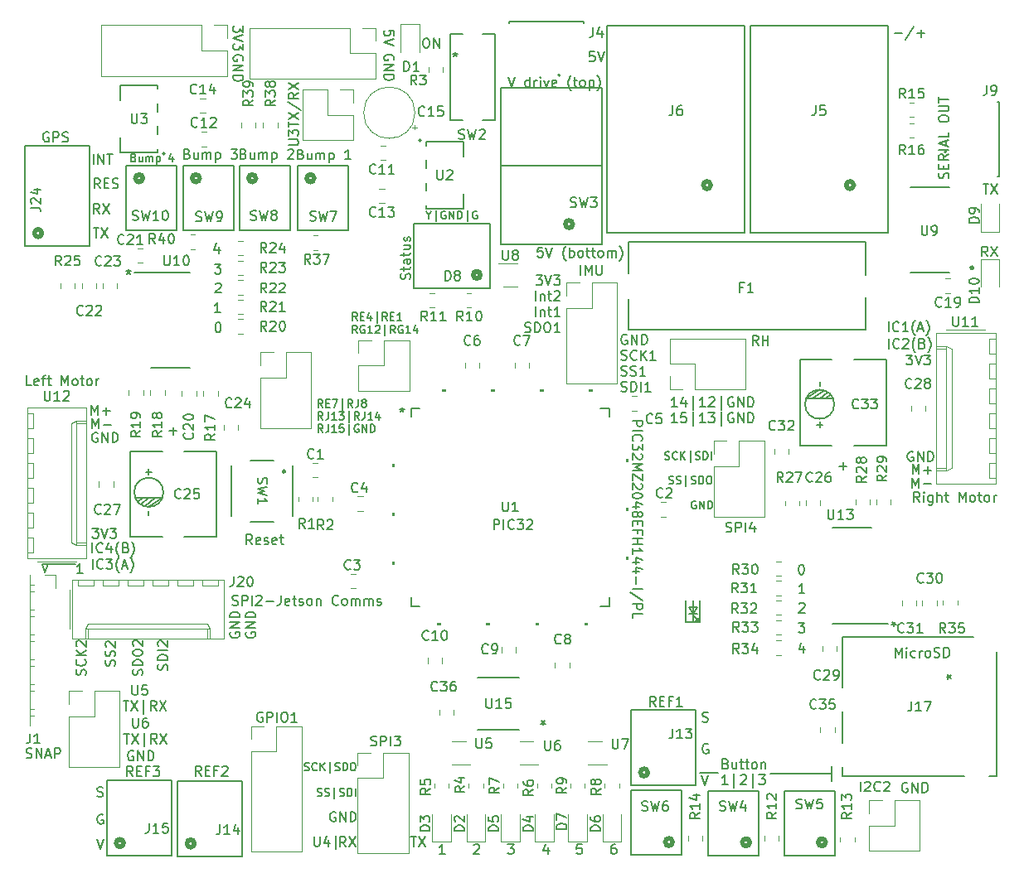
<source format=gbr>
%TF.GenerationSoftware,KiCad,Pcbnew,9.0.2*%
%TF.CreationDate,2025-06-03T12:39:49-07:00*%
%TF.ProjectId,MainBoard,4d61696e-426f-4617-9264-2e6b69636164,0.3*%
%TF.SameCoordinates,Original*%
%TF.FileFunction,Legend,Top*%
%TF.FilePolarity,Positive*%
%FSLAX46Y46*%
G04 Gerber Fmt 4.6, Leading zero omitted, Abs format (unit mm)*
G04 Created by KiCad (PCBNEW 9.0.2) date 2025-06-03 12:39:49*
%MOMM*%
%LPD*%
G01*
G04 APERTURE LIST*
%ADD10C,0.150000*%
%ADD11C,0.120000*%
%ADD12C,0.152400*%
%ADD13C,0.508000*%
%ADD14C,0.200000*%
%ADD15C,0.127000*%
%ADD16C,0.300000*%
%ADD17C,0.000000*%
%ADD18C,0.254000*%
G04 APERTURE END LIST*
D10*
X234600000Y-143600000D02*
X234600000Y-143300000D01*
X234200000Y-143200000D02*
X234600000Y-143600000D01*
X179860147Y-131100000D02*
X177139853Y-131100000D01*
X178500000Y-132400000D02*
X178500000Y-132800000D01*
X247000000Y-123300000D02*
X247000000Y-123900000D01*
X178500000Y-128700000D02*
X178500000Y-128100000D01*
X248250000Y-159250000D02*
X248250000Y-160000000D01*
X171050000Y-137830000D02*
X168200000Y-137830000D01*
X248250000Y-159250000D02*
X248250000Y-158500000D01*
X179180073Y-131100000D02*
X178100000Y-131900000D01*
X247300000Y-123600000D02*
X246700000Y-123600000D01*
X234800000Y-143800000D02*
X234800000Y-141600000D01*
X168200000Y-137830000D02*
X167600000Y-137830000D01*
X178200000Y-128400000D02*
X178800000Y-128400000D01*
X246319927Y-120900000D02*
X247400000Y-120100000D01*
X233700000Y-142950000D02*
X234500000Y-142950000D01*
X248486607Y-121500000D02*
G75*
G02*
X245513393Y-121500000I-1486607J0D01*
G01*
X245513393Y-121500000D02*
G75*
G02*
X248486607Y-121500000I1486607J0D01*
G01*
X233300000Y-141600000D02*
X233300000Y-143800000D01*
X178500000Y-131100000D02*
X177700000Y-131700000D01*
X233300000Y-143800000D02*
X234800000Y-143800000D01*
X234500000Y-142250000D02*
X234100000Y-142950000D01*
X233700000Y-142250000D02*
X234500000Y-142250000D01*
X214470800Y-97143600D02*
X224732400Y-97143600D01*
X234300000Y-143600000D02*
X234600000Y-143600000D01*
X242000000Y-159250000D02*
X248250000Y-159250000D01*
X247600000Y-120900000D02*
X248100000Y-120500000D01*
X234600000Y-143300000D02*
X234600000Y-143600000D01*
X179986607Y-130500000D02*
G75*
G02*
X177013393Y-130500000I-1486607J0D01*
G01*
X177013393Y-130500000D02*
G75*
G02*
X179986607Y-130500000I1486607J0D01*
G01*
X167850000Y-138700000D02*
X168200000Y-137830000D01*
X236650000Y-159150000D02*
X234750000Y-159150000D01*
X247000000Y-119600000D02*
X247000000Y-119200000D01*
X234100000Y-141600000D02*
X234100000Y-143800000D01*
X179860147Y-131100000D02*
X178500000Y-131986607D01*
X245639853Y-120900000D02*
X247000000Y-120013393D01*
X167600000Y-137830000D02*
X167850000Y-138700000D01*
X177900000Y-131100000D02*
X177400000Y-131500000D01*
X247000000Y-120900000D02*
X247800000Y-120300000D01*
X245639853Y-120900000D02*
X248360147Y-120900000D01*
X234100000Y-142950000D02*
X233700000Y-142250000D01*
X260122200Y-98410839D02*
X260169819Y-98267982D01*
X260169819Y-98267982D02*
X260169819Y-98029887D01*
X260169819Y-98029887D02*
X260122200Y-97934649D01*
X260122200Y-97934649D02*
X260074580Y-97887030D01*
X260074580Y-97887030D02*
X259979342Y-97839411D01*
X259979342Y-97839411D02*
X259884104Y-97839411D01*
X259884104Y-97839411D02*
X259788866Y-97887030D01*
X259788866Y-97887030D02*
X259741247Y-97934649D01*
X259741247Y-97934649D02*
X259693628Y-98029887D01*
X259693628Y-98029887D02*
X259646009Y-98220363D01*
X259646009Y-98220363D02*
X259598390Y-98315601D01*
X259598390Y-98315601D02*
X259550771Y-98363220D01*
X259550771Y-98363220D02*
X259455533Y-98410839D01*
X259455533Y-98410839D02*
X259360295Y-98410839D01*
X259360295Y-98410839D02*
X259265057Y-98363220D01*
X259265057Y-98363220D02*
X259217438Y-98315601D01*
X259217438Y-98315601D02*
X259169819Y-98220363D01*
X259169819Y-98220363D02*
X259169819Y-97982268D01*
X259169819Y-97982268D02*
X259217438Y-97839411D01*
X259646009Y-97410839D02*
X259646009Y-97077506D01*
X260169819Y-96934649D02*
X260169819Y-97410839D01*
X260169819Y-97410839D02*
X259169819Y-97410839D01*
X259169819Y-97410839D02*
X259169819Y-96934649D01*
X260169819Y-95934649D02*
X259693628Y-96267982D01*
X260169819Y-96506077D02*
X259169819Y-96506077D01*
X259169819Y-96506077D02*
X259169819Y-96125125D01*
X259169819Y-96125125D02*
X259217438Y-96029887D01*
X259217438Y-96029887D02*
X259265057Y-95982268D01*
X259265057Y-95982268D02*
X259360295Y-95934649D01*
X259360295Y-95934649D02*
X259503152Y-95934649D01*
X259503152Y-95934649D02*
X259598390Y-95982268D01*
X259598390Y-95982268D02*
X259646009Y-96029887D01*
X259646009Y-96029887D02*
X259693628Y-96125125D01*
X259693628Y-96125125D02*
X259693628Y-96506077D01*
X260169819Y-95506077D02*
X259169819Y-95506077D01*
X259884104Y-95077506D02*
X259884104Y-94601316D01*
X260169819Y-95172744D02*
X259169819Y-94839411D01*
X259169819Y-94839411D02*
X260169819Y-94506078D01*
X260169819Y-93696554D02*
X260169819Y-94172744D01*
X260169819Y-94172744D02*
X259169819Y-94172744D01*
X259169819Y-92410839D02*
X259169819Y-92220363D01*
X259169819Y-92220363D02*
X259217438Y-92125125D01*
X259217438Y-92125125D02*
X259312676Y-92029887D01*
X259312676Y-92029887D02*
X259503152Y-91982268D01*
X259503152Y-91982268D02*
X259836485Y-91982268D01*
X259836485Y-91982268D02*
X260026961Y-92029887D01*
X260026961Y-92029887D02*
X260122200Y-92125125D01*
X260122200Y-92125125D02*
X260169819Y-92220363D01*
X260169819Y-92220363D02*
X260169819Y-92410839D01*
X260169819Y-92410839D02*
X260122200Y-92506077D01*
X260122200Y-92506077D02*
X260026961Y-92601315D01*
X260026961Y-92601315D02*
X259836485Y-92648934D01*
X259836485Y-92648934D02*
X259503152Y-92648934D01*
X259503152Y-92648934D02*
X259312676Y-92601315D01*
X259312676Y-92601315D02*
X259217438Y-92506077D01*
X259217438Y-92506077D02*
X259169819Y-92410839D01*
X259169819Y-91553696D02*
X259979342Y-91553696D01*
X259979342Y-91553696D02*
X260074580Y-91506077D01*
X260074580Y-91506077D02*
X260122200Y-91458458D01*
X260122200Y-91458458D02*
X260169819Y-91363220D01*
X260169819Y-91363220D02*
X260169819Y-91172744D01*
X260169819Y-91172744D02*
X260122200Y-91077506D01*
X260122200Y-91077506D02*
X260074580Y-91029887D01*
X260074580Y-91029887D02*
X259979342Y-90982268D01*
X259979342Y-90982268D02*
X259169819Y-90982268D01*
X259169819Y-90648934D02*
X259169819Y-90077506D01*
X260169819Y-90363220D02*
X259169819Y-90363220D01*
X176910588Y-156967438D02*
X176815350Y-156919819D01*
X176815350Y-156919819D02*
X176672493Y-156919819D01*
X176672493Y-156919819D02*
X176529636Y-156967438D01*
X176529636Y-156967438D02*
X176434398Y-157062676D01*
X176434398Y-157062676D02*
X176386779Y-157157914D01*
X176386779Y-157157914D02*
X176339160Y-157348390D01*
X176339160Y-157348390D02*
X176339160Y-157491247D01*
X176339160Y-157491247D02*
X176386779Y-157681723D01*
X176386779Y-157681723D02*
X176434398Y-157776961D01*
X176434398Y-157776961D02*
X176529636Y-157872200D01*
X176529636Y-157872200D02*
X176672493Y-157919819D01*
X176672493Y-157919819D02*
X176767731Y-157919819D01*
X176767731Y-157919819D02*
X176910588Y-157872200D01*
X176910588Y-157872200D02*
X176958207Y-157824580D01*
X176958207Y-157824580D02*
X176958207Y-157491247D01*
X176958207Y-157491247D02*
X176767731Y-157491247D01*
X177386779Y-157919819D02*
X177386779Y-156919819D01*
X177386779Y-156919819D02*
X177958207Y-157919819D01*
X177958207Y-157919819D02*
X177958207Y-156919819D01*
X178434398Y-157919819D02*
X178434398Y-156919819D01*
X178434398Y-156919819D02*
X178672493Y-156919819D01*
X178672493Y-156919819D02*
X178815350Y-156967438D01*
X178815350Y-156967438D02*
X178910588Y-157062676D01*
X178910588Y-157062676D02*
X178958207Y-157157914D01*
X178958207Y-157157914D02*
X179005826Y-157348390D01*
X179005826Y-157348390D02*
X179005826Y-157491247D01*
X179005826Y-157491247D02*
X178958207Y-157681723D01*
X178958207Y-157681723D02*
X178910588Y-157776961D01*
X178910588Y-157776961D02*
X178815350Y-157872200D01*
X178815350Y-157872200D02*
X178672493Y-157919819D01*
X178672493Y-157919819D02*
X178434398Y-157919819D01*
X176858207Y-159519819D02*
X176524874Y-159043628D01*
X176286779Y-159519819D02*
X176286779Y-158519819D01*
X176286779Y-158519819D02*
X176667731Y-158519819D01*
X176667731Y-158519819D02*
X176762969Y-158567438D01*
X176762969Y-158567438D02*
X176810588Y-158615057D01*
X176810588Y-158615057D02*
X176858207Y-158710295D01*
X176858207Y-158710295D02*
X176858207Y-158853152D01*
X176858207Y-158853152D02*
X176810588Y-158948390D01*
X176810588Y-158948390D02*
X176762969Y-158996009D01*
X176762969Y-158996009D02*
X176667731Y-159043628D01*
X176667731Y-159043628D02*
X176286779Y-159043628D01*
X177286779Y-158996009D02*
X177620112Y-158996009D01*
X177762969Y-159519819D02*
X177286779Y-159519819D01*
X177286779Y-159519819D02*
X177286779Y-158519819D01*
X177286779Y-158519819D02*
X177762969Y-158519819D01*
X178524874Y-158996009D02*
X178191541Y-158996009D01*
X178191541Y-159519819D02*
X178191541Y-158519819D01*
X178191541Y-158519819D02*
X178667731Y-158519819D01*
X178953446Y-158519819D02*
X179572493Y-158519819D01*
X179572493Y-158519819D02*
X179239160Y-158900771D01*
X179239160Y-158900771D02*
X179382017Y-158900771D01*
X179382017Y-158900771D02*
X179477255Y-158948390D01*
X179477255Y-158948390D02*
X179524874Y-158996009D01*
X179524874Y-158996009D02*
X179572493Y-159091247D01*
X179572493Y-159091247D02*
X179572493Y-159329342D01*
X179572493Y-159329342D02*
X179524874Y-159424580D01*
X179524874Y-159424580D02*
X179477255Y-159472200D01*
X179477255Y-159472200D02*
X179382017Y-159519819D01*
X179382017Y-159519819D02*
X179096303Y-159519819D01*
X179096303Y-159519819D02*
X179001065Y-159472200D01*
X179001065Y-159472200D02*
X178953446Y-159424580D01*
X218052268Y-108309987D02*
X218671315Y-108309987D01*
X218671315Y-108309987D02*
X218337982Y-108690939D01*
X218337982Y-108690939D02*
X218480839Y-108690939D01*
X218480839Y-108690939D02*
X218576077Y-108738558D01*
X218576077Y-108738558D02*
X218623696Y-108786177D01*
X218623696Y-108786177D02*
X218671315Y-108881415D01*
X218671315Y-108881415D02*
X218671315Y-109119510D01*
X218671315Y-109119510D02*
X218623696Y-109214748D01*
X218623696Y-109214748D02*
X218576077Y-109262368D01*
X218576077Y-109262368D02*
X218480839Y-109309987D01*
X218480839Y-109309987D02*
X218195125Y-109309987D01*
X218195125Y-109309987D02*
X218099887Y-109262368D01*
X218099887Y-109262368D02*
X218052268Y-109214748D01*
X218957030Y-108309987D02*
X219290363Y-109309987D01*
X219290363Y-109309987D02*
X219623696Y-108309987D01*
X219861792Y-108309987D02*
X220480839Y-108309987D01*
X220480839Y-108309987D02*
X220147506Y-108690939D01*
X220147506Y-108690939D02*
X220290363Y-108690939D01*
X220290363Y-108690939D02*
X220385601Y-108738558D01*
X220385601Y-108738558D02*
X220433220Y-108786177D01*
X220433220Y-108786177D02*
X220480839Y-108881415D01*
X220480839Y-108881415D02*
X220480839Y-109119510D01*
X220480839Y-109119510D02*
X220433220Y-109214748D01*
X220433220Y-109214748D02*
X220385601Y-109262368D01*
X220385601Y-109262368D02*
X220290363Y-109309987D01*
X220290363Y-109309987D02*
X220004649Y-109309987D01*
X220004649Y-109309987D02*
X219909411Y-109262368D01*
X219909411Y-109262368D02*
X219861792Y-109214748D01*
X218004649Y-110919931D02*
X218004649Y-109919931D01*
X218480839Y-110253264D02*
X218480839Y-110919931D01*
X218480839Y-110348502D02*
X218528458Y-110300883D01*
X218528458Y-110300883D02*
X218623696Y-110253264D01*
X218623696Y-110253264D02*
X218766553Y-110253264D01*
X218766553Y-110253264D02*
X218861791Y-110300883D01*
X218861791Y-110300883D02*
X218909410Y-110396121D01*
X218909410Y-110396121D02*
X218909410Y-110919931D01*
X219242744Y-110253264D02*
X219623696Y-110253264D01*
X219385601Y-109919931D02*
X219385601Y-110777073D01*
X219385601Y-110777073D02*
X219433220Y-110872312D01*
X219433220Y-110872312D02*
X219528458Y-110919931D01*
X219528458Y-110919931D02*
X219623696Y-110919931D01*
X219909411Y-110015169D02*
X219957030Y-109967550D01*
X219957030Y-109967550D02*
X220052268Y-109919931D01*
X220052268Y-109919931D02*
X220290363Y-109919931D01*
X220290363Y-109919931D02*
X220385601Y-109967550D01*
X220385601Y-109967550D02*
X220433220Y-110015169D01*
X220433220Y-110015169D02*
X220480839Y-110110407D01*
X220480839Y-110110407D02*
X220480839Y-110205645D01*
X220480839Y-110205645D02*
X220433220Y-110348502D01*
X220433220Y-110348502D02*
X219861792Y-110919931D01*
X219861792Y-110919931D02*
X220480839Y-110919931D01*
X218004649Y-112529875D02*
X218004649Y-111529875D01*
X218480839Y-111863208D02*
X218480839Y-112529875D01*
X218480839Y-111958446D02*
X218528458Y-111910827D01*
X218528458Y-111910827D02*
X218623696Y-111863208D01*
X218623696Y-111863208D02*
X218766553Y-111863208D01*
X218766553Y-111863208D02*
X218861791Y-111910827D01*
X218861791Y-111910827D02*
X218909410Y-112006065D01*
X218909410Y-112006065D02*
X218909410Y-112529875D01*
X219242744Y-111863208D02*
X219623696Y-111863208D01*
X219385601Y-111529875D02*
X219385601Y-112387017D01*
X219385601Y-112387017D02*
X219433220Y-112482256D01*
X219433220Y-112482256D02*
X219528458Y-112529875D01*
X219528458Y-112529875D02*
X219623696Y-112529875D01*
X220480839Y-112529875D02*
X219909411Y-112529875D01*
X220195125Y-112529875D02*
X220195125Y-111529875D01*
X220195125Y-111529875D02*
X220099887Y-111672732D01*
X220099887Y-111672732D02*
X220004649Y-111767970D01*
X220004649Y-111767970D02*
X219909411Y-111815589D01*
X216909411Y-114092200D02*
X217052268Y-114139819D01*
X217052268Y-114139819D02*
X217290363Y-114139819D01*
X217290363Y-114139819D02*
X217385601Y-114092200D01*
X217385601Y-114092200D02*
X217433220Y-114044580D01*
X217433220Y-114044580D02*
X217480839Y-113949342D01*
X217480839Y-113949342D02*
X217480839Y-113854104D01*
X217480839Y-113854104D02*
X217433220Y-113758866D01*
X217433220Y-113758866D02*
X217385601Y-113711247D01*
X217385601Y-113711247D02*
X217290363Y-113663628D01*
X217290363Y-113663628D02*
X217099887Y-113616009D01*
X217099887Y-113616009D02*
X217004649Y-113568390D01*
X217004649Y-113568390D02*
X216957030Y-113520771D01*
X216957030Y-113520771D02*
X216909411Y-113425533D01*
X216909411Y-113425533D02*
X216909411Y-113330295D01*
X216909411Y-113330295D02*
X216957030Y-113235057D01*
X216957030Y-113235057D02*
X217004649Y-113187438D01*
X217004649Y-113187438D02*
X217099887Y-113139819D01*
X217099887Y-113139819D02*
X217337982Y-113139819D01*
X217337982Y-113139819D02*
X217480839Y-113187438D01*
X217909411Y-114139819D02*
X217909411Y-113139819D01*
X217909411Y-113139819D02*
X218147506Y-113139819D01*
X218147506Y-113139819D02*
X218290363Y-113187438D01*
X218290363Y-113187438D02*
X218385601Y-113282676D01*
X218385601Y-113282676D02*
X218433220Y-113377914D01*
X218433220Y-113377914D02*
X218480839Y-113568390D01*
X218480839Y-113568390D02*
X218480839Y-113711247D01*
X218480839Y-113711247D02*
X218433220Y-113901723D01*
X218433220Y-113901723D02*
X218385601Y-113996961D01*
X218385601Y-113996961D02*
X218290363Y-114092200D01*
X218290363Y-114092200D02*
X218147506Y-114139819D01*
X218147506Y-114139819D02*
X217909411Y-114139819D01*
X219099887Y-113139819D02*
X219290363Y-113139819D01*
X219290363Y-113139819D02*
X219385601Y-113187438D01*
X219385601Y-113187438D02*
X219480839Y-113282676D01*
X219480839Y-113282676D02*
X219528458Y-113473152D01*
X219528458Y-113473152D02*
X219528458Y-113806485D01*
X219528458Y-113806485D02*
X219480839Y-113996961D01*
X219480839Y-113996961D02*
X219385601Y-114092200D01*
X219385601Y-114092200D02*
X219290363Y-114139819D01*
X219290363Y-114139819D02*
X219099887Y-114139819D01*
X219099887Y-114139819D02*
X219004649Y-114092200D01*
X219004649Y-114092200D02*
X218909411Y-113996961D01*
X218909411Y-113996961D02*
X218861792Y-113806485D01*
X218861792Y-113806485D02*
X218861792Y-113473152D01*
X218861792Y-113473152D02*
X218909411Y-113282676D01*
X218909411Y-113282676D02*
X219004649Y-113187438D01*
X219004649Y-113187438D02*
X219099887Y-113139819D01*
X220480839Y-114139819D02*
X219909411Y-114139819D01*
X220195125Y-114139819D02*
X220195125Y-113139819D01*
X220195125Y-113139819D02*
X220099887Y-113282676D01*
X220099887Y-113282676D02*
X220004649Y-113377914D01*
X220004649Y-113377914D02*
X219909411Y-113425533D01*
X203530180Y-83812969D02*
X203530180Y-83336779D01*
X203530180Y-83336779D02*
X203053990Y-83289160D01*
X203053990Y-83289160D02*
X203101609Y-83336779D01*
X203101609Y-83336779D02*
X203149228Y-83432017D01*
X203149228Y-83432017D02*
X203149228Y-83670112D01*
X203149228Y-83670112D02*
X203101609Y-83765350D01*
X203101609Y-83765350D02*
X203053990Y-83812969D01*
X203053990Y-83812969D02*
X202958752Y-83860588D01*
X202958752Y-83860588D02*
X202720657Y-83860588D01*
X202720657Y-83860588D02*
X202625419Y-83812969D01*
X202625419Y-83812969D02*
X202577800Y-83765350D01*
X202577800Y-83765350D02*
X202530180Y-83670112D01*
X202530180Y-83670112D02*
X202530180Y-83432017D01*
X202530180Y-83432017D02*
X202577800Y-83336779D01*
X202577800Y-83336779D02*
X202625419Y-83289160D01*
X203530180Y-84146303D02*
X202530180Y-84479636D01*
X202530180Y-84479636D02*
X203530180Y-84812969D01*
X176798684Y-150209875D02*
X176798684Y-151019398D01*
X176798684Y-151019398D02*
X176846303Y-151114636D01*
X176846303Y-151114636D02*
X176893922Y-151162256D01*
X176893922Y-151162256D02*
X176989160Y-151209875D01*
X176989160Y-151209875D02*
X177179636Y-151209875D01*
X177179636Y-151209875D02*
X177274874Y-151162256D01*
X177274874Y-151162256D02*
X177322493Y-151114636D01*
X177322493Y-151114636D02*
X177370112Y-151019398D01*
X177370112Y-151019398D02*
X177370112Y-150209875D01*
X178322493Y-150209875D02*
X177846303Y-150209875D01*
X177846303Y-150209875D02*
X177798684Y-150686065D01*
X177798684Y-150686065D02*
X177846303Y-150638446D01*
X177846303Y-150638446D02*
X177941541Y-150590827D01*
X177941541Y-150590827D02*
X178179636Y-150590827D01*
X178179636Y-150590827D02*
X178274874Y-150638446D01*
X178274874Y-150638446D02*
X178322493Y-150686065D01*
X178322493Y-150686065D02*
X178370112Y-150781303D01*
X178370112Y-150781303D02*
X178370112Y-151019398D01*
X178370112Y-151019398D02*
X178322493Y-151114636D01*
X178322493Y-151114636D02*
X178274874Y-151162256D01*
X178274874Y-151162256D02*
X178179636Y-151209875D01*
X178179636Y-151209875D02*
X177941541Y-151209875D01*
X177941541Y-151209875D02*
X177846303Y-151162256D01*
X177846303Y-151162256D02*
X177798684Y-151114636D01*
X175893922Y-151819819D02*
X176465350Y-151819819D01*
X176179636Y-152819819D02*
X176179636Y-151819819D01*
X176703446Y-151819819D02*
X177370112Y-152819819D01*
X177370112Y-151819819D02*
X176703446Y-152819819D01*
X177989160Y-153153152D02*
X177989160Y-151724580D01*
X179274874Y-152819819D02*
X178941541Y-152343628D01*
X178703446Y-152819819D02*
X178703446Y-151819819D01*
X178703446Y-151819819D02*
X179084398Y-151819819D01*
X179084398Y-151819819D02*
X179179636Y-151867438D01*
X179179636Y-151867438D02*
X179227255Y-151915057D01*
X179227255Y-151915057D02*
X179274874Y-152010295D01*
X179274874Y-152010295D02*
X179274874Y-152153152D01*
X179274874Y-152153152D02*
X179227255Y-152248390D01*
X179227255Y-152248390D02*
X179179636Y-152296009D01*
X179179636Y-152296009D02*
X179084398Y-152343628D01*
X179084398Y-152343628D02*
X178703446Y-152343628D01*
X179608208Y-151819819D02*
X180274874Y-152819819D01*
X180274874Y-151819819D02*
X179608208Y-152819819D01*
X256535588Y-126367438D02*
X256440350Y-126319819D01*
X256440350Y-126319819D02*
X256297493Y-126319819D01*
X256297493Y-126319819D02*
X256154636Y-126367438D01*
X256154636Y-126367438D02*
X256059398Y-126462676D01*
X256059398Y-126462676D02*
X256011779Y-126557914D01*
X256011779Y-126557914D02*
X255964160Y-126748390D01*
X255964160Y-126748390D02*
X255964160Y-126891247D01*
X255964160Y-126891247D02*
X256011779Y-127081723D01*
X256011779Y-127081723D02*
X256059398Y-127176961D01*
X256059398Y-127176961D02*
X256154636Y-127272200D01*
X256154636Y-127272200D02*
X256297493Y-127319819D01*
X256297493Y-127319819D02*
X256392731Y-127319819D01*
X256392731Y-127319819D02*
X256535588Y-127272200D01*
X256535588Y-127272200D02*
X256583207Y-127224580D01*
X256583207Y-127224580D02*
X256583207Y-126891247D01*
X256583207Y-126891247D02*
X256392731Y-126891247D01*
X257011779Y-127319819D02*
X257011779Y-126319819D01*
X257011779Y-126319819D02*
X257583207Y-127319819D01*
X257583207Y-127319819D02*
X257583207Y-126319819D01*
X258059398Y-127319819D02*
X258059398Y-126319819D01*
X258059398Y-126319819D02*
X258297493Y-126319819D01*
X258297493Y-126319819D02*
X258440350Y-126367438D01*
X258440350Y-126367438D02*
X258535588Y-126462676D01*
X258535588Y-126462676D02*
X258583207Y-126557914D01*
X258583207Y-126557914D02*
X258630826Y-126748390D01*
X258630826Y-126748390D02*
X258630826Y-126891247D01*
X258630826Y-126891247D02*
X258583207Y-127081723D01*
X258583207Y-127081723D02*
X258535588Y-127176961D01*
X258535588Y-127176961D02*
X258440350Y-127272200D01*
X258440350Y-127272200D02*
X258297493Y-127319819D01*
X258297493Y-127319819D02*
X258059398Y-127319819D01*
X176955826Y-96275247D02*
X177070112Y-96313342D01*
X177070112Y-96313342D02*
X177108207Y-96351438D01*
X177108207Y-96351438D02*
X177146303Y-96427628D01*
X177146303Y-96427628D02*
X177146303Y-96541914D01*
X177146303Y-96541914D02*
X177108207Y-96618104D01*
X177108207Y-96618104D02*
X177070112Y-96656200D01*
X177070112Y-96656200D02*
X176993922Y-96694295D01*
X176993922Y-96694295D02*
X176689160Y-96694295D01*
X176689160Y-96694295D02*
X176689160Y-95894295D01*
X176689160Y-95894295D02*
X176955826Y-95894295D01*
X176955826Y-95894295D02*
X177032017Y-95932390D01*
X177032017Y-95932390D02*
X177070112Y-95970485D01*
X177070112Y-95970485D02*
X177108207Y-96046676D01*
X177108207Y-96046676D02*
X177108207Y-96122866D01*
X177108207Y-96122866D02*
X177070112Y-96199057D01*
X177070112Y-96199057D02*
X177032017Y-96237152D01*
X177032017Y-96237152D02*
X176955826Y-96275247D01*
X176955826Y-96275247D02*
X176689160Y-96275247D01*
X177832017Y-96160961D02*
X177832017Y-96694295D01*
X177489160Y-96160961D02*
X177489160Y-96580009D01*
X177489160Y-96580009D02*
X177527255Y-96656200D01*
X177527255Y-96656200D02*
X177603445Y-96694295D01*
X177603445Y-96694295D02*
X177717731Y-96694295D01*
X177717731Y-96694295D02*
X177793922Y-96656200D01*
X177793922Y-96656200D02*
X177832017Y-96618104D01*
X178212970Y-96694295D02*
X178212970Y-96160961D01*
X178212970Y-96237152D02*
X178251065Y-96199057D01*
X178251065Y-96199057D02*
X178327255Y-96160961D01*
X178327255Y-96160961D02*
X178441541Y-96160961D01*
X178441541Y-96160961D02*
X178517732Y-96199057D01*
X178517732Y-96199057D02*
X178555827Y-96275247D01*
X178555827Y-96275247D02*
X178555827Y-96694295D01*
X178555827Y-96275247D02*
X178593922Y-96199057D01*
X178593922Y-96199057D02*
X178670113Y-96160961D01*
X178670113Y-96160961D02*
X178784398Y-96160961D01*
X178784398Y-96160961D02*
X178860589Y-96199057D01*
X178860589Y-96199057D02*
X178898684Y-96275247D01*
X178898684Y-96275247D02*
X178898684Y-96694295D01*
X179279637Y-96160961D02*
X179279637Y-96960961D01*
X179279637Y-96199057D02*
X179355827Y-96160961D01*
X179355827Y-96160961D02*
X179508208Y-96160961D01*
X179508208Y-96160961D02*
X179584399Y-96199057D01*
X179584399Y-96199057D02*
X179622494Y-96237152D01*
X179622494Y-96237152D02*
X179660589Y-96313342D01*
X179660589Y-96313342D02*
X179660589Y-96541914D01*
X179660589Y-96541914D02*
X179622494Y-96618104D01*
X179622494Y-96618104D02*
X179584399Y-96656200D01*
X179584399Y-96656200D02*
X179508208Y-96694295D01*
X179508208Y-96694295D02*
X179355827Y-96694295D01*
X179355827Y-96694295D02*
X179279637Y-96656200D01*
X180955828Y-96160961D02*
X180955828Y-96694295D01*
X180765352Y-95856200D02*
X180574875Y-96427628D01*
X180574875Y-96427628D02*
X181070114Y-96427628D01*
X171760588Y-138769819D02*
X171189160Y-138769819D01*
X171474874Y-138769819D02*
X171474874Y-137769819D01*
X171474874Y-137769819D02*
X171379636Y-137912676D01*
X171379636Y-137912676D02*
X171284398Y-138007914D01*
X171284398Y-138007914D02*
X171189160Y-138055533D01*
X172636779Y-122569819D02*
X172636779Y-121569819D01*
X172636779Y-121569819D02*
X172970112Y-122284104D01*
X172970112Y-122284104D02*
X173303445Y-121569819D01*
X173303445Y-121569819D02*
X173303445Y-122569819D01*
X173779636Y-122188866D02*
X174541541Y-122188866D01*
X174160588Y-122569819D02*
X174160588Y-121807914D01*
X172736779Y-136669819D02*
X172736779Y-135669819D01*
X173784397Y-136574580D02*
X173736778Y-136622200D01*
X173736778Y-136622200D02*
X173593921Y-136669819D01*
X173593921Y-136669819D02*
X173498683Y-136669819D01*
X173498683Y-136669819D02*
X173355826Y-136622200D01*
X173355826Y-136622200D02*
X173260588Y-136526961D01*
X173260588Y-136526961D02*
X173212969Y-136431723D01*
X173212969Y-136431723D02*
X173165350Y-136241247D01*
X173165350Y-136241247D02*
X173165350Y-136098390D01*
X173165350Y-136098390D02*
X173212969Y-135907914D01*
X173212969Y-135907914D02*
X173260588Y-135812676D01*
X173260588Y-135812676D02*
X173355826Y-135717438D01*
X173355826Y-135717438D02*
X173498683Y-135669819D01*
X173498683Y-135669819D02*
X173593921Y-135669819D01*
X173593921Y-135669819D02*
X173736778Y-135717438D01*
X173736778Y-135717438D02*
X173784397Y-135765057D01*
X174641540Y-136003152D02*
X174641540Y-136669819D01*
X174403445Y-135622200D02*
X174165350Y-136336485D01*
X174165350Y-136336485D02*
X174784397Y-136336485D01*
X175451064Y-137050771D02*
X175403445Y-137003152D01*
X175403445Y-137003152D02*
X175308207Y-136860295D01*
X175308207Y-136860295D02*
X175260588Y-136765057D01*
X175260588Y-136765057D02*
X175212969Y-136622200D01*
X175212969Y-136622200D02*
X175165350Y-136384104D01*
X175165350Y-136384104D02*
X175165350Y-136193628D01*
X175165350Y-136193628D02*
X175212969Y-135955533D01*
X175212969Y-135955533D02*
X175260588Y-135812676D01*
X175260588Y-135812676D02*
X175308207Y-135717438D01*
X175308207Y-135717438D02*
X175403445Y-135574580D01*
X175403445Y-135574580D02*
X175451064Y-135526961D01*
X176165350Y-136146009D02*
X176308207Y-136193628D01*
X176308207Y-136193628D02*
X176355826Y-136241247D01*
X176355826Y-136241247D02*
X176403445Y-136336485D01*
X176403445Y-136336485D02*
X176403445Y-136479342D01*
X176403445Y-136479342D02*
X176355826Y-136574580D01*
X176355826Y-136574580D02*
X176308207Y-136622200D01*
X176308207Y-136622200D02*
X176212969Y-136669819D01*
X176212969Y-136669819D02*
X175832017Y-136669819D01*
X175832017Y-136669819D02*
X175832017Y-135669819D01*
X175832017Y-135669819D02*
X176165350Y-135669819D01*
X176165350Y-135669819D02*
X176260588Y-135717438D01*
X176260588Y-135717438D02*
X176308207Y-135765057D01*
X176308207Y-135765057D02*
X176355826Y-135860295D01*
X176355826Y-135860295D02*
X176355826Y-135955533D01*
X176355826Y-135955533D02*
X176308207Y-136050771D01*
X176308207Y-136050771D02*
X176260588Y-136098390D01*
X176260588Y-136098390D02*
X176165350Y-136146009D01*
X176165350Y-136146009D02*
X175832017Y-136146009D01*
X176736779Y-137050771D02*
X176784398Y-137003152D01*
X176784398Y-137003152D02*
X176879636Y-136860295D01*
X176879636Y-136860295D02*
X176927255Y-136765057D01*
X176927255Y-136765057D02*
X176974874Y-136622200D01*
X176974874Y-136622200D02*
X177022493Y-136384104D01*
X177022493Y-136384104D02*
X177022493Y-136193628D01*
X177022493Y-136193628D02*
X176974874Y-135955533D01*
X176974874Y-135955533D02*
X176927255Y-135812676D01*
X176927255Y-135812676D02*
X176879636Y-135717438D01*
X176879636Y-135717438D02*
X176784398Y-135574580D01*
X176784398Y-135574580D02*
X176736779Y-135526961D01*
X182420112Y-95896009D02*
X182562969Y-95943628D01*
X182562969Y-95943628D02*
X182610588Y-95991247D01*
X182610588Y-95991247D02*
X182658207Y-96086485D01*
X182658207Y-96086485D02*
X182658207Y-96229342D01*
X182658207Y-96229342D02*
X182610588Y-96324580D01*
X182610588Y-96324580D02*
X182562969Y-96372200D01*
X182562969Y-96372200D02*
X182467731Y-96419819D01*
X182467731Y-96419819D02*
X182086779Y-96419819D01*
X182086779Y-96419819D02*
X182086779Y-95419819D01*
X182086779Y-95419819D02*
X182420112Y-95419819D01*
X182420112Y-95419819D02*
X182515350Y-95467438D01*
X182515350Y-95467438D02*
X182562969Y-95515057D01*
X182562969Y-95515057D02*
X182610588Y-95610295D01*
X182610588Y-95610295D02*
X182610588Y-95705533D01*
X182610588Y-95705533D02*
X182562969Y-95800771D01*
X182562969Y-95800771D02*
X182515350Y-95848390D01*
X182515350Y-95848390D02*
X182420112Y-95896009D01*
X182420112Y-95896009D02*
X182086779Y-95896009D01*
X183515350Y-95753152D02*
X183515350Y-96419819D01*
X183086779Y-95753152D02*
X183086779Y-96276961D01*
X183086779Y-96276961D02*
X183134398Y-96372200D01*
X183134398Y-96372200D02*
X183229636Y-96419819D01*
X183229636Y-96419819D02*
X183372493Y-96419819D01*
X183372493Y-96419819D02*
X183467731Y-96372200D01*
X183467731Y-96372200D02*
X183515350Y-96324580D01*
X183991541Y-96419819D02*
X183991541Y-95753152D01*
X183991541Y-95848390D02*
X184039160Y-95800771D01*
X184039160Y-95800771D02*
X184134398Y-95753152D01*
X184134398Y-95753152D02*
X184277255Y-95753152D01*
X184277255Y-95753152D02*
X184372493Y-95800771D01*
X184372493Y-95800771D02*
X184420112Y-95896009D01*
X184420112Y-95896009D02*
X184420112Y-96419819D01*
X184420112Y-95896009D02*
X184467731Y-95800771D01*
X184467731Y-95800771D02*
X184562969Y-95753152D01*
X184562969Y-95753152D02*
X184705826Y-95753152D01*
X184705826Y-95753152D02*
X184801065Y-95800771D01*
X184801065Y-95800771D02*
X184848684Y-95896009D01*
X184848684Y-95896009D02*
X184848684Y-96419819D01*
X185324874Y-95753152D02*
X185324874Y-96753152D01*
X185324874Y-95800771D02*
X185420112Y-95753152D01*
X185420112Y-95753152D02*
X185610588Y-95753152D01*
X185610588Y-95753152D02*
X185705826Y-95800771D01*
X185705826Y-95800771D02*
X185753445Y-95848390D01*
X185753445Y-95848390D02*
X185801064Y-95943628D01*
X185801064Y-95943628D02*
X185801064Y-96229342D01*
X185801064Y-96229342D02*
X185753445Y-96324580D01*
X185753445Y-96324580D02*
X185705826Y-96372200D01*
X185705826Y-96372200D02*
X185610588Y-96419819D01*
X185610588Y-96419819D02*
X185420112Y-96419819D01*
X185420112Y-96419819D02*
X185324874Y-96372200D01*
X186896303Y-95419819D02*
X187515350Y-95419819D01*
X187515350Y-95419819D02*
X187182017Y-95800771D01*
X187182017Y-95800771D02*
X187324874Y-95800771D01*
X187324874Y-95800771D02*
X187420112Y-95848390D01*
X187420112Y-95848390D02*
X187467731Y-95896009D01*
X187467731Y-95896009D02*
X187515350Y-95991247D01*
X187515350Y-95991247D02*
X187515350Y-96229342D01*
X187515350Y-96229342D02*
X187467731Y-96324580D01*
X187467731Y-96324580D02*
X187420112Y-96372200D01*
X187420112Y-96372200D02*
X187324874Y-96419819D01*
X187324874Y-96419819D02*
X187039160Y-96419819D01*
X187039160Y-96419819D02*
X186943922Y-96372200D01*
X186943922Y-96372200D02*
X186896303Y-96324580D01*
X245102255Y-137894819D02*
X245197493Y-137894819D01*
X245197493Y-137894819D02*
X245292731Y-137942438D01*
X245292731Y-137942438D02*
X245340350Y-137990057D01*
X245340350Y-137990057D02*
X245387969Y-138085295D01*
X245387969Y-138085295D02*
X245435588Y-138275771D01*
X245435588Y-138275771D02*
X245435588Y-138513866D01*
X245435588Y-138513866D02*
X245387969Y-138704342D01*
X245387969Y-138704342D02*
X245340350Y-138799580D01*
X245340350Y-138799580D02*
X245292731Y-138847200D01*
X245292731Y-138847200D02*
X245197493Y-138894819D01*
X245197493Y-138894819D02*
X245102255Y-138894819D01*
X245102255Y-138894819D02*
X245007017Y-138847200D01*
X245007017Y-138847200D02*
X244959398Y-138799580D01*
X244959398Y-138799580D02*
X244911779Y-138704342D01*
X244911779Y-138704342D02*
X244864160Y-138513866D01*
X244864160Y-138513866D02*
X244864160Y-138275771D01*
X244864160Y-138275771D02*
X244911779Y-138085295D01*
X244911779Y-138085295D02*
X244959398Y-137990057D01*
X244959398Y-137990057D02*
X245007017Y-137942438D01*
X245007017Y-137942438D02*
X245102255Y-137894819D01*
X183858207Y-159469819D02*
X183524874Y-158993628D01*
X183286779Y-159469819D02*
X183286779Y-158469819D01*
X183286779Y-158469819D02*
X183667731Y-158469819D01*
X183667731Y-158469819D02*
X183762969Y-158517438D01*
X183762969Y-158517438D02*
X183810588Y-158565057D01*
X183810588Y-158565057D02*
X183858207Y-158660295D01*
X183858207Y-158660295D02*
X183858207Y-158803152D01*
X183858207Y-158803152D02*
X183810588Y-158898390D01*
X183810588Y-158898390D02*
X183762969Y-158946009D01*
X183762969Y-158946009D02*
X183667731Y-158993628D01*
X183667731Y-158993628D02*
X183286779Y-158993628D01*
X184286779Y-158946009D02*
X184620112Y-158946009D01*
X184762969Y-159469819D02*
X184286779Y-159469819D01*
X184286779Y-159469819D02*
X184286779Y-158469819D01*
X184286779Y-158469819D02*
X184762969Y-158469819D01*
X185524874Y-158946009D02*
X185191541Y-158946009D01*
X185191541Y-159469819D02*
X185191541Y-158469819D01*
X185191541Y-158469819D02*
X185667731Y-158469819D01*
X186001065Y-158565057D02*
X186048684Y-158517438D01*
X186048684Y-158517438D02*
X186143922Y-158469819D01*
X186143922Y-158469819D02*
X186382017Y-158469819D01*
X186382017Y-158469819D02*
X186477255Y-158517438D01*
X186477255Y-158517438D02*
X186524874Y-158565057D01*
X186524874Y-158565057D02*
X186572493Y-158660295D01*
X186572493Y-158660295D02*
X186572493Y-158755533D01*
X186572493Y-158755533D02*
X186524874Y-158898390D01*
X186524874Y-158898390D02*
X185953446Y-159469819D01*
X185953446Y-159469819D02*
X186572493Y-159469819D01*
X224012969Y-85469819D02*
X223536779Y-85469819D01*
X223536779Y-85469819D02*
X223489160Y-85946009D01*
X223489160Y-85946009D02*
X223536779Y-85898390D01*
X223536779Y-85898390D02*
X223632017Y-85850771D01*
X223632017Y-85850771D02*
X223870112Y-85850771D01*
X223870112Y-85850771D02*
X223965350Y-85898390D01*
X223965350Y-85898390D02*
X224012969Y-85946009D01*
X224012969Y-85946009D02*
X224060588Y-86041247D01*
X224060588Y-86041247D02*
X224060588Y-86279342D01*
X224060588Y-86279342D02*
X224012969Y-86374580D01*
X224012969Y-86374580D02*
X223965350Y-86422200D01*
X223965350Y-86422200D02*
X223870112Y-86469819D01*
X223870112Y-86469819D02*
X223632017Y-86469819D01*
X223632017Y-86469819D02*
X223536779Y-86422200D01*
X223536779Y-86422200D02*
X223489160Y-86374580D01*
X224346303Y-85469819D02*
X224679636Y-86469819D01*
X224679636Y-86469819D02*
X225012969Y-85469819D01*
X189058207Y-135819818D02*
X188724874Y-135343627D01*
X188486779Y-135819818D02*
X188486779Y-134819818D01*
X188486779Y-134819818D02*
X188867731Y-134819818D01*
X188867731Y-134819818D02*
X188962969Y-134867437D01*
X188962969Y-134867437D02*
X189010588Y-134915056D01*
X189010588Y-134915056D02*
X189058207Y-135010294D01*
X189058207Y-135010294D02*
X189058207Y-135153151D01*
X189058207Y-135153151D02*
X189010588Y-135248389D01*
X189010588Y-135248389D02*
X188962969Y-135296008D01*
X188962969Y-135296008D02*
X188867731Y-135343627D01*
X188867731Y-135343627D02*
X188486779Y-135343627D01*
X189867731Y-135772199D02*
X189772493Y-135819818D01*
X189772493Y-135819818D02*
X189582017Y-135819818D01*
X189582017Y-135819818D02*
X189486779Y-135772199D01*
X189486779Y-135772199D02*
X189439160Y-135676960D01*
X189439160Y-135676960D02*
X189439160Y-135296008D01*
X189439160Y-135296008D02*
X189486779Y-135200770D01*
X189486779Y-135200770D02*
X189582017Y-135153151D01*
X189582017Y-135153151D02*
X189772493Y-135153151D01*
X189772493Y-135153151D02*
X189867731Y-135200770D01*
X189867731Y-135200770D02*
X189915350Y-135296008D01*
X189915350Y-135296008D02*
X189915350Y-135391246D01*
X189915350Y-135391246D02*
X189439160Y-135486484D01*
X190296303Y-135772199D02*
X190391541Y-135819818D01*
X190391541Y-135819818D02*
X190582017Y-135819818D01*
X190582017Y-135819818D02*
X190677255Y-135772199D01*
X190677255Y-135772199D02*
X190724874Y-135676960D01*
X190724874Y-135676960D02*
X190724874Y-135629341D01*
X190724874Y-135629341D02*
X190677255Y-135534103D01*
X190677255Y-135534103D02*
X190582017Y-135486484D01*
X190582017Y-135486484D02*
X190439160Y-135486484D01*
X190439160Y-135486484D02*
X190343922Y-135438865D01*
X190343922Y-135438865D02*
X190296303Y-135343627D01*
X190296303Y-135343627D02*
X190296303Y-135296008D01*
X190296303Y-135296008D02*
X190343922Y-135200770D01*
X190343922Y-135200770D02*
X190439160Y-135153151D01*
X190439160Y-135153151D02*
X190582017Y-135153151D01*
X190582017Y-135153151D02*
X190677255Y-135200770D01*
X191534398Y-135772199D02*
X191439160Y-135819818D01*
X191439160Y-135819818D02*
X191248684Y-135819818D01*
X191248684Y-135819818D02*
X191153446Y-135772199D01*
X191153446Y-135772199D02*
X191105827Y-135676960D01*
X191105827Y-135676960D02*
X191105827Y-135296008D01*
X191105827Y-135296008D02*
X191153446Y-135200770D01*
X191153446Y-135200770D02*
X191248684Y-135153151D01*
X191248684Y-135153151D02*
X191439160Y-135153151D01*
X191439160Y-135153151D02*
X191534398Y-135200770D01*
X191534398Y-135200770D02*
X191582017Y-135296008D01*
X191582017Y-135296008D02*
X191582017Y-135391246D01*
X191582017Y-135391246D02*
X191105827Y-135486484D01*
X191867732Y-135153151D02*
X192248684Y-135153151D01*
X192010589Y-134819818D02*
X192010589Y-135676960D01*
X192010589Y-135676960D02*
X192058208Y-135772199D01*
X192058208Y-135772199D02*
X192153446Y-135819818D01*
X192153446Y-135819818D02*
X192248684Y-135819818D01*
X186832494Y-144814411D02*
X186784875Y-144909649D01*
X186784875Y-144909649D02*
X186784875Y-145052506D01*
X186784875Y-145052506D02*
X186832494Y-145195363D01*
X186832494Y-145195363D02*
X186927732Y-145290601D01*
X186927732Y-145290601D02*
X187022970Y-145338220D01*
X187022970Y-145338220D02*
X187213446Y-145385839D01*
X187213446Y-145385839D02*
X187356303Y-145385839D01*
X187356303Y-145385839D02*
X187546779Y-145338220D01*
X187546779Y-145338220D02*
X187642017Y-145290601D01*
X187642017Y-145290601D02*
X187737256Y-145195363D01*
X187737256Y-145195363D02*
X187784875Y-145052506D01*
X187784875Y-145052506D02*
X187784875Y-144957268D01*
X187784875Y-144957268D02*
X187737256Y-144814411D01*
X187737256Y-144814411D02*
X187689636Y-144766792D01*
X187689636Y-144766792D02*
X187356303Y-144766792D01*
X187356303Y-144766792D02*
X187356303Y-144957268D01*
X187784875Y-144338220D02*
X186784875Y-144338220D01*
X186784875Y-144338220D02*
X187784875Y-143766792D01*
X187784875Y-143766792D02*
X186784875Y-143766792D01*
X187784875Y-143290601D02*
X186784875Y-143290601D01*
X186784875Y-143290601D02*
X186784875Y-143052506D01*
X186784875Y-143052506D02*
X186832494Y-142909649D01*
X186832494Y-142909649D02*
X186927732Y-142814411D01*
X186927732Y-142814411D02*
X187022970Y-142766792D01*
X187022970Y-142766792D02*
X187213446Y-142719173D01*
X187213446Y-142719173D02*
X187356303Y-142719173D01*
X187356303Y-142719173D02*
X187546779Y-142766792D01*
X187546779Y-142766792D02*
X187642017Y-142814411D01*
X187642017Y-142814411D02*
X187737256Y-142909649D01*
X187737256Y-142909649D02*
X187784875Y-143052506D01*
X187784875Y-143052506D02*
X187784875Y-143290601D01*
X188442438Y-144814411D02*
X188394819Y-144909649D01*
X188394819Y-144909649D02*
X188394819Y-145052506D01*
X188394819Y-145052506D02*
X188442438Y-145195363D01*
X188442438Y-145195363D02*
X188537676Y-145290601D01*
X188537676Y-145290601D02*
X188632914Y-145338220D01*
X188632914Y-145338220D02*
X188823390Y-145385839D01*
X188823390Y-145385839D02*
X188966247Y-145385839D01*
X188966247Y-145385839D02*
X189156723Y-145338220D01*
X189156723Y-145338220D02*
X189251961Y-145290601D01*
X189251961Y-145290601D02*
X189347200Y-145195363D01*
X189347200Y-145195363D02*
X189394819Y-145052506D01*
X189394819Y-145052506D02*
X189394819Y-144957268D01*
X189394819Y-144957268D02*
X189347200Y-144814411D01*
X189347200Y-144814411D02*
X189299580Y-144766792D01*
X189299580Y-144766792D02*
X188966247Y-144766792D01*
X188966247Y-144766792D02*
X188966247Y-144957268D01*
X189394819Y-144338220D02*
X188394819Y-144338220D01*
X188394819Y-144338220D02*
X189394819Y-143766792D01*
X189394819Y-143766792D02*
X188394819Y-143766792D01*
X189394819Y-143290601D02*
X188394819Y-143290601D01*
X188394819Y-143290601D02*
X188394819Y-143052506D01*
X188394819Y-143052506D02*
X188442438Y-142909649D01*
X188442438Y-142909649D02*
X188537676Y-142814411D01*
X188537676Y-142814411D02*
X188632914Y-142766792D01*
X188632914Y-142766792D02*
X188823390Y-142719173D01*
X188823390Y-142719173D02*
X188966247Y-142719173D01*
X188966247Y-142719173D02*
X189156723Y-142766792D01*
X189156723Y-142766792D02*
X189251961Y-142814411D01*
X189251961Y-142814411D02*
X189347200Y-142909649D01*
X189347200Y-142909649D02*
X189394819Y-143052506D01*
X189394819Y-143052506D02*
X189394819Y-143290601D01*
X237439160Y-134522200D02*
X237582017Y-134569819D01*
X237582017Y-134569819D02*
X237820112Y-134569819D01*
X237820112Y-134569819D02*
X237915350Y-134522200D01*
X237915350Y-134522200D02*
X237962969Y-134474580D01*
X237962969Y-134474580D02*
X238010588Y-134379342D01*
X238010588Y-134379342D02*
X238010588Y-134284104D01*
X238010588Y-134284104D02*
X237962969Y-134188866D01*
X237962969Y-134188866D02*
X237915350Y-134141247D01*
X237915350Y-134141247D02*
X237820112Y-134093628D01*
X237820112Y-134093628D02*
X237629636Y-134046009D01*
X237629636Y-134046009D02*
X237534398Y-133998390D01*
X237534398Y-133998390D02*
X237486779Y-133950771D01*
X237486779Y-133950771D02*
X237439160Y-133855533D01*
X237439160Y-133855533D02*
X237439160Y-133760295D01*
X237439160Y-133760295D02*
X237486779Y-133665057D01*
X237486779Y-133665057D02*
X237534398Y-133617438D01*
X237534398Y-133617438D02*
X237629636Y-133569819D01*
X237629636Y-133569819D02*
X237867731Y-133569819D01*
X237867731Y-133569819D02*
X238010588Y-133617438D01*
X238439160Y-134569819D02*
X238439160Y-133569819D01*
X238439160Y-133569819D02*
X238820112Y-133569819D01*
X238820112Y-133569819D02*
X238915350Y-133617438D01*
X238915350Y-133617438D02*
X238962969Y-133665057D01*
X238962969Y-133665057D02*
X239010588Y-133760295D01*
X239010588Y-133760295D02*
X239010588Y-133903152D01*
X239010588Y-133903152D02*
X238962969Y-133998390D01*
X238962969Y-133998390D02*
X238915350Y-134046009D01*
X238915350Y-134046009D02*
X238820112Y-134093628D01*
X238820112Y-134093628D02*
X238439160Y-134093628D01*
X239439160Y-134569819D02*
X239439160Y-133569819D01*
X240343921Y-133903152D02*
X240343921Y-134569819D01*
X240105826Y-133522200D02*
X239867731Y-134236485D01*
X239867731Y-134236485D02*
X240486778Y-134236485D01*
X187039160Y-141997200D02*
X187182017Y-142044819D01*
X187182017Y-142044819D02*
X187420112Y-142044819D01*
X187420112Y-142044819D02*
X187515350Y-141997200D01*
X187515350Y-141997200D02*
X187562969Y-141949580D01*
X187562969Y-141949580D02*
X187610588Y-141854342D01*
X187610588Y-141854342D02*
X187610588Y-141759104D01*
X187610588Y-141759104D02*
X187562969Y-141663866D01*
X187562969Y-141663866D02*
X187515350Y-141616247D01*
X187515350Y-141616247D02*
X187420112Y-141568628D01*
X187420112Y-141568628D02*
X187229636Y-141521009D01*
X187229636Y-141521009D02*
X187134398Y-141473390D01*
X187134398Y-141473390D02*
X187086779Y-141425771D01*
X187086779Y-141425771D02*
X187039160Y-141330533D01*
X187039160Y-141330533D02*
X187039160Y-141235295D01*
X187039160Y-141235295D02*
X187086779Y-141140057D01*
X187086779Y-141140057D02*
X187134398Y-141092438D01*
X187134398Y-141092438D02*
X187229636Y-141044819D01*
X187229636Y-141044819D02*
X187467731Y-141044819D01*
X187467731Y-141044819D02*
X187610588Y-141092438D01*
X188039160Y-142044819D02*
X188039160Y-141044819D01*
X188039160Y-141044819D02*
X188420112Y-141044819D01*
X188420112Y-141044819D02*
X188515350Y-141092438D01*
X188515350Y-141092438D02*
X188562969Y-141140057D01*
X188562969Y-141140057D02*
X188610588Y-141235295D01*
X188610588Y-141235295D02*
X188610588Y-141378152D01*
X188610588Y-141378152D02*
X188562969Y-141473390D01*
X188562969Y-141473390D02*
X188515350Y-141521009D01*
X188515350Y-141521009D02*
X188420112Y-141568628D01*
X188420112Y-141568628D02*
X188039160Y-141568628D01*
X189039160Y-142044819D02*
X189039160Y-141044819D01*
X189467731Y-141140057D02*
X189515350Y-141092438D01*
X189515350Y-141092438D02*
X189610588Y-141044819D01*
X189610588Y-141044819D02*
X189848683Y-141044819D01*
X189848683Y-141044819D02*
X189943921Y-141092438D01*
X189943921Y-141092438D02*
X189991540Y-141140057D01*
X189991540Y-141140057D02*
X190039159Y-141235295D01*
X190039159Y-141235295D02*
X190039159Y-141330533D01*
X190039159Y-141330533D02*
X189991540Y-141473390D01*
X189991540Y-141473390D02*
X189420112Y-142044819D01*
X189420112Y-142044819D02*
X190039159Y-142044819D01*
X190467731Y-141663866D02*
X191229636Y-141663866D01*
X191991540Y-141044819D02*
X191991540Y-141759104D01*
X191991540Y-141759104D02*
X191943921Y-141901961D01*
X191943921Y-141901961D02*
X191848683Y-141997200D01*
X191848683Y-141997200D02*
X191705826Y-142044819D01*
X191705826Y-142044819D02*
X191610588Y-142044819D01*
X192848683Y-141997200D02*
X192753445Y-142044819D01*
X192753445Y-142044819D02*
X192562969Y-142044819D01*
X192562969Y-142044819D02*
X192467731Y-141997200D01*
X192467731Y-141997200D02*
X192420112Y-141901961D01*
X192420112Y-141901961D02*
X192420112Y-141521009D01*
X192420112Y-141521009D02*
X192467731Y-141425771D01*
X192467731Y-141425771D02*
X192562969Y-141378152D01*
X192562969Y-141378152D02*
X192753445Y-141378152D01*
X192753445Y-141378152D02*
X192848683Y-141425771D01*
X192848683Y-141425771D02*
X192896302Y-141521009D01*
X192896302Y-141521009D02*
X192896302Y-141616247D01*
X192896302Y-141616247D02*
X192420112Y-141711485D01*
X193182017Y-141378152D02*
X193562969Y-141378152D01*
X193324874Y-141044819D02*
X193324874Y-141901961D01*
X193324874Y-141901961D02*
X193372493Y-141997200D01*
X193372493Y-141997200D02*
X193467731Y-142044819D01*
X193467731Y-142044819D02*
X193562969Y-142044819D01*
X193848684Y-141997200D02*
X193943922Y-142044819D01*
X193943922Y-142044819D02*
X194134398Y-142044819D01*
X194134398Y-142044819D02*
X194229636Y-141997200D01*
X194229636Y-141997200D02*
X194277255Y-141901961D01*
X194277255Y-141901961D02*
X194277255Y-141854342D01*
X194277255Y-141854342D02*
X194229636Y-141759104D01*
X194229636Y-141759104D02*
X194134398Y-141711485D01*
X194134398Y-141711485D02*
X193991541Y-141711485D01*
X193991541Y-141711485D02*
X193896303Y-141663866D01*
X193896303Y-141663866D02*
X193848684Y-141568628D01*
X193848684Y-141568628D02*
X193848684Y-141521009D01*
X193848684Y-141521009D02*
X193896303Y-141425771D01*
X193896303Y-141425771D02*
X193991541Y-141378152D01*
X193991541Y-141378152D02*
X194134398Y-141378152D01*
X194134398Y-141378152D02*
X194229636Y-141425771D01*
X194848684Y-142044819D02*
X194753446Y-141997200D01*
X194753446Y-141997200D02*
X194705827Y-141949580D01*
X194705827Y-141949580D02*
X194658208Y-141854342D01*
X194658208Y-141854342D02*
X194658208Y-141568628D01*
X194658208Y-141568628D02*
X194705827Y-141473390D01*
X194705827Y-141473390D02*
X194753446Y-141425771D01*
X194753446Y-141425771D02*
X194848684Y-141378152D01*
X194848684Y-141378152D02*
X194991541Y-141378152D01*
X194991541Y-141378152D02*
X195086779Y-141425771D01*
X195086779Y-141425771D02*
X195134398Y-141473390D01*
X195134398Y-141473390D02*
X195182017Y-141568628D01*
X195182017Y-141568628D02*
X195182017Y-141854342D01*
X195182017Y-141854342D02*
X195134398Y-141949580D01*
X195134398Y-141949580D02*
X195086779Y-141997200D01*
X195086779Y-141997200D02*
X194991541Y-142044819D01*
X194991541Y-142044819D02*
X194848684Y-142044819D01*
X195610589Y-141378152D02*
X195610589Y-142044819D01*
X195610589Y-141473390D02*
X195658208Y-141425771D01*
X195658208Y-141425771D02*
X195753446Y-141378152D01*
X195753446Y-141378152D02*
X195896303Y-141378152D01*
X195896303Y-141378152D02*
X195991541Y-141425771D01*
X195991541Y-141425771D02*
X196039160Y-141521009D01*
X196039160Y-141521009D02*
X196039160Y-142044819D01*
X197848684Y-141949580D02*
X197801065Y-141997200D01*
X197801065Y-141997200D02*
X197658208Y-142044819D01*
X197658208Y-142044819D02*
X197562970Y-142044819D01*
X197562970Y-142044819D02*
X197420113Y-141997200D01*
X197420113Y-141997200D02*
X197324875Y-141901961D01*
X197324875Y-141901961D02*
X197277256Y-141806723D01*
X197277256Y-141806723D02*
X197229637Y-141616247D01*
X197229637Y-141616247D02*
X197229637Y-141473390D01*
X197229637Y-141473390D02*
X197277256Y-141282914D01*
X197277256Y-141282914D02*
X197324875Y-141187676D01*
X197324875Y-141187676D02*
X197420113Y-141092438D01*
X197420113Y-141092438D02*
X197562970Y-141044819D01*
X197562970Y-141044819D02*
X197658208Y-141044819D01*
X197658208Y-141044819D02*
X197801065Y-141092438D01*
X197801065Y-141092438D02*
X197848684Y-141140057D01*
X198420113Y-142044819D02*
X198324875Y-141997200D01*
X198324875Y-141997200D02*
X198277256Y-141949580D01*
X198277256Y-141949580D02*
X198229637Y-141854342D01*
X198229637Y-141854342D02*
X198229637Y-141568628D01*
X198229637Y-141568628D02*
X198277256Y-141473390D01*
X198277256Y-141473390D02*
X198324875Y-141425771D01*
X198324875Y-141425771D02*
X198420113Y-141378152D01*
X198420113Y-141378152D02*
X198562970Y-141378152D01*
X198562970Y-141378152D02*
X198658208Y-141425771D01*
X198658208Y-141425771D02*
X198705827Y-141473390D01*
X198705827Y-141473390D02*
X198753446Y-141568628D01*
X198753446Y-141568628D02*
X198753446Y-141854342D01*
X198753446Y-141854342D02*
X198705827Y-141949580D01*
X198705827Y-141949580D02*
X198658208Y-141997200D01*
X198658208Y-141997200D02*
X198562970Y-142044819D01*
X198562970Y-142044819D02*
X198420113Y-142044819D01*
X199182018Y-142044819D02*
X199182018Y-141378152D01*
X199182018Y-141473390D02*
X199229637Y-141425771D01*
X199229637Y-141425771D02*
X199324875Y-141378152D01*
X199324875Y-141378152D02*
X199467732Y-141378152D01*
X199467732Y-141378152D02*
X199562970Y-141425771D01*
X199562970Y-141425771D02*
X199610589Y-141521009D01*
X199610589Y-141521009D02*
X199610589Y-142044819D01*
X199610589Y-141521009D02*
X199658208Y-141425771D01*
X199658208Y-141425771D02*
X199753446Y-141378152D01*
X199753446Y-141378152D02*
X199896303Y-141378152D01*
X199896303Y-141378152D02*
X199991542Y-141425771D01*
X199991542Y-141425771D02*
X200039161Y-141521009D01*
X200039161Y-141521009D02*
X200039161Y-142044819D01*
X200515351Y-142044819D02*
X200515351Y-141378152D01*
X200515351Y-141473390D02*
X200562970Y-141425771D01*
X200562970Y-141425771D02*
X200658208Y-141378152D01*
X200658208Y-141378152D02*
X200801065Y-141378152D01*
X200801065Y-141378152D02*
X200896303Y-141425771D01*
X200896303Y-141425771D02*
X200943922Y-141521009D01*
X200943922Y-141521009D02*
X200943922Y-142044819D01*
X200943922Y-141521009D02*
X200991541Y-141425771D01*
X200991541Y-141425771D02*
X201086779Y-141378152D01*
X201086779Y-141378152D02*
X201229636Y-141378152D01*
X201229636Y-141378152D02*
X201324875Y-141425771D01*
X201324875Y-141425771D02*
X201372494Y-141521009D01*
X201372494Y-141521009D02*
X201372494Y-142044819D01*
X201801065Y-141997200D02*
X201896303Y-142044819D01*
X201896303Y-142044819D02*
X202086779Y-142044819D01*
X202086779Y-142044819D02*
X202182017Y-141997200D01*
X202182017Y-141997200D02*
X202229636Y-141901961D01*
X202229636Y-141901961D02*
X202229636Y-141854342D01*
X202229636Y-141854342D02*
X202182017Y-141759104D01*
X202182017Y-141759104D02*
X202086779Y-141711485D01*
X202086779Y-141711485D02*
X201943922Y-141711485D01*
X201943922Y-141711485D02*
X201848684Y-141663866D01*
X201848684Y-141663866D02*
X201801065Y-141568628D01*
X201801065Y-141568628D02*
X201801065Y-141521009D01*
X201801065Y-141521009D02*
X201848684Y-141425771D01*
X201848684Y-141425771D02*
X201943922Y-141378152D01*
X201943922Y-141378152D02*
X202086779Y-141378152D01*
X202086779Y-141378152D02*
X202182017Y-141425771D01*
X198608207Y-166719819D02*
X198274874Y-166243628D01*
X198036779Y-166719819D02*
X198036779Y-165719819D01*
X198036779Y-165719819D02*
X198417731Y-165719819D01*
X198417731Y-165719819D02*
X198512969Y-165767438D01*
X198512969Y-165767438D02*
X198560588Y-165815057D01*
X198560588Y-165815057D02*
X198608207Y-165910295D01*
X198608207Y-165910295D02*
X198608207Y-166053152D01*
X198608207Y-166053152D02*
X198560588Y-166148390D01*
X198560588Y-166148390D02*
X198512969Y-166196009D01*
X198512969Y-166196009D02*
X198417731Y-166243628D01*
X198417731Y-166243628D02*
X198036779Y-166243628D01*
X198941541Y-165719819D02*
X199608207Y-166719819D01*
X199608207Y-165719819D02*
X198941541Y-166719819D01*
X185314160Y-109190057D02*
X185361779Y-109142438D01*
X185361779Y-109142438D02*
X185457017Y-109094819D01*
X185457017Y-109094819D02*
X185695112Y-109094819D01*
X185695112Y-109094819D02*
X185790350Y-109142438D01*
X185790350Y-109142438D02*
X185837969Y-109190057D01*
X185837969Y-109190057D02*
X185885588Y-109285295D01*
X185885588Y-109285295D02*
X185885588Y-109380533D01*
X185885588Y-109380533D02*
X185837969Y-109523390D01*
X185837969Y-109523390D02*
X185266541Y-110094819D01*
X185266541Y-110094819D02*
X185885588Y-110094819D01*
X172836779Y-96919819D02*
X172836779Y-95919819D01*
X173312969Y-96919819D02*
X173312969Y-95919819D01*
X173312969Y-95919819D02*
X173884397Y-96919819D01*
X173884397Y-96919819D02*
X173884397Y-95919819D01*
X174217731Y-95919819D02*
X174789159Y-95919819D01*
X174503445Y-96919819D02*
X174503445Y-95919819D01*
X173458207Y-102019819D02*
X173124874Y-101543628D01*
X172886779Y-102019819D02*
X172886779Y-101019819D01*
X172886779Y-101019819D02*
X173267731Y-101019819D01*
X173267731Y-101019819D02*
X173362969Y-101067438D01*
X173362969Y-101067438D02*
X173410588Y-101115057D01*
X173410588Y-101115057D02*
X173458207Y-101210295D01*
X173458207Y-101210295D02*
X173458207Y-101353152D01*
X173458207Y-101353152D02*
X173410588Y-101448390D01*
X173410588Y-101448390D02*
X173362969Y-101496009D01*
X173362969Y-101496009D02*
X173267731Y-101543628D01*
X173267731Y-101543628D02*
X172886779Y-101543628D01*
X173791541Y-101019819D02*
X174458207Y-102019819D01*
X174458207Y-101019819D02*
X173791541Y-102019819D01*
X173193922Y-165919819D02*
X173527255Y-166919819D01*
X173527255Y-166919819D02*
X173860588Y-165919819D01*
X254061779Y-115794819D02*
X254061779Y-114794819D01*
X255109397Y-115699580D02*
X255061778Y-115747200D01*
X255061778Y-115747200D02*
X254918921Y-115794819D01*
X254918921Y-115794819D02*
X254823683Y-115794819D01*
X254823683Y-115794819D02*
X254680826Y-115747200D01*
X254680826Y-115747200D02*
X254585588Y-115651961D01*
X254585588Y-115651961D02*
X254537969Y-115556723D01*
X254537969Y-115556723D02*
X254490350Y-115366247D01*
X254490350Y-115366247D02*
X254490350Y-115223390D01*
X254490350Y-115223390D02*
X254537969Y-115032914D01*
X254537969Y-115032914D02*
X254585588Y-114937676D01*
X254585588Y-114937676D02*
X254680826Y-114842438D01*
X254680826Y-114842438D02*
X254823683Y-114794819D01*
X254823683Y-114794819D02*
X254918921Y-114794819D01*
X254918921Y-114794819D02*
X255061778Y-114842438D01*
X255061778Y-114842438D02*
X255109397Y-114890057D01*
X255490350Y-114890057D02*
X255537969Y-114842438D01*
X255537969Y-114842438D02*
X255633207Y-114794819D01*
X255633207Y-114794819D02*
X255871302Y-114794819D01*
X255871302Y-114794819D02*
X255966540Y-114842438D01*
X255966540Y-114842438D02*
X256014159Y-114890057D01*
X256014159Y-114890057D02*
X256061778Y-114985295D01*
X256061778Y-114985295D02*
X256061778Y-115080533D01*
X256061778Y-115080533D02*
X256014159Y-115223390D01*
X256014159Y-115223390D02*
X255442731Y-115794819D01*
X255442731Y-115794819D02*
X256061778Y-115794819D01*
X256776064Y-116175771D02*
X256728445Y-116128152D01*
X256728445Y-116128152D02*
X256633207Y-115985295D01*
X256633207Y-115985295D02*
X256585588Y-115890057D01*
X256585588Y-115890057D02*
X256537969Y-115747200D01*
X256537969Y-115747200D02*
X256490350Y-115509104D01*
X256490350Y-115509104D02*
X256490350Y-115318628D01*
X256490350Y-115318628D02*
X256537969Y-115080533D01*
X256537969Y-115080533D02*
X256585588Y-114937676D01*
X256585588Y-114937676D02*
X256633207Y-114842438D01*
X256633207Y-114842438D02*
X256728445Y-114699580D01*
X256728445Y-114699580D02*
X256776064Y-114651961D01*
X257490350Y-115271009D02*
X257633207Y-115318628D01*
X257633207Y-115318628D02*
X257680826Y-115366247D01*
X257680826Y-115366247D02*
X257728445Y-115461485D01*
X257728445Y-115461485D02*
X257728445Y-115604342D01*
X257728445Y-115604342D02*
X257680826Y-115699580D01*
X257680826Y-115699580D02*
X257633207Y-115747200D01*
X257633207Y-115747200D02*
X257537969Y-115794819D01*
X257537969Y-115794819D02*
X257157017Y-115794819D01*
X257157017Y-115794819D02*
X257157017Y-114794819D01*
X257157017Y-114794819D02*
X257490350Y-114794819D01*
X257490350Y-114794819D02*
X257585588Y-114842438D01*
X257585588Y-114842438D02*
X257633207Y-114890057D01*
X257633207Y-114890057D02*
X257680826Y-114985295D01*
X257680826Y-114985295D02*
X257680826Y-115080533D01*
X257680826Y-115080533D02*
X257633207Y-115175771D01*
X257633207Y-115175771D02*
X257585588Y-115223390D01*
X257585588Y-115223390D02*
X257490350Y-115271009D01*
X257490350Y-115271009D02*
X257157017Y-115271009D01*
X258061779Y-116175771D02*
X258109398Y-116128152D01*
X258109398Y-116128152D02*
X258204636Y-115985295D01*
X258204636Y-115985295D02*
X258252255Y-115890057D01*
X258252255Y-115890057D02*
X258299874Y-115747200D01*
X258299874Y-115747200D02*
X258347493Y-115509104D01*
X258347493Y-115509104D02*
X258347493Y-115318628D01*
X258347493Y-115318628D02*
X258299874Y-115080533D01*
X258299874Y-115080533D02*
X258252255Y-114937676D01*
X258252255Y-114937676D02*
X258204636Y-114842438D01*
X258204636Y-114842438D02*
X258109398Y-114699580D01*
X258109398Y-114699580D02*
X258061779Y-114651961D01*
X195701064Y-161506200D02*
X195815350Y-161544295D01*
X195815350Y-161544295D02*
X196005826Y-161544295D01*
X196005826Y-161544295D02*
X196082017Y-161506200D01*
X196082017Y-161506200D02*
X196120112Y-161468104D01*
X196120112Y-161468104D02*
X196158207Y-161391914D01*
X196158207Y-161391914D02*
X196158207Y-161315723D01*
X196158207Y-161315723D02*
X196120112Y-161239533D01*
X196120112Y-161239533D02*
X196082017Y-161201438D01*
X196082017Y-161201438D02*
X196005826Y-161163342D01*
X196005826Y-161163342D02*
X195853445Y-161125247D01*
X195853445Y-161125247D02*
X195777255Y-161087152D01*
X195777255Y-161087152D02*
X195739160Y-161049057D01*
X195739160Y-161049057D02*
X195701064Y-160972866D01*
X195701064Y-160972866D02*
X195701064Y-160896676D01*
X195701064Y-160896676D02*
X195739160Y-160820485D01*
X195739160Y-160820485D02*
X195777255Y-160782390D01*
X195777255Y-160782390D02*
X195853445Y-160744295D01*
X195853445Y-160744295D02*
X196043922Y-160744295D01*
X196043922Y-160744295D02*
X196158207Y-160782390D01*
X196462969Y-161506200D02*
X196577255Y-161544295D01*
X196577255Y-161544295D02*
X196767731Y-161544295D01*
X196767731Y-161544295D02*
X196843922Y-161506200D01*
X196843922Y-161506200D02*
X196882017Y-161468104D01*
X196882017Y-161468104D02*
X196920112Y-161391914D01*
X196920112Y-161391914D02*
X196920112Y-161315723D01*
X196920112Y-161315723D02*
X196882017Y-161239533D01*
X196882017Y-161239533D02*
X196843922Y-161201438D01*
X196843922Y-161201438D02*
X196767731Y-161163342D01*
X196767731Y-161163342D02*
X196615350Y-161125247D01*
X196615350Y-161125247D02*
X196539160Y-161087152D01*
X196539160Y-161087152D02*
X196501065Y-161049057D01*
X196501065Y-161049057D02*
X196462969Y-160972866D01*
X196462969Y-160972866D02*
X196462969Y-160896676D01*
X196462969Y-160896676D02*
X196501065Y-160820485D01*
X196501065Y-160820485D02*
X196539160Y-160782390D01*
X196539160Y-160782390D02*
X196615350Y-160744295D01*
X196615350Y-160744295D02*
X196805827Y-160744295D01*
X196805827Y-160744295D02*
X196920112Y-160782390D01*
X197453446Y-161810961D02*
X197453446Y-160668104D01*
X197986779Y-161506200D02*
X198101065Y-161544295D01*
X198101065Y-161544295D02*
X198291541Y-161544295D01*
X198291541Y-161544295D02*
X198367732Y-161506200D01*
X198367732Y-161506200D02*
X198405827Y-161468104D01*
X198405827Y-161468104D02*
X198443922Y-161391914D01*
X198443922Y-161391914D02*
X198443922Y-161315723D01*
X198443922Y-161315723D02*
X198405827Y-161239533D01*
X198405827Y-161239533D02*
X198367732Y-161201438D01*
X198367732Y-161201438D02*
X198291541Y-161163342D01*
X198291541Y-161163342D02*
X198139160Y-161125247D01*
X198139160Y-161125247D02*
X198062970Y-161087152D01*
X198062970Y-161087152D02*
X198024875Y-161049057D01*
X198024875Y-161049057D02*
X197986779Y-160972866D01*
X197986779Y-160972866D02*
X197986779Y-160896676D01*
X197986779Y-160896676D02*
X198024875Y-160820485D01*
X198024875Y-160820485D02*
X198062970Y-160782390D01*
X198062970Y-160782390D02*
X198139160Y-160744295D01*
X198139160Y-160744295D02*
X198329637Y-160744295D01*
X198329637Y-160744295D02*
X198443922Y-160782390D01*
X198786780Y-161544295D02*
X198786780Y-160744295D01*
X198786780Y-160744295D02*
X198977256Y-160744295D01*
X198977256Y-160744295D02*
X199091542Y-160782390D01*
X199091542Y-160782390D02*
X199167732Y-160858580D01*
X199167732Y-160858580D02*
X199205827Y-160934771D01*
X199205827Y-160934771D02*
X199243923Y-161087152D01*
X199243923Y-161087152D02*
X199243923Y-161201438D01*
X199243923Y-161201438D02*
X199205827Y-161353819D01*
X199205827Y-161353819D02*
X199167732Y-161430009D01*
X199167732Y-161430009D02*
X199091542Y-161506200D01*
X199091542Y-161506200D02*
X198977256Y-161544295D01*
X198977256Y-161544295D02*
X198786780Y-161544295D01*
X199586780Y-161544295D02*
X199586780Y-160744295D01*
X237420112Y-158236065D02*
X237562969Y-158283684D01*
X237562969Y-158283684D02*
X237610588Y-158331303D01*
X237610588Y-158331303D02*
X237658207Y-158426541D01*
X237658207Y-158426541D02*
X237658207Y-158569398D01*
X237658207Y-158569398D02*
X237610588Y-158664636D01*
X237610588Y-158664636D02*
X237562969Y-158712256D01*
X237562969Y-158712256D02*
X237467731Y-158759875D01*
X237467731Y-158759875D02*
X237086779Y-158759875D01*
X237086779Y-158759875D02*
X237086779Y-157759875D01*
X237086779Y-157759875D02*
X237420112Y-157759875D01*
X237420112Y-157759875D02*
X237515350Y-157807494D01*
X237515350Y-157807494D02*
X237562969Y-157855113D01*
X237562969Y-157855113D02*
X237610588Y-157950351D01*
X237610588Y-157950351D02*
X237610588Y-158045589D01*
X237610588Y-158045589D02*
X237562969Y-158140827D01*
X237562969Y-158140827D02*
X237515350Y-158188446D01*
X237515350Y-158188446D02*
X237420112Y-158236065D01*
X237420112Y-158236065D02*
X237086779Y-158236065D01*
X238515350Y-158093208D02*
X238515350Y-158759875D01*
X238086779Y-158093208D02*
X238086779Y-158617017D01*
X238086779Y-158617017D02*
X238134398Y-158712256D01*
X238134398Y-158712256D02*
X238229636Y-158759875D01*
X238229636Y-158759875D02*
X238372493Y-158759875D01*
X238372493Y-158759875D02*
X238467731Y-158712256D01*
X238467731Y-158712256D02*
X238515350Y-158664636D01*
X238848684Y-158093208D02*
X239229636Y-158093208D01*
X238991541Y-157759875D02*
X238991541Y-158617017D01*
X238991541Y-158617017D02*
X239039160Y-158712256D01*
X239039160Y-158712256D02*
X239134398Y-158759875D01*
X239134398Y-158759875D02*
X239229636Y-158759875D01*
X239420113Y-158093208D02*
X239801065Y-158093208D01*
X239562970Y-157759875D02*
X239562970Y-158617017D01*
X239562970Y-158617017D02*
X239610589Y-158712256D01*
X239610589Y-158712256D02*
X239705827Y-158759875D01*
X239705827Y-158759875D02*
X239801065Y-158759875D01*
X240277256Y-158759875D02*
X240182018Y-158712256D01*
X240182018Y-158712256D02*
X240134399Y-158664636D01*
X240134399Y-158664636D02*
X240086780Y-158569398D01*
X240086780Y-158569398D02*
X240086780Y-158283684D01*
X240086780Y-158283684D02*
X240134399Y-158188446D01*
X240134399Y-158188446D02*
X240182018Y-158140827D01*
X240182018Y-158140827D02*
X240277256Y-158093208D01*
X240277256Y-158093208D02*
X240420113Y-158093208D01*
X240420113Y-158093208D02*
X240515351Y-158140827D01*
X240515351Y-158140827D02*
X240562970Y-158188446D01*
X240562970Y-158188446D02*
X240610589Y-158283684D01*
X240610589Y-158283684D02*
X240610589Y-158569398D01*
X240610589Y-158569398D02*
X240562970Y-158664636D01*
X240562970Y-158664636D02*
X240515351Y-158712256D01*
X240515351Y-158712256D02*
X240420113Y-158759875D01*
X240420113Y-158759875D02*
X240277256Y-158759875D01*
X241039161Y-158093208D02*
X241039161Y-158759875D01*
X241039161Y-158188446D02*
X241086780Y-158140827D01*
X241086780Y-158140827D02*
X241182018Y-158093208D01*
X241182018Y-158093208D02*
X241324875Y-158093208D01*
X241324875Y-158093208D02*
X241420113Y-158140827D01*
X241420113Y-158140827D02*
X241467732Y-158236065D01*
X241467732Y-158236065D02*
X241467732Y-158759875D01*
X237610588Y-160369819D02*
X237039160Y-160369819D01*
X237324874Y-160369819D02*
X237324874Y-159369819D01*
X237324874Y-159369819D02*
X237229636Y-159512676D01*
X237229636Y-159512676D02*
X237134398Y-159607914D01*
X237134398Y-159607914D02*
X237039160Y-159655533D01*
X238277255Y-160703152D02*
X238277255Y-159274580D01*
X238943922Y-159465057D02*
X238991541Y-159417438D01*
X238991541Y-159417438D02*
X239086779Y-159369819D01*
X239086779Y-159369819D02*
X239324874Y-159369819D01*
X239324874Y-159369819D02*
X239420112Y-159417438D01*
X239420112Y-159417438D02*
X239467731Y-159465057D01*
X239467731Y-159465057D02*
X239515350Y-159560295D01*
X239515350Y-159560295D02*
X239515350Y-159655533D01*
X239515350Y-159655533D02*
X239467731Y-159798390D01*
X239467731Y-159798390D02*
X238896303Y-160369819D01*
X238896303Y-160369819D02*
X239515350Y-160369819D01*
X240182017Y-160703152D02*
X240182017Y-159274580D01*
X240801065Y-159369819D02*
X241420112Y-159369819D01*
X241420112Y-159369819D02*
X241086779Y-159750771D01*
X241086779Y-159750771D02*
X241229636Y-159750771D01*
X241229636Y-159750771D02*
X241324874Y-159798390D01*
X241324874Y-159798390D02*
X241372493Y-159846009D01*
X241372493Y-159846009D02*
X241420112Y-159941247D01*
X241420112Y-159941247D02*
X241420112Y-160179342D01*
X241420112Y-160179342D02*
X241372493Y-160274580D01*
X241372493Y-160274580D02*
X241324874Y-160322200D01*
X241324874Y-160322200D02*
X241229636Y-160369819D01*
X241229636Y-160369819D02*
X240943922Y-160369819D01*
X240943922Y-160369819D02*
X240848684Y-160322200D01*
X240848684Y-160322200D02*
X240801065Y-160274580D01*
X254686779Y-83588866D02*
X255448684Y-83588866D01*
X256639159Y-82922200D02*
X255782017Y-84207914D01*
X256972493Y-83588866D02*
X257734398Y-83588866D01*
X257353445Y-83969819D02*
X257353445Y-83207914D01*
X185527255Y-113144819D02*
X185622493Y-113144819D01*
X185622493Y-113144819D02*
X185717731Y-113192438D01*
X185717731Y-113192438D02*
X185765350Y-113240057D01*
X185765350Y-113240057D02*
X185812969Y-113335295D01*
X185812969Y-113335295D02*
X185860588Y-113525771D01*
X185860588Y-113525771D02*
X185860588Y-113763866D01*
X185860588Y-113763866D02*
X185812969Y-113954342D01*
X185812969Y-113954342D02*
X185765350Y-114049580D01*
X185765350Y-114049580D02*
X185717731Y-114097200D01*
X185717731Y-114097200D02*
X185622493Y-114144819D01*
X185622493Y-114144819D02*
X185527255Y-114144819D01*
X185527255Y-114144819D02*
X185432017Y-114097200D01*
X185432017Y-114097200D02*
X185384398Y-114049580D01*
X185384398Y-114049580D02*
X185336779Y-113954342D01*
X185336779Y-113954342D02*
X185289160Y-113763866D01*
X185289160Y-113763866D02*
X185289160Y-113525771D01*
X185289160Y-113525771D02*
X185336779Y-113335295D01*
X185336779Y-113335295D02*
X185384398Y-113240057D01*
X185384398Y-113240057D02*
X185432017Y-113192438D01*
X185432017Y-113192438D02*
X185527255Y-113144819D01*
X172736779Y-123969819D02*
X172736779Y-122969819D01*
X172736779Y-122969819D02*
X173070112Y-123684104D01*
X173070112Y-123684104D02*
X173403445Y-122969819D01*
X173403445Y-122969819D02*
X173403445Y-123969819D01*
X173879636Y-123588866D02*
X174641541Y-123588866D01*
X256486779Y-128619819D02*
X256486779Y-127619819D01*
X256486779Y-127619819D02*
X256820112Y-128334104D01*
X256820112Y-128334104D02*
X257153445Y-127619819D01*
X257153445Y-127619819D02*
X257153445Y-128619819D01*
X257629636Y-128238866D02*
X258391541Y-128238866D01*
X258010588Y-128619819D02*
X258010588Y-127857914D01*
X232460588Y-121759875D02*
X231889160Y-121759875D01*
X232174874Y-121759875D02*
X232174874Y-120759875D01*
X232174874Y-120759875D02*
X232079636Y-120902732D01*
X232079636Y-120902732D02*
X231984398Y-120997970D01*
X231984398Y-120997970D02*
X231889160Y-121045589D01*
X233317731Y-121093208D02*
X233317731Y-121759875D01*
X233079636Y-120712256D02*
X232841541Y-121426541D01*
X232841541Y-121426541D02*
X233460588Y-121426541D01*
X234079636Y-122093208D02*
X234079636Y-120664636D01*
X235317731Y-121759875D02*
X234746303Y-121759875D01*
X235032017Y-121759875D02*
X235032017Y-120759875D01*
X235032017Y-120759875D02*
X234936779Y-120902732D01*
X234936779Y-120902732D02*
X234841541Y-120997970D01*
X234841541Y-120997970D02*
X234746303Y-121045589D01*
X235698684Y-120855113D02*
X235746303Y-120807494D01*
X235746303Y-120807494D02*
X235841541Y-120759875D01*
X235841541Y-120759875D02*
X236079636Y-120759875D01*
X236079636Y-120759875D02*
X236174874Y-120807494D01*
X236174874Y-120807494D02*
X236222493Y-120855113D01*
X236222493Y-120855113D02*
X236270112Y-120950351D01*
X236270112Y-120950351D02*
X236270112Y-121045589D01*
X236270112Y-121045589D02*
X236222493Y-121188446D01*
X236222493Y-121188446D02*
X235651065Y-121759875D01*
X235651065Y-121759875D02*
X236270112Y-121759875D01*
X236936779Y-122093208D02*
X236936779Y-120664636D01*
X238174874Y-120807494D02*
X238079636Y-120759875D01*
X238079636Y-120759875D02*
X237936779Y-120759875D01*
X237936779Y-120759875D02*
X237793922Y-120807494D01*
X237793922Y-120807494D02*
X237698684Y-120902732D01*
X237698684Y-120902732D02*
X237651065Y-120997970D01*
X237651065Y-120997970D02*
X237603446Y-121188446D01*
X237603446Y-121188446D02*
X237603446Y-121331303D01*
X237603446Y-121331303D02*
X237651065Y-121521779D01*
X237651065Y-121521779D02*
X237698684Y-121617017D01*
X237698684Y-121617017D02*
X237793922Y-121712256D01*
X237793922Y-121712256D02*
X237936779Y-121759875D01*
X237936779Y-121759875D02*
X238032017Y-121759875D01*
X238032017Y-121759875D02*
X238174874Y-121712256D01*
X238174874Y-121712256D02*
X238222493Y-121664636D01*
X238222493Y-121664636D02*
X238222493Y-121331303D01*
X238222493Y-121331303D02*
X238032017Y-121331303D01*
X238651065Y-121759875D02*
X238651065Y-120759875D01*
X238651065Y-120759875D02*
X239222493Y-121759875D01*
X239222493Y-121759875D02*
X239222493Y-120759875D01*
X239698684Y-121759875D02*
X239698684Y-120759875D01*
X239698684Y-120759875D02*
X239936779Y-120759875D01*
X239936779Y-120759875D02*
X240079636Y-120807494D01*
X240079636Y-120807494D02*
X240174874Y-120902732D01*
X240174874Y-120902732D02*
X240222493Y-120997970D01*
X240222493Y-120997970D02*
X240270112Y-121188446D01*
X240270112Y-121188446D02*
X240270112Y-121331303D01*
X240270112Y-121331303D02*
X240222493Y-121521779D01*
X240222493Y-121521779D02*
X240174874Y-121617017D01*
X240174874Y-121617017D02*
X240079636Y-121712256D01*
X240079636Y-121712256D02*
X239936779Y-121759875D01*
X239936779Y-121759875D02*
X239698684Y-121759875D01*
X232460588Y-123369819D02*
X231889160Y-123369819D01*
X232174874Y-123369819D02*
X232174874Y-122369819D01*
X232174874Y-122369819D02*
X232079636Y-122512676D01*
X232079636Y-122512676D02*
X231984398Y-122607914D01*
X231984398Y-122607914D02*
X231889160Y-122655533D01*
X233365350Y-122369819D02*
X232889160Y-122369819D01*
X232889160Y-122369819D02*
X232841541Y-122846009D01*
X232841541Y-122846009D02*
X232889160Y-122798390D01*
X232889160Y-122798390D02*
X232984398Y-122750771D01*
X232984398Y-122750771D02*
X233222493Y-122750771D01*
X233222493Y-122750771D02*
X233317731Y-122798390D01*
X233317731Y-122798390D02*
X233365350Y-122846009D01*
X233365350Y-122846009D02*
X233412969Y-122941247D01*
X233412969Y-122941247D02*
X233412969Y-123179342D01*
X233412969Y-123179342D02*
X233365350Y-123274580D01*
X233365350Y-123274580D02*
X233317731Y-123322200D01*
X233317731Y-123322200D02*
X233222493Y-123369819D01*
X233222493Y-123369819D02*
X232984398Y-123369819D01*
X232984398Y-123369819D02*
X232889160Y-123322200D01*
X232889160Y-123322200D02*
X232841541Y-123274580D01*
X234079636Y-123703152D02*
X234079636Y-122274580D01*
X235317731Y-123369819D02*
X234746303Y-123369819D01*
X235032017Y-123369819D02*
X235032017Y-122369819D01*
X235032017Y-122369819D02*
X234936779Y-122512676D01*
X234936779Y-122512676D02*
X234841541Y-122607914D01*
X234841541Y-122607914D02*
X234746303Y-122655533D01*
X235651065Y-122369819D02*
X236270112Y-122369819D01*
X236270112Y-122369819D02*
X235936779Y-122750771D01*
X235936779Y-122750771D02*
X236079636Y-122750771D01*
X236079636Y-122750771D02*
X236174874Y-122798390D01*
X236174874Y-122798390D02*
X236222493Y-122846009D01*
X236222493Y-122846009D02*
X236270112Y-122941247D01*
X236270112Y-122941247D02*
X236270112Y-123179342D01*
X236270112Y-123179342D02*
X236222493Y-123274580D01*
X236222493Y-123274580D02*
X236174874Y-123322200D01*
X236174874Y-123322200D02*
X236079636Y-123369819D01*
X236079636Y-123369819D02*
X235793922Y-123369819D01*
X235793922Y-123369819D02*
X235698684Y-123322200D01*
X235698684Y-123322200D02*
X235651065Y-123274580D01*
X236936779Y-123703152D02*
X236936779Y-122274580D01*
X238174874Y-122417438D02*
X238079636Y-122369819D01*
X238079636Y-122369819D02*
X237936779Y-122369819D01*
X237936779Y-122369819D02*
X237793922Y-122417438D01*
X237793922Y-122417438D02*
X237698684Y-122512676D01*
X237698684Y-122512676D02*
X237651065Y-122607914D01*
X237651065Y-122607914D02*
X237603446Y-122798390D01*
X237603446Y-122798390D02*
X237603446Y-122941247D01*
X237603446Y-122941247D02*
X237651065Y-123131723D01*
X237651065Y-123131723D02*
X237698684Y-123226961D01*
X237698684Y-123226961D02*
X237793922Y-123322200D01*
X237793922Y-123322200D02*
X237936779Y-123369819D01*
X237936779Y-123369819D02*
X238032017Y-123369819D01*
X238032017Y-123369819D02*
X238174874Y-123322200D01*
X238174874Y-123322200D02*
X238222493Y-123274580D01*
X238222493Y-123274580D02*
X238222493Y-122941247D01*
X238222493Y-122941247D02*
X238032017Y-122941247D01*
X238651065Y-123369819D02*
X238651065Y-122369819D01*
X238651065Y-122369819D02*
X239222493Y-123369819D01*
X239222493Y-123369819D02*
X239222493Y-122369819D01*
X239698684Y-123369819D02*
X239698684Y-122369819D01*
X239698684Y-122369819D02*
X239936779Y-122369819D01*
X239936779Y-122369819D02*
X240079636Y-122417438D01*
X240079636Y-122417438D02*
X240174874Y-122512676D01*
X240174874Y-122512676D02*
X240222493Y-122607914D01*
X240222493Y-122607914D02*
X240270112Y-122798390D01*
X240270112Y-122798390D02*
X240270112Y-122941247D01*
X240270112Y-122941247D02*
X240222493Y-123131723D01*
X240222493Y-123131723D02*
X240174874Y-123226961D01*
X240174874Y-123226961D02*
X240079636Y-123322200D01*
X240079636Y-123322200D02*
X239936779Y-123369819D01*
X239936779Y-123369819D02*
X239698684Y-123369819D01*
X205172200Y-108710839D02*
X205219819Y-108567982D01*
X205219819Y-108567982D02*
X205219819Y-108329887D01*
X205219819Y-108329887D02*
X205172200Y-108234649D01*
X205172200Y-108234649D02*
X205124580Y-108187030D01*
X205124580Y-108187030D02*
X205029342Y-108139411D01*
X205029342Y-108139411D02*
X204934104Y-108139411D01*
X204934104Y-108139411D02*
X204838866Y-108187030D01*
X204838866Y-108187030D02*
X204791247Y-108234649D01*
X204791247Y-108234649D02*
X204743628Y-108329887D01*
X204743628Y-108329887D02*
X204696009Y-108520363D01*
X204696009Y-108520363D02*
X204648390Y-108615601D01*
X204648390Y-108615601D02*
X204600771Y-108663220D01*
X204600771Y-108663220D02*
X204505533Y-108710839D01*
X204505533Y-108710839D02*
X204410295Y-108710839D01*
X204410295Y-108710839D02*
X204315057Y-108663220D01*
X204315057Y-108663220D02*
X204267438Y-108615601D01*
X204267438Y-108615601D02*
X204219819Y-108520363D01*
X204219819Y-108520363D02*
X204219819Y-108282268D01*
X204219819Y-108282268D02*
X204267438Y-108139411D01*
X204553152Y-107853696D02*
X204553152Y-107472744D01*
X204219819Y-107710839D02*
X205076961Y-107710839D01*
X205076961Y-107710839D02*
X205172200Y-107663220D01*
X205172200Y-107663220D02*
X205219819Y-107567982D01*
X205219819Y-107567982D02*
X205219819Y-107472744D01*
X205219819Y-106710839D02*
X204696009Y-106710839D01*
X204696009Y-106710839D02*
X204600771Y-106758458D01*
X204600771Y-106758458D02*
X204553152Y-106853696D01*
X204553152Y-106853696D02*
X204553152Y-107044172D01*
X204553152Y-107044172D02*
X204600771Y-107139410D01*
X205172200Y-106710839D02*
X205219819Y-106806077D01*
X205219819Y-106806077D02*
X205219819Y-107044172D01*
X205219819Y-107044172D02*
X205172200Y-107139410D01*
X205172200Y-107139410D02*
X205076961Y-107187029D01*
X205076961Y-107187029D02*
X204981723Y-107187029D01*
X204981723Y-107187029D02*
X204886485Y-107139410D01*
X204886485Y-107139410D02*
X204838866Y-107044172D01*
X204838866Y-107044172D02*
X204838866Y-106806077D01*
X204838866Y-106806077D02*
X204791247Y-106710839D01*
X204553152Y-106377505D02*
X204553152Y-105996553D01*
X204219819Y-106234648D02*
X205076961Y-106234648D01*
X205076961Y-106234648D02*
X205172200Y-106187029D01*
X205172200Y-106187029D02*
X205219819Y-106091791D01*
X205219819Y-106091791D02*
X205219819Y-105996553D01*
X204553152Y-105234648D02*
X205219819Y-105234648D01*
X204553152Y-105663219D02*
X205076961Y-105663219D01*
X205076961Y-105663219D02*
X205172200Y-105615600D01*
X205172200Y-105615600D02*
X205219819Y-105520362D01*
X205219819Y-105520362D02*
X205219819Y-105377505D01*
X205219819Y-105377505D02*
X205172200Y-105282267D01*
X205172200Y-105282267D02*
X205124580Y-105234648D01*
X205172200Y-104806076D02*
X205219819Y-104710838D01*
X205219819Y-104710838D02*
X205219819Y-104520362D01*
X205219819Y-104520362D02*
X205172200Y-104425124D01*
X205172200Y-104425124D02*
X205076961Y-104377505D01*
X205076961Y-104377505D02*
X205029342Y-104377505D01*
X205029342Y-104377505D02*
X204934104Y-104425124D01*
X204934104Y-104425124D02*
X204886485Y-104520362D01*
X204886485Y-104520362D02*
X204886485Y-104663219D01*
X204886485Y-104663219D02*
X204838866Y-104758457D01*
X204838866Y-104758457D02*
X204743628Y-104806076D01*
X204743628Y-104806076D02*
X204696009Y-104806076D01*
X204696009Y-104806076D02*
X204600771Y-104758457D01*
X204600771Y-104758457D02*
X204553152Y-104663219D01*
X204553152Y-104663219D02*
X204553152Y-104520362D01*
X204553152Y-104520362D02*
X204600771Y-104425124D01*
X188130180Y-82841541D02*
X188130180Y-83460588D01*
X188130180Y-83460588D02*
X187749228Y-83127255D01*
X187749228Y-83127255D02*
X187749228Y-83270112D01*
X187749228Y-83270112D02*
X187701609Y-83365350D01*
X187701609Y-83365350D02*
X187653990Y-83412969D01*
X187653990Y-83412969D02*
X187558752Y-83460588D01*
X187558752Y-83460588D02*
X187320657Y-83460588D01*
X187320657Y-83460588D02*
X187225419Y-83412969D01*
X187225419Y-83412969D02*
X187177800Y-83365350D01*
X187177800Y-83365350D02*
X187130180Y-83270112D01*
X187130180Y-83270112D02*
X187130180Y-82984398D01*
X187130180Y-82984398D02*
X187177800Y-82889160D01*
X187177800Y-82889160D02*
X187225419Y-82841541D01*
X188130180Y-83746303D02*
X187130180Y-84079636D01*
X187130180Y-84079636D02*
X188130180Y-84412969D01*
X188130180Y-84651065D02*
X188130180Y-85270112D01*
X188130180Y-85270112D02*
X187749228Y-84936779D01*
X187749228Y-84936779D02*
X187749228Y-85079636D01*
X187749228Y-85079636D02*
X187701609Y-85174874D01*
X187701609Y-85174874D02*
X187653990Y-85222493D01*
X187653990Y-85222493D02*
X187558752Y-85270112D01*
X187558752Y-85270112D02*
X187320657Y-85270112D01*
X187320657Y-85270112D02*
X187225419Y-85222493D01*
X187225419Y-85222493D02*
X187177800Y-85174874D01*
X187177800Y-85174874D02*
X187130180Y-85079636D01*
X187130180Y-85079636D02*
X187130180Y-84793922D01*
X187130180Y-84793922D02*
X187177800Y-84698684D01*
X187177800Y-84698684D02*
X187225419Y-84651065D01*
X245365350Y-146228152D02*
X245365350Y-146894819D01*
X245127255Y-145847200D02*
X244889160Y-146561485D01*
X244889160Y-146561485D02*
X245508207Y-146561485D01*
X235039160Y-153932424D02*
X235182017Y-153980043D01*
X235182017Y-153980043D02*
X235420112Y-153980043D01*
X235420112Y-153980043D02*
X235515350Y-153932424D01*
X235515350Y-153932424D02*
X235562969Y-153884804D01*
X235562969Y-153884804D02*
X235610588Y-153789566D01*
X235610588Y-153789566D02*
X235610588Y-153694328D01*
X235610588Y-153694328D02*
X235562969Y-153599090D01*
X235562969Y-153599090D02*
X235515350Y-153551471D01*
X235515350Y-153551471D02*
X235420112Y-153503852D01*
X235420112Y-153503852D02*
X235229636Y-153456233D01*
X235229636Y-153456233D02*
X235134398Y-153408614D01*
X235134398Y-153408614D02*
X235086779Y-153360995D01*
X235086779Y-153360995D02*
X235039160Y-153265757D01*
X235039160Y-153265757D02*
X235039160Y-153170519D01*
X235039160Y-153170519D02*
X235086779Y-153075281D01*
X235086779Y-153075281D02*
X235134398Y-153027662D01*
X235134398Y-153027662D02*
X235229636Y-152980043D01*
X235229636Y-152980043D02*
X235467731Y-152980043D01*
X235467731Y-152980043D02*
X235610588Y-153027662D01*
X235610588Y-156247550D02*
X235515350Y-156199931D01*
X235515350Y-156199931D02*
X235372493Y-156199931D01*
X235372493Y-156199931D02*
X235229636Y-156247550D01*
X235229636Y-156247550D02*
X235134398Y-156342788D01*
X235134398Y-156342788D02*
X235086779Y-156438026D01*
X235086779Y-156438026D02*
X235039160Y-156628502D01*
X235039160Y-156628502D02*
X235039160Y-156771359D01*
X235039160Y-156771359D02*
X235086779Y-156961835D01*
X235086779Y-156961835D02*
X235134398Y-157057073D01*
X235134398Y-157057073D02*
X235229636Y-157152312D01*
X235229636Y-157152312D02*
X235372493Y-157199931D01*
X235372493Y-157199931D02*
X235467731Y-157199931D01*
X235467731Y-157199931D02*
X235610588Y-157152312D01*
X235610588Y-157152312D02*
X235658207Y-157104692D01*
X235658207Y-157104692D02*
X235658207Y-156771359D01*
X235658207Y-156771359D02*
X235467731Y-156771359D01*
X234943922Y-159419819D02*
X235277255Y-160419819D01*
X235277255Y-160419819D02*
X235610588Y-159419819D01*
X215141541Y-166469819D02*
X215760588Y-166469819D01*
X215760588Y-166469819D02*
X215427255Y-166850771D01*
X215427255Y-166850771D02*
X215570112Y-166850771D01*
X215570112Y-166850771D02*
X215665350Y-166898390D01*
X215665350Y-166898390D02*
X215712969Y-166946009D01*
X215712969Y-166946009D02*
X215760588Y-167041247D01*
X215760588Y-167041247D02*
X215760588Y-167279342D01*
X215760588Y-167279342D02*
X215712969Y-167374580D01*
X215712969Y-167374580D02*
X215665350Y-167422200D01*
X215665350Y-167422200D02*
X215570112Y-167469819D01*
X215570112Y-167469819D02*
X215284398Y-167469819D01*
X215284398Y-167469819D02*
X215189160Y-167422200D01*
X215189160Y-167422200D02*
X215141541Y-167374580D01*
X203482561Y-86300588D02*
X203530180Y-86205350D01*
X203530180Y-86205350D02*
X203530180Y-86062493D01*
X203530180Y-86062493D02*
X203482561Y-85919636D01*
X203482561Y-85919636D02*
X203387323Y-85824398D01*
X203387323Y-85824398D02*
X203292085Y-85776779D01*
X203292085Y-85776779D02*
X203101609Y-85729160D01*
X203101609Y-85729160D02*
X202958752Y-85729160D01*
X202958752Y-85729160D02*
X202768276Y-85776779D01*
X202768276Y-85776779D02*
X202673038Y-85824398D01*
X202673038Y-85824398D02*
X202577800Y-85919636D01*
X202577800Y-85919636D02*
X202530180Y-86062493D01*
X202530180Y-86062493D02*
X202530180Y-86157731D01*
X202530180Y-86157731D02*
X202577800Y-86300588D01*
X202577800Y-86300588D02*
X202625419Y-86348207D01*
X202625419Y-86348207D02*
X202958752Y-86348207D01*
X202958752Y-86348207D02*
X202958752Y-86157731D01*
X202530180Y-86776779D02*
X203530180Y-86776779D01*
X203530180Y-86776779D02*
X202530180Y-87348207D01*
X202530180Y-87348207D02*
X203530180Y-87348207D01*
X202530180Y-87824398D02*
X203530180Y-87824398D01*
X203530180Y-87824398D02*
X203530180Y-88062493D01*
X203530180Y-88062493D02*
X203482561Y-88205350D01*
X203482561Y-88205350D02*
X203387323Y-88300588D01*
X203387323Y-88300588D02*
X203292085Y-88348207D01*
X203292085Y-88348207D02*
X203101609Y-88395826D01*
X203101609Y-88395826D02*
X202958752Y-88395826D01*
X202958752Y-88395826D02*
X202768276Y-88348207D01*
X202768276Y-88348207D02*
X202673038Y-88300588D01*
X202673038Y-88300588D02*
X202577800Y-88205350D01*
X202577800Y-88205350D02*
X202530180Y-88062493D01*
X202530180Y-88062493D02*
X202530180Y-87824398D01*
X240738207Y-115479819D02*
X240404874Y-115003628D01*
X240166779Y-115479819D02*
X240166779Y-114479819D01*
X240166779Y-114479819D02*
X240547731Y-114479819D01*
X240547731Y-114479819D02*
X240642969Y-114527438D01*
X240642969Y-114527438D02*
X240690588Y-114575057D01*
X240690588Y-114575057D02*
X240738207Y-114670295D01*
X240738207Y-114670295D02*
X240738207Y-114813152D01*
X240738207Y-114813152D02*
X240690588Y-114908390D01*
X240690588Y-114908390D02*
X240642969Y-114956009D01*
X240642969Y-114956009D02*
X240547731Y-115003628D01*
X240547731Y-115003628D02*
X240166779Y-115003628D01*
X241166779Y-115479819D02*
X241166779Y-114479819D01*
X241166779Y-114956009D02*
X241738207Y-114956009D01*
X241738207Y-115479819D02*
X241738207Y-114479819D01*
X231201064Y-127106200D02*
X231315350Y-127144295D01*
X231315350Y-127144295D02*
X231505826Y-127144295D01*
X231505826Y-127144295D02*
X231582017Y-127106200D01*
X231582017Y-127106200D02*
X231620112Y-127068104D01*
X231620112Y-127068104D02*
X231658207Y-126991914D01*
X231658207Y-126991914D02*
X231658207Y-126915723D01*
X231658207Y-126915723D02*
X231620112Y-126839533D01*
X231620112Y-126839533D02*
X231582017Y-126801438D01*
X231582017Y-126801438D02*
X231505826Y-126763342D01*
X231505826Y-126763342D02*
X231353445Y-126725247D01*
X231353445Y-126725247D02*
X231277255Y-126687152D01*
X231277255Y-126687152D02*
X231239160Y-126649057D01*
X231239160Y-126649057D02*
X231201064Y-126572866D01*
X231201064Y-126572866D02*
X231201064Y-126496676D01*
X231201064Y-126496676D02*
X231239160Y-126420485D01*
X231239160Y-126420485D02*
X231277255Y-126382390D01*
X231277255Y-126382390D02*
X231353445Y-126344295D01*
X231353445Y-126344295D02*
X231543922Y-126344295D01*
X231543922Y-126344295D02*
X231658207Y-126382390D01*
X232458208Y-127068104D02*
X232420112Y-127106200D01*
X232420112Y-127106200D02*
X232305827Y-127144295D01*
X232305827Y-127144295D02*
X232229636Y-127144295D01*
X232229636Y-127144295D02*
X232115350Y-127106200D01*
X232115350Y-127106200D02*
X232039160Y-127030009D01*
X232039160Y-127030009D02*
X232001065Y-126953819D01*
X232001065Y-126953819D02*
X231962969Y-126801438D01*
X231962969Y-126801438D02*
X231962969Y-126687152D01*
X231962969Y-126687152D02*
X232001065Y-126534771D01*
X232001065Y-126534771D02*
X232039160Y-126458580D01*
X232039160Y-126458580D02*
X232115350Y-126382390D01*
X232115350Y-126382390D02*
X232229636Y-126344295D01*
X232229636Y-126344295D02*
X232305827Y-126344295D01*
X232305827Y-126344295D02*
X232420112Y-126382390D01*
X232420112Y-126382390D02*
X232458208Y-126420485D01*
X232801065Y-127144295D02*
X232801065Y-126344295D01*
X233258208Y-127144295D02*
X232915350Y-126687152D01*
X233258208Y-126344295D02*
X232801065Y-126801438D01*
X233791541Y-127410961D02*
X233791541Y-126268104D01*
X234324874Y-127106200D02*
X234439160Y-127144295D01*
X234439160Y-127144295D02*
X234629636Y-127144295D01*
X234629636Y-127144295D02*
X234705827Y-127106200D01*
X234705827Y-127106200D02*
X234743922Y-127068104D01*
X234743922Y-127068104D02*
X234782017Y-126991914D01*
X234782017Y-126991914D02*
X234782017Y-126915723D01*
X234782017Y-126915723D02*
X234743922Y-126839533D01*
X234743922Y-126839533D02*
X234705827Y-126801438D01*
X234705827Y-126801438D02*
X234629636Y-126763342D01*
X234629636Y-126763342D02*
X234477255Y-126725247D01*
X234477255Y-126725247D02*
X234401065Y-126687152D01*
X234401065Y-126687152D02*
X234362970Y-126649057D01*
X234362970Y-126649057D02*
X234324874Y-126572866D01*
X234324874Y-126572866D02*
X234324874Y-126496676D01*
X234324874Y-126496676D02*
X234362970Y-126420485D01*
X234362970Y-126420485D02*
X234401065Y-126382390D01*
X234401065Y-126382390D02*
X234477255Y-126344295D01*
X234477255Y-126344295D02*
X234667732Y-126344295D01*
X234667732Y-126344295D02*
X234782017Y-126382390D01*
X235124875Y-127144295D02*
X235124875Y-126344295D01*
X235124875Y-126344295D02*
X235315351Y-126344295D01*
X235315351Y-126344295D02*
X235429637Y-126382390D01*
X235429637Y-126382390D02*
X235505827Y-126458580D01*
X235505827Y-126458580D02*
X235543922Y-126534771D01*
X235543922Y-126534771D02*
X235582018Y-126687152D01*
X235582018Y-126687152D02*
X235582018Y-126801438D01*
X235582018Y-126801438D02*
X235543922Y-126953819D01*
X235543922Y-126953819D02*
X235505827Y-127030009D01*
X235505827Y-127030009D02*
X235429637Y-127106200D01*
X235429637Y-127106200D02*
X235315351Y-127144295D01*
X235315351Y-127144295D02*
X235124875Y-127144295D01*
X235924875Y-127144295D02*
X235924875Y-126344295D01*
X222712969Y-166469819D02*
X222236779Y-166469819D01*
X222236779Y-166469819D02*
X222189160Y-166946009D01*
X222189160Y-166946009D02*
X222236779Y-166898390D01*
X222236779Y-166898390D02*
X222332017Y-166850771D01*
X222332017Y-166850771D02*
X222570112Y-166850771D01*
X222570112Y-166850771D02*
X222665350Y-166898390D01*
X222665350Y-166898390D02*
X222712969Y-166946009D01*
X222712969Y-166946009D02*
X222760588Y-167041247D01*
X222760588Y-167041247D02*
X222760588Y-167279342D01*
X222760588Y-167279342D02*
X222712969Y-167374580D01*
X222712969Y-167374580D02*
X222665350Y-167422200D01*
X222665350Y-167422200D02*
X222570112Y-167469819D01*
X222570112Y-167469819D02*
X222332017Y-167469819D01*
X222332017Y-167469819D02*
X222236779Y-167422200D01*
X222236779Y-167422200D02*
X222189160Y-167374580D01*
X196271303Y-121793385D02*
X196004636Y-121412432D01*
X195814160Y-121793385D02*
X195814160Y-120993385D01*
X195814160Y-120993385D02*
X196118922Y-120993385D01*
X196118922Y-120993385D02*
X196195112Y-121031480D01*
X196195112Y-121031480D02*
X196233207Y-121069575D01*
X196233207Y-121069575D02*
X196271303Y-121145766D01*
X196271303Y-121145766D02*
X196271303Y-121260051D01*
X196271303Y-121260051D02*
X196233207Y-121336242D01*
X196233207Y-121336242D02*
X196195112Y-121374337D01*
X196195112Y-121374337D02*
X196118922Y-121412432D01*
X196118922Y-121412432D02*
X195814160Y-121412432D01*
X196614160Y-121374337D02*
X196880826Y-121374337D01*
X196995112Y-121793385D02*
X196614160Y-121793385D01*
X196614160Y-121793385D02*
X196614160Y-120993385D01*
X196614160Y-120993385D02*
X196995112Y-120993385D01*
X197261779Y-120993385D02*
X197795113Y-120993385D01*
X197795113Y-120993385D02*
X197452255Y-121793385D01*
X198290351Y-122060051D02*
X198290351Y-120917194D01*
X199318923Y-121793385D02*
X199052256Y-121412432D01*
X198861780Y-121793385D02*
X198861780Y-120993385D01*
X198861780Y-120993385D02*
X199166542Y-120993385D01*
X199166542Y-120993385D02*
X199242732Y-121031480D01*
X199242732Y-121031480D02*
X199280827Y-121069575D01*
X199280827Y-121069575D02*
X199318923Y-121145766D01*
X199318923Y-121145766D02*
X199318923Y-121260051D01*
X199318923Y-121260051D02*
X199280827Y-121336242D01*
X199280827Y-121336242D02*
X199242732Y-121374337D01*
X199242732Y-121374337D02*
X199166542Y-121412432D01*
X199166542Y-121412432D02*
X198861780Y-121412432D01*
X199890351Y-120993385D02*
X199890351Y-121564813D01*
X199890351Y-121564813D02*
X199852256Y-121679099D01*
X199852256Y-121679099D02*
X199776065Y-121755290D01*
X199776065Y-121755290D02*
X199661780Y-121793385D01*
X199661780Y-121793385D02*
X199585589Y-121793385D01*
X200385589Y-121336242D02*
X200309399Y-121298147D01*
X200309399Y-121298147D02*
X200271304Y-121260051D01*
X200271304Y-121260051D02*
X200233208Y-121183861D01*
X200233208Y-121183861D02*
X200233208Y-121145766D01*
X200233208Y-121145766D02*
X200271304Y-121069575D01*
X200271304Y-121069575D02*
X200309399Y-121031480D01*
X200309399Y-121031480D02*
X200385589Y-120993385D01*
X200385589Y-120993385D02*
X200537970Y-120993385D01*
X200537970Y-120993385D02*
X200614161Y-121031480D01*
X200614161Y-121031480D02*
X200652256Y-121069575D01*
X200652256Y-121069575D02*
X200690351Y-121145766D01*
X200690351Y-121145766D02*
X200690351Y-121183861D01*
X200690351Y-121183861D02*
X200652256Y-121260051D01*
X200652256Y-121260051D02*
X200614161Y-121298147D01*
X200614161Y-121298147D02*
X200537970Y-121336242D01*
X200537970Y-121336242D02*
X200385589Y-121336242D01*
X200385589Y-121336242D02*
X200309399Y-121374337D01*
X200309399Y-121374337D02*
X200271304Y-121412432D01*
X200271304Y-121412432D02*
X200233208Y-121488623D01*
X200233208Y-121488623D02*
X200233208Y-121641004D01*
X200233208Y-121641004D02*
X200271304Y-121717194D01*
X200271304Y-121717194D02*
X200309399Y-121755290D01*
X200309399Y-121755290D02*
X200385589Y-121793385D01*
X200385589Y-121793385D02*
X200537970Y-121793385D01*
X200537970Y-121793385D02*
X200614161Y-121755290D01*
X200614161Y-121755290D02*
X200652256Y-121717194D01*
X200652256Y-121717194D02*
X200690351Y-121641004D01*
X200690351Y-121641004D02*
X200690351Y-121488623D01*
X200690351Y-121488623D02*
X200652256Y-121412432D01*
X200652256Y-121412432D02*
X200614161Y-121374337D01*
X200614161Y-121374337D02*
X200537970Y-121336242D01*
X196271303Y-123081340D02*
X196004636Y-122700387D01*
X195814160Y-123081340D02*
X195814160Y-122281340D01*
X195814160Y-122281340D02*
X196118922Y-122281340D01*
X196118922Y-122281340D02*
X196195112Y-122319435D01*
X196195112Y-122319435D02*
X196233207Y-122357530D01*
X196233207Y-122357530D02*
X196271303Y-122433721D01*
X196271303Y-122433721D02*
X196271303Y-122548006D01*
X196271303Y-122548006D02*
X196233207Y-122624197D01*
X196233207Y-122624197D02*
X196195112Y-122662292D01*
X196195112Y-122662292D02*
X196118922Y-122700387D01*
X196118922Y-122700387D02*
X195814160Y-122700387D01*
X196842731Y-122281340D02*
X196842731Y-122852768D01*
X196842731Y-122852768D02*
X196804636Y-122967054D01*
X196804636Y-122967054D02*
X196728445Y-123043245D01*
X196728445Y-123043245D02*
X196614160Y-123081340D01*
X196614160Y-123081340D02*
X196537969Y-123081340D01*
X197642731Y-123081340D02*
X197185588Y-123081340D01*
X197414160Y-123081340D02*
X197414160Y-122281340D01*
X197414160Y-122281340D02*
X197337969Y-122395625D01*
X197337969Y-122395625D02*
X197261779Y-122471816D01*
X197261779Y-122471816D02*
X197185588Y-122509911D01*
X197909398Y-122281340D02*
X198404636Y-122281340D01*
X198404636Y-122281340D02*
X198137970Y-122586102D01*
X198137970Y-122586102D02*
X198252255Y-122586102D01*
X198252255Y-122586102D02*
X198328446Y-122624197D01*
X198328446Y-122624197D02*
X198366541Y-122662292D01*
X198366541Y-122662292D02*
X198404636Y-122738483D01*
X198404636Y-122738483D02*
X198404636Y-122928959D01*
X198404636Y-122928959D02*
X198366541Y-123005149D01*
X198366541Y-123005149D02*
X198328446Y-123043245D01*
X198328446Y-123043245D02*
X198252255Y-123081340D01*
X198252255Y-123081340D02*
X198023684Y-123081340D01*
X198023684Y-123081340D02*
X197947493Y-123043245D01*
X197947493Y-123043245D02*
X197909398Y-123005149D01*
X198937970Y-123348006D02*
X198937970Y-122205149D01*
X199966542Y-123081340D02*
X199699875Y-122700387D01*
X199509399Y-123081340D02*
X199509399Y-122281340D01*
X199509399Y-122281340D02*
X199814161Y-122281340D01*
X199814161Y-122281340D02*
X199890351Y-122319435D01*
X199890351Y-122319435D02*
X199928446Y-122357530D01*
X199928446Y-122357530D02*
X199966542Y-122433721D01*
X199966542Y-122433721D02*
X199966542Y-122548006D01*
X199966542Y-122548006D02*
X199928446Y-122624197D01*
X199928446Y-122624197D02*
X199890351Y-122662292D01*
X199890351Y-122662292D02*
X199814161Y-122700387D01*
X199814161Y-122700387D02*
X199509399Y-122700387D01*
X200537970Y-122281340D02*
X200537970Y-122852768D01*
X200537970Y-122852768D02*
X200499875Y-122967054D01*
X200499875Y-122967054D02*
X200423684Y-123043245D01*
X200423684Y-123043245D02*
X200309399Y-123081340D01*
X200309399Y-123081340D02*
X200233208Y-123081340D01*
X201337970Y-123081340D02*
X200880827Y-123081340D01*
X201109399Y-123081340D02*
X201109399Y-122281340D01*
X201109399Y-122281340D02*
X201033208Y-122395625D01*
X201033208Y-122395625D02*
X200957018Y-122471816D01*
X200957018Y-122471816D02*
X200880827Y-122509911D01*
X202023685Y-122548006D02*
X202023685Y-123081340D01*
X201833209Y-122243245D02*
X201642732Y-122814673D01*
X201642732Y-122814673D02*
X202137971Y-122814673D01*
X196271303Y-124369295D02*
X196004636Y-123988342D01*
X195814160Y-124369295D02*
X195814160Y-123569295D01*
X195814160Y-123569295D02*
X196118922Y-123569295D01*
X196118922Y-123569295D02*
X196195112Y-123607390D01*
X196195112Y-123607390D02*
X196233207Y-123645485D01*
X196233207Y-123645485D02*
X196271303Y-123721676D01*
X196271303Y-123721676D02*
X196271303Y-123835961D01*
X196271303Y-123835961D02*
X196233207Y-123912152D01*
X196233207Y-123912152D02*
X196195112Y-123950247D01*
X196195112Y-123950247D02*
X196118922Y-123988342D01*
X196118922Y-123988342D02*
X195814160Y-123988342D01*
X196842731Y-123569295D02*
X196842731Y-124140723D01*
X196842731Y-124140723D02*
X196804636Y-124255009D01*
X196804636Y-124255009D02*
X196728445Y-124331200D01*
X196728445Y-124331200D02*
X196614160Y-124369295D01*
X196614160Y-124369295D02*
X196537969Y-124369295D01*
X197642731Y-124369295D02*
X197185588Y-124369295D01*
X197414160Y-124369295D02*
X197414160Y-123569295D01*
X197414160Y-123569295D02*
X197337969Y-123683580D01*
X197337969Y-123683580D02*
X197261779Y-123759771D01*
X197261779Y-123759771D02*
X197185588Y-123797866D01*
X198366541Y-123569295D02*
X197985589Y-123569295D01*
X197985589Y-123569295D02*
X197947493Y-123950247D01*
X197947493Y-123950247D02*
X197985589Y-123912152D01*
X197985589Y-123912152D02*
X198061779Y-123874057D01*
X198061779Y-123874057D02*
X198252255Y-123874057D01*
X198252255Y-123874057D02*
X198328446Y-123912152D01*
X198328446Y-123912152D02*
X198366541Y-123950247D01*
X198366541Y-123950247D02*
X198404636Y-124026438D01*
X198404636Y-124026438D02*
X198404636Y-124216914D01*
X198404636Y-124216914D02*
X198366541Y-124293104D01*
X198366541Y-124293104D02*
X198328446Y-124331200D01*
X198328446Y-124331200D02*
X198252255Y-124369295D01*
X198252255Y-124369295D02*
X198061779Y-124369295D01*
X198061779Y-124369295D02*
X197985589Y-124331200D01*
X197985589Y-124331200D02*
X197947493Y-124293104D01*
X198937970Y-124635961D02*
X198937970Y-123493104D01*
X199928446Y-123607390D02*
X199852256Y-123569295D01*
X199852256Y-123569295D02*
X199737970Y-123569295D01*
X199737970Y-123569295D02*
X199623684Y-123607390D01*
X199623684Y-123607390D02*
X199547494Y-123683580D01*
X199547494Y-123683580D02*
X199509399Y-123759771D01*
X199509399Y-123759771D02*
X199471303Y-123912152D01*
X199471303Y-123912152D02*
X199471303Y-124026438D01*
X199471303Y-124026438D02*
X199509399Y-124178819D01*
X199509399Y-124178819D02*
X199547494Y-124255009D01*
X199547494Y-124255009D02*
X199623684Y-124331200D01*
X199623684Y-124331200D02*
X199737970Y-124369295D01*
X199737970Y-124369295D02*
X199814161Y-124369295D01*
X199814161Y-124369295D02*
X199928446Y-124331200D01*
X199928446Y-124331200D02*
X199966542Y-124293104D01*
X199966542Y-124293104D02*
X199966542Y-124026438D01*
X199966542Y-124026438D02*
X199814161Y-124026438D01*
X200309399Y-124369295D02*
X200309399Y-123569295D01*
X200309399Y-123569295D02*
X200766542Y-124369295D01*
X200766542Y-124369295D02*
X200766542Y-123569295D01*
X201147494Y-124369295D02*
X201147494Y-123569295D01*
X201147494Y-123569295D02*
X201337970Y-123569295D01*
X201337970Y-123569295D02*
X201452256Y-123607390D01*
X201452256Y-123607390D02*
X201528446Y-123683580D01*
X201528446Y-123683580D02*
X201566541Y-123759771D01*
X201566541Y-123759771D02*
X201604637Y-123912152D01*
X201604637Y-123912152D02*
X201604637Y-124026438D01*
X201604637Y-124026438D02*
X201566541Y-124178819D01*
X201566541Y-124178819D02*
X201528446Y-124255009D01*
X201528446Y-124255009D02*
X201452256Y-124331200D01*
X201452256Y-124331200D02*
X201337970Y-124369295D01*
X201337970Y-124369295D02*
X201147494Y-124369295D01*
X206727255Y-84069819D02*
X206917731Y-84069819D01*
X206917731Y-84069819D02*
X207012969Y-84117438D01*
X207012969Y-84117438D02*
X207108207Y-84212676D01*
X207108207Y-84212676D02*
X207155826Y-84403152D01*
X207155826Y-84403152D02*
X207155826Y-84736485D01*
X207155826Y-84736485D02*
X207108207Y-84926961D01*
X207108207Y-84926961D02*
X207012969Y-85022200D01*
X207012969Y-85022200D02*
X206917731Y-85069819D01*
X206917731Y-85069819D02*
X206727255Y-85069819D01*
X206727255Y-85069819D02*
X206632017Y-85022200D01*
X206632017Y-85022200D02*
X206536779Y-84926961D01*
X206536779Y-84926961D02*
X206489160Y-84736485D01*
X206489160Y-84736485D02*
X206489160Y-84403152D01*
X206489160Y-84403152D02*
X206536779Y-84212676D01*
X206536779Y-84212676D02*
X206632017Y-84117438D01*
X206632017Y-84117438D02*
X206727255Y-84069819D01*
X207584398Y-85069819D02*
X207584398Y-84069819D01*
X207584398Y-84069819D02*
X208155826Y-85069819D01*
X208155826Y-85069819D02*
X208155826Y-84069819D01*
X234358207Y-131432390D02*
X234282017Y-131394295D01*
X234282017Y-131394295D02*
X234167731Y-131394295D01*
X234167731Y-131394295D02*
X234053445Y-131432390D01*
X234053445Y-131432390D02*
X233977255Y-131508580D01*
X233977255Y-131508580D02*
X233939160Y-131584771D01*
X233939160Y-131584771D02*
X233901064Y-131737152D01*
X233901064Y-131737152D02*
X233901064Y-131851438D01*
X233901064Y-131851438D02*
X233939160Y-132003819D01*
X233939160Y-132003819D02*
X233977255Y-132080009D01*
X233977255Y-132080009D02*
X234053445Y-132156200D01*
X234053445Y-132156200D02*
X234167731Y-132194295D01*
X234167731Y-132194295D02*
X234243922Y-132194295D01*
X234243922Y-132194295D02*
X234358207Y-132156200D01*
X234358207Y-132156200D02*
X234396303Y-132118104D01*
X234396303Y-132118104D02*
X234396303Y-131851438D01*
X234396303Y-131851438D02*
X234243922Y-131851438D01*
X234739160Y-132194295D02*
X234739160Y-131394295D01*
X234739160Y-131394295D02*
X235196303Y-132194295D01*
X235196303Y-132194295D02*
X235196303Y-131394295D01*
X235577255Y-132194295D02*
X235577255Y-131394295D01*
X235577255Y-131394295D02*
X235767731Y-131394295D01*
X235767731Y-131394295D02*
X235882017Y-131432390D01*
X235882017Y-131432390D02*
X235958207Y-131508580D01*
X235958207Y-131508580D02*
X235996302Y-131584771D01*
X235996302Y-131584771D02*
X236034398Y-131737152D01*
X236034398Y-131737152D02*
X236034398Y-131851438D01*
X236034398Y-131851438D02*
X235996302Y-132003819D01*
X235996302Y-132003819D02*
X235958207Y-132080009D01*
X235958207Y-132080009D02*
X235882017Y-132156200D01*
X235882017Y-132156200D02*
X235767731Y-132194295D01*
X235767731Y-132194295D02*
X235577255Y-132194295D01*
X255841541Y-116469819D02*
X256460588Y-116469819D01*
X256460588Y-116469819D02*
X256127255Y-116850771D01*
X256127255Y-116850771D02*
X256270112Y-116850771D01*
X256270112Y-116850771D02*
X256365350Y-116898390D01*
X256365350Y-116898390D02*
X256412969Y-116946009D01*
X256412969Y-116946009D02*
X256460588Y-117041247D01*
X256460588Y-117041247D02*
X256460588Y-117279342D01*
X256460588Y-117279342D02*
X256412969Y-117374580D01*
X256412969Y-117374580D02*
X256365350Y-117422200D01*
X256365350Y-117422200D02*
X256270112Y-117469819D01*
X256270112Y-117469819D02*
X255984398Y-117469819D01*
X255984398Y-117469819D02*
X255889160Y-117422200D01*
X255889160Y-117422200D02*
X255841541Y-117374580D01*
X256746303Y-116469819D02*
X257079636Y-117469819D01*
X257079636Y-117469819D02*
X257412969Y-116469819D01*
X257651065Y-116469819D02*
X258270112Y-116469819D01*
X258270112Y-116469819D02*
X257936779Y-116850771D01*
X257936779Y-116850771D02*
X258079636Y-116850771D01*
X258079636Y-116850771D02*
X258174874Y-116898390D01*
X258174874Y-116898390D02*
X258222493Y-116946009D01*
X258222493Y-116946009D02*
X258270112Y-117041247D01*
X258270112Y-117041247D02*
X258270112Y-117279342D01*
X258270112Y-117279342D02*
X258222493Y-117374580D01*
X258222493Y-117374580D02*
X258174874Y-117422200D01*
X258174874Y-117422200D02*
X258079636Y-117469819D01*
X258079636Y-117469819D02*
X257793922Y-117469819D01*
X257793922Y-117469819D02*
X257698684Y-117422200D01*
X257698684Y-117422200D02*
X257651065Y-117374580D01*
X230258207Y-152369819D02*
X229924874Y-151893628D01*
X229686779Y-152369819D02*
X229686779Y-151369819D01*
X229686779Y-151369819D02*
X230067731Y-151369819D01*
X230067731Y-151369819D02*
X230162969Y-151417438D01*
X230162969Y-151417438D02*
X230210588Y-151465057D01*
X230210588Y-151465057D02*
X230258207Y-151560295D01*
X230258207Y-151560295D02*
X230258207Y-151703152D01*
X230258207Y-151703152D02*
X230210588Y-151798390D01*
X230210588Y-151798390D02*
X230162969Y-151846009D01*
X230162969Y-151846009D02*
X230067731Y-151893628D01*
X230067731Y-151893628D02*
X229686779Y-151893628D01*
X230686779Y-151846009D02*
X231020112Y-151846009D01*
X231162969Y-152369819D02*
X230686779Y-152369819D01*
X230686779Y-152369819D02*
X230686779Y-151369819D01*
X230686779Y-151369819D02*
X231162969Y-151369819D01*
X231924874Y-151846009D02*
X231591541Y-151846009D01*
X231591541Y-152369819D02*
X231591541Y-151369819D01*
X231591541Y-151369819D02*
X232067731Y-151369819D01*
X232972493Y-152369819D02*
X232401065Y-152369819D01*
X232686779Y-152369819D02*
X232686779Y-151369819D01*
X232686779Y-151369819D02*
X232591541Y-151512676D01*
X232591541Y-151512676D02*
X232496303Y-151607914D01*
X232496303Y-151607914D02*
X232401065Y-151655533D01*
X172843922Y-103469819D02*
X173415350Y-103469819D01*
X173129636Y-104469819D02*
X173129636Y-103469819D01*
X173653446Y-103469819D02*
X174320112Y-104469819D01*
X174320112Y-103469819D02*
X173653446Y-104469819D01*
X227880180Y-123186779D02*
X228880180Y-123186779D01*
X228880180Y-123186779D02*
X228880180Y-123567731D01*
X228880180Y-123567731D02*
X228832561Y-123662969D01*
X228832561Y-123662969D02*
X228784942Y-123710588D01*
X228784942Y-123710588D02*
X228689704Y-123758207D01*
X228689704Y-123758207D02*
X228546847Y-123758207D01*
X228546847Y-123758207D02*
X228451609Y-123710588D01*
X228451609Y-123710588D02*
X228403990Y-123662969D01*
X228403990Y-123662969D02*
X228356371Y-123567731D01*
X228356371Y-123567731D02*
X228356371Y-123186779D01*
X227880180Y-124186779D02*
X228880180Y-124186779D01*
X227975419Y-125234397D02*
X227927800Y-125186778D01*
X227927800Y-125186778D02*
X227880180Y-125043921D01*
X227880180Y-125043921D02*
X227880180Y-124948683D01*
X227880180Y-124948683D02*
X227927800Y-124805826D01*
X227927800Y-124805826D02*
X228023038Y-124710588D01*
X228023038Y-124710588D02*
X228118276Y-124662969D01*
X228118276Y-124662969D02*
X228308752Y-124615350D01*
X228308752Y-124615350D02*
X228451609Y-124615350D01*
X228451609Y-124615350D02*
X228642085Y-124662969D01*
X228642085Y-124662969D02*
X228737323Y-124710588D01*
X228737323Y-124710588D02*
X228832561Y-124805826D01*
X228832561Y-124805826D02*
X228880180Y-124948683D01*
X228880180Y-124948683D02*
X228880180Y-125043921D01*
X228880180Y-125043921D02*
X228832561Y-125186778D01*
X228832561Y-125186778D02*
X228784942Y-125234397D01*
X228880180Y-125567731D02*
X228880180Y-126186778D01*
X228880180Y-126186778D02*
X228499228Y-125853445D01*
X228499228Y-125853445D02*
X228499228Y-125996302D01*
X228499228Y-125996302D02*
X228451609Y-126091540D01*
X228451609Y-126091540D02*
X228403990Y-126139159D01*
X228403990Y-126139159D02*
X228308752Y-126186778D01*
X228308752Y-126186778D02*
X228070657Y-126186778D01*
X228070657Y-126186778D02*
X227975419Y-126139159D01*
X227975419Y-126139159D02*
X227927800Y-126091540D01*
X227927800Y-126091540D02*
X227880180Y-125996302D01*
X227880180Y-125996302D02*
X227880180Y-125710588D01*
X227880180Y-125710588D02*
X227927800Y-125615350D01*
X227927800Y-125615350D02*
X227975419Y-125567731D01*
X228784942Y-126567731D02*
X228832561Y-126615350D01*
X228832561Y-126615350D02*
X228880180Y-126710588D01*
X228880180Y-126710588D02*
X228880180Y-126948683D01*
X228880180Y-126948683D02*
X228832561Y-127043921D01*
X228832561Y-127043921D02*
X228784942Y-127091540D01*
X228784942Y-127091540D02*
X228689704Y-127139159D01*
X228689704Y-127139159D02*
X228594466Y-127139159D01*
X228594466Y-127139159D02*
X228451609Y-127091540D01*
X228451609Y-127091540D02*
X227880180Y-126520112D01*
X227880180Y-126520112D02*
X227880180Y-127139159D01*
X227880180Y-127567731D02*
X228880180Y-127567731D01*
X228880180Y-127567731D02*
X228165895Y-127901064D01*
X228165895Y-127901064D02*
X228880180Y-128234397D01*
X228880180Y-128234397D02*
X227880180Y-128234397D01*
X228880180Y-128615350D02*
X228880180Y-129282016D01*
X228880180Y-129282016D02*
X227880180Y-128615350D01*
X227880180Y-128615350D02*
X227880180Y-129282016D01*
X228784942Y-129615350D02*
X228832561Y-129662969D01*
X228832561Y-129662969D02*
X228880180Y-129758207D01*
X228880180Y-129758207D02*
X228880180Y-129996302D01*
X228880180Y-129996302D02*
X228832561Y-130091540D01*
X228832561Y-130091540D02*
X228784942Y-130139159D01*
X228784942Y-130139159D02*
X228689704Y-130186778D01*
X228689704Y-130186778D02*
X228594466Y-130186778D01*
X228594466Y-130186778D02*
X228451609Y-130139159D01*
X228451609Y-130139159D02*
X227880180Y-129567731D01*
X227880180Y-129567731D02*
X227880180Y-130186778D01*
X228880180Y-130805826D02*
X228880180Y-130901064D01*
X228880180Y-130901064D02*
X228832561Y-130996302D01*
X228832561Y-130996302D02*
X228784942Y-131043921D01*
X228784942Y-131043921D02*
X228689704Y-131091540D01*
X228689704Y-131091540D02*
X228499228Y-131139159D01*
X228499228Y-131139159D02*
X228261133Y-131139159D01*
X228261133Y-131139159D02*
X228070657Y-131091540D01*
X228070657Y-131091540D02*
X227975419Y-131043921D01*
X227975419Y-131043921D02*
X227927800Y-130996302D01*
X227927800Y-130996302D02*
X227880180Y-130901064D01*
X227880180Y-130901064D02*
X227880180Y-130805826D01*
X227880180Y-130805826D02*
X227927800Y-130710588D01*
X227927800Y-130710588D02*
X227975419Y-130662969D01*
X227975419Y-130662969D02*
X228070657Y-130615350D01*
X228070657Y-130615350D02*
X228261133Y-130567731D01*
X228261133Y-130567731D02*
X228499228Y-130567731D01*
X228499228Y-130567731D02*
X228689704Y-130615350D01*
X228689704Y-130615350D02*
X228784942Y-130662969D01*
X228784942Y-130662969D02*
X228832561Y-130710588D01*
X228832561Y-130710588D02*
X228880180Y-130805826D01*
X228546847Y-131996302D02*
X227880180Y-131996302D01*
X228927800Y-131758207D02*
X228213514Y-131520112D01*
X228213514Y-131520112D02*
X228213514Y-132139159D01*
X228451609Y-132662969D02*
X228499228Y-132567731D01*
X228499228Y-132567731D02*
X228546847Y-132520112D01*
X228546847Y-132520112D02*
X228642085Y-132472493D01*
X228642085Y-132472493D02*
X228689704Y-132472493D01*
X228689704Y-132472493D02*
X228784942Y-132520112D01*
X228784942Y-132520112D02*
X228832561Y-132567731D01*
X228832561Y-132567731D02*
X228880180Y-132662969D01*
X228880180Y-132662969D02*
X228880180Y-132853445D01*
X228880180Y-132853445D02*
X228832561Y-132948683D01*
X228832561Y-132948683D02*
X228784942Y-132996302D01*
X228784942Y-132996302D02*
X228689704Y-133043921D01*
X228689704Y-133043921D02*
X228642085Y-133043921D01*
X228642085Y-133043921D02*
X228546847Y-132996302D01*
X228546847Y-132996302D02*
X228499228Y-132948683D01*
X228499228Y-132948683D02*
X228451609Y-132853445D01*
X228451609Y-132853445D02*
X228451609Y-132662969D01*
X228451609Y-132662969D02*
X228403990Y-132567731D01*
X228403990Y-132567731D02*
X228356371Y-132520112D01*
X228356371Y-132520112D02*
X228261133Y-132472493D01*
X228261133Y-132472493D02*
X228070657Y-132472493D01*
X228070657Y-132472493D02*
X227975419Y-132520112D01*
X227975419Y-132520112D02*
X227927800Y-132567731D01*
X227927800Y-132567731D02*
X227880180Y-132662969D01*
X227880180Y-132662969D02*
X227880180Y-132853445D01*
X227880180Y-132853445D02*
X227927800Y-132948683D01*
X227927800Y-132948683D02*
X227975419Y-132996302D01*
X227975419Y-132996302D02*
X228070657Y-133043921D01*
X228070657Y-133043921D02*
X228261133Y-133043921D01*
X228261133Y-133043921D02*
X228356371Y-132996302D01*
X228356371Y-132996302D02*
X228403990Y-132948683D01*
X228403990Y-132948683D02*
X228451609Y-132853445D01*
X228403990Y-133472493D02*
X228403990Y-133805826D01*
X227880180Y-133948683D02*
X227880180Y-133472493D01*
X227880180Y-133472493D02*
X228880180Y-133472493D01*
X228880180Y-133472493D02*
X228880180Y-133948683D01*
X228403990Y-134710588D02*
X228403990Y-134377255D01*
X227880180Y-134377255D02*
X228880180Y-134377255D01*
X228880180Y-134377255D02*
X228880180Y-134853445D01*
X227880180Y-135234398D02*
X228880180Y-135234398D01*
X228403990Y-135234398D02*
X228403990Y-135805826D01*
X227880180Y-135805826D02*
X228880180Y-135805826D01*
X227880180Y-136805826D02*
X227880180Y-136234398D01*
X227880180Y-136520112D02*
X228880180Y-136520112D01*
X228880180Y-136520112D02*
X228737323Y-136424874D01*
X228737323Y-136424874D02*
X228642085Y-136329636D01*
X228642085Y-136329636D02*
X228594466Y-136234398D01*
X228546847Y-137662969D02*
X227880180Y-137662969D01*
X228927800Y-137424874D02*
X228213514Y-137186779D01*
X228213514Y-137186779D02*
X228213514Y-137805826D01*
X228546847Y-138615350D02*
X227880180Y-138615350D01*
X228927800Y-138377255D02*
X228213514Y-138139160D01*
X228213514Y-138139160D02*
X228213514Y-138758207D01*
X228261133Y-139139160D02*
X228261133Y-139901065D01*
X227880180Y-140377255D02*
X228880180Y-140377255D01*
X228927800Y-141567730D02*
X227642085Y-140710588D01*
X227880180Y-141901064D02*
X228880180Y-141901064D01*
X228880180Y-141901064D02*
X228880180Y-142282016D01*
X228880180Y-142282016D02*
X228832561Y-142377254D01*
X228832561Y-142377254D02*
X228784942Y-142424873D01*
X228784942Y-142424873D02*
X228689704Y-142472492D01*
X228689704Y-142472492D02*
X228546847Y-142472492D01*
X228546847Y-142472492D02*
X228451609Y-142424873D01*
X228451609Y-142424873D02*
X228403990Y-142377254D01*
X228403990Y-142377254D02*
X228356371Y-142282016D01*
X228356371Y-142282016D02*
X228356371Y-141901064D01*
X227880180Y-143377254D02*
X227880180Y-142901064D01*
X227880180Y-142901064D02*
X228880180Y-142901064D01*
X254036779Y-114069819D02*
X254036779Y-113069819D01*
X255084397Y-113974580D02*
X255036778Y-114022200D01*
X255036778Y-114022200D02*
X254893921Y-114069819D01*
X254893921Y-114069819D02*
X254798683Y-114069819D01*
X254798683Y-114069819D02*
X254655826Y-114022200D01*
X254655826Y-114022200D02*
X254560588Y-113926961D01*
X254560588Y-113926961D02*
X254512969Y-113831723D01*
X254512969Y-113831723D02*
X254465350Y-113641247D01*
X254465350Y-113641247D02*
X254465350Y-113498390D01*
X254465350Y-113498390D02*
X254512969Y-113307914D01*
X254512969Y-113307914D02*
X254560588Y-113212676D01*
X254560588Y-113212676D02*
X254655826Y-113117438D01*
X254655826Y-113117438D02*
X254798683Y-113069819D01*
X254798683Y-113069819D02*
X254893921Y-113069819D01*
X254893921Y-113069819D02*
X255036778Y-113117438D01*
X255036778Y-113117438D02*
X255084397Y-113165057D01*
X256036778Y-114069819D02*
X255465350Y-114069819D01*
X255751064Y-114069819D02*
X255751064Y-113069819D01*
X255751064Y-113069819D02*
X255655826Y-113212676D01*
X255655826Y-113212676D02*
X255560588Y-113307914D01*
X255560588Y-113307914D02*
X255465350Y-113355533D01*
X256751064Y-114450771D02*
X256703445Y-114403152D01*
X256703445Y-114403152D02*
X256608207Y-114260295D01*
X256608207Y-114260295D02*
X256560588Y-114165057D01*
X256560588Y-114165057D02*
X256512969Y-114022200D01*
X256512969Y-114022200D02*
X256465350Y-113784104D01*
X256465350Y-113784104D02*
X256465350Y-113593628D01*
X256465350Y-113593628D02*
X256512969Y-113355533D01*
X256512969Y-113355533D02*
X256560588Y-113212676D01*
X256560588Y-113212676D02*
X256608207Y-113117438D01*
X256608207Y-113117438D02*
X256703445Y-112974580D01*
X256703445Y-112974580D02*
X256751064Y-112926961D01*
X257084398Y-113784104D02*
X257560588Y-113784104D01*
X256989160Y-114069819D02*
X257322493Y-113069819D01*
X257322493Y-113069819D02*
X257655826Y-114069819D01*
X257893922Y-114450771D02*
X257941541Y-114403152D01*
X257941541Y-114403152D02*
X258036779Y-114260295D01*
X258036779Y-114260295D02*
X258084398Y-114165057D01*
X258084398Y-114165057D02*
X258132017Y-114022200D01*
X258132017Y-114022200D02*
X258179636Y-113784104D01*
X258179636Y-113784104D02*
X258179636Y-113593628D01*
X258179636Y-113593628D02*
X258132017Y-113355533D01*
X258132017Y-113355533D02*
X258084398Y-113212676D01*
X258084398Y-113212676D02*
X258036779Y-113117438D01*
X258036779Y-113117438D02*
X257941541Y-112974580D01*
X257941541Y-112974580D02*
X257893922Y-112926961D01*
X185665350Y-105378152D02*
X185665350Y-106044819D01*
X185427255Y-104997200D02*
X185189160Y-105711485D01*
X185189160Y-105711485D02*
X185808207Y-105711485D01*
X215193922Y-88037819D02*
X215527255Y-89037819D01*
X215527255Y-89037819D02*
X215860588Y-88037819D01*
X215955827Y-89133057D02*
X216717731Y-89133057D01*
X217384398Y-89037819D02*
X217384398Y-88037819D01*
X217384398Y-88990200D02*
X217289160Y-89037819D01*
X217289160Y-89037819D02*
X217098684Y-89037819D01*
X217098684Y-89037819D02*
X217003446Y-88990200D01*
X217003446Y-88990200D02*
X216955827Y-88942580D01*
X216955827Y-88942580D02*
X216908208Y-88847342D01*
X216908208Y-88847342D02*
X216908208Y-88561628D01*
X216908208Y-88561628D02*
X216955827Y-88466390D01*
X216955827Y-88466390D02*
X217003446Y-88418771D01*
X217003446Y-88418771D02*
X217098684Y-88371152D01*
X217098684Y-88371152D02*
X217289160Y-88371152D01*
X217289160Y-88371152D02*
X217384398Y-88418771D01*
X217860589Y-89037819D02*
X217860589Y-88371152D01*
X217860589Y-88561628D02*
X217908208Y-88466390D01*
X217908208Y-88466390D02*
X217955827Y-88418771D01*
X217955827Y-88418771D02*
X218051065Y-88371152D01*
X218051065Y-88371152D02*
X218146303Y-88371152D01*
X218479637Y-89037819D02*
X218479637Y-88371152D01*
X218479637Y-88037819D02*
X218432018Y-88085438D01*
X218432018Y-88085438D02*
X218479637Y-88133057D01*
X218479637Y-88133057D02*
X218527256Y-88085438D01*
X218527256Y-88085438D02*
X218479637Y-88037819D01*
X218479637Y-88037819D02*
X218479637Y-88133057D01*
X218860589Y-88371152D02*
X219098684Y-89037819D01*
X219098684Y-89037819D02*
X219336779Y-88371152D01*
X220098684Y-88990200D02*
X220003446Y-89037819D01*
X220003446Y-89037819D02*
X219812970Y-89037819D01*
X219812970Y-89037819D02*
X219717732Y-88990200D01*
X219717732Y-88990200D02*
X219670113Y-88894961D01*
X219670113Y-88894961D02*
X219670113Y-88514009D01*
X219670113Y-88514009D02*
X219717732Y-88418771D01*
X219717732Y-88418771D02*
X219812970Y-88371152D01*
X219812970Y-88371152D02*
X220003446Y-88371152D01*
X220003446Y-88371152D02*
X220098684Y-88418771D01*
X220098684Y-88418771D02*
X220146303Y-88514009D01*
X220146303Y-88514009D02*
X220146303Y-88609247D01*
X220146303Y-88609247D02*
X219670113Y-88704485D01*
X221622494Y-89418771D02*
X221574875Y-89371152D01*
X221574875Y-89371152D02*
X221479637Y-89228295D01*
X221479637Y-89228295D02*
X221432018Y-89133057D01*
X221432018Y-89133057D02*
X221384399Y-88990200D01*
X221384399Y-88990200D02*
X221336780Y-88752104D01*
X221336780Y-88752104D02*
X221336780Y-88561628D01*
X221336780Y-88561628D02*
X221384399Y-88323533D01*
X221384399Y-88323533D02*
X221432018Y-88180676D01*
X221432018Y-88180676D02*
X221479637Y-88085438D01*
X221479637Y-88085438D02*
X221574875Y-87942580D01*
X221574875Y-87942580D02*
X221622494Y-87894961D01*
X221860590Y-88371152D02*
X222241542Y-88371152D01*
X222003447Y-88037819D02*
X222003447Y-88894961D01*
X222003447Y-88894961D02*
X222051066Y-88990200D01*
X222051066Y-88990200D02*
X222146304Y-89037819D01*
X222146304Y-89037819D02*
X222241542Y-89037819D01*
X222717733Y-89037819D02*
X222622495Y-88990200D01*
X222622495Y-88990200D02*
X222574876Y-88942580D01*
X222574876Y-88942580D02*
X222527257Y-88847342D01*
X222527257Y-88847342D02*
X222527257Y-88561628D01*
X222527257Y-88561628D02*
X222574876Y-88466390D01*
X222574876Y-88466390D02*
X222622495Y-88418771D01*
X222622495Y-88418771D02*
X222717733Y-88371152D01*
X222717733Y-88371152D02*
X222860590Y-88371152D01*
X222860590Y-88371152D02*
X222955828Y-88418771D01*
X222955828Y-88418771D02*
X223003447Y-88466390D01*
X223003447Y-88466390D02*
X223051066Y-88561628D01*
X223051066Y-88561628D02*
X223051066Y-88847342D01*
X223051066Y-88847342D02*
X223003447Y-88942580D01*
X223003447Y-88942580D02*
X222955828Y-88990200D01*
X222955828Y-88990200D02*
X222860590Y-89037819D01*
X222860590Y-89037819D02*
X222717733Y-89037819D01*
X223479638Y-88371152D02*
X223479638Y-89371152D01*
X223479638Y-88418771D02*
X223574876Y-88371152D01*
X223574876Y-88371152D02*
X223765352Y-88371152D01*
X223765352Y-88371152D02*
X223860590Y-88418771D01*
X223860590Y-88418771D02*
X223908209Y-88466390D01*
X223908209Y-88466390D02*
X223955828Y-88561628D01*
X223955828Y-88561628D02*
X223955828Y-88847342D01*
X223955828Y-88847342D02*
X223908209Y-88942580D01*
X223908209Y-88942580D02*
X223860590Y-88990200D01*
X223860590Y-88990200D02*
X223765352Y-89037819D01*
X223765352Y-89037819D02*
X223574876Y-89037819D01*
X223574876Y-89037819D02*
X223479638Y-88990200D01*
X224289162Y-89418771D02*
X224336781Y-89371152D01*
X224336781Y-89371152D02*
X224432019Y-89228295D01*
X224432019Y-89228295D02*
X224479638Y-89133057D01*
X224479638Y-89133057D02*
X224527257Y-88990200D01*
X224527257Y-88990200D02*
X224574876Y-88752104D01*
X224574876Y-88752104D02*
X224574876Y-88561628D01*
X224574876Y-88561628D02*
X224527257Y-88323533D01*
X224527257Y-88323533D02*
X224479638Y-88180676D01*
X224479638Y-88180676D02*
X224432019Y-88085438D01*
X224432019Y-88085438D02*
X224336781Y-87942580D01*
X224336781Y-87942580D02*
X224289162Y-87894961D01*
X231601064Y-129606200D02*
X231715350Y-129644295D01*
X231715350Y-129644295D02*
X231905826Y-129644295D01*
X231905826Y-129644295D02*
X231982017Y-129606200D01*
X231982017Y-129606200D02*
X232020112Y-129568104D01*
X232020112Y-129568104D02*
X232058207Y-129491914D01*
X232058207Y-129491914D02*
X232058207Y-129415723D01*
X232058207Y-129415723D02*
X232020112Y-129339533D01*
X232020112Y-129339533D02*
X231982017Y-129301438D01*
X231982017Y-129301438D02*
X231905826Y-129263342D01*
X231905826Y-129263342D02*
X231753445Y-129225247D01*
X231753445Y-129225247D02*
X231677255Y-129187152D01*
X231677255Y-129187152D02*
X231639160Y-129149057D01*
X231639160Y-129149057D02*
X231601064Y-129072866D01*
X231601064Y-129072866D02*
X231601064Y-128996676D01*
X231601064Y-128996676D02*
X231639160Y-128920485D01*
X231639160Y-128920485D02*
X231677255Y-128882390D01*
X231677255Y-128882390D02*
X231753445Y-128844295D01*
X231753445Y-128844295D02*
X231943922Y-128844295D01*
X231943922Y-128844295D02*
X232058207Y-128882390D01*
X232362969Y-129606200D02*
X232477255Y-129644295D01*
X232477255Y-129644295D02*
X232667731Y-129644295D01*
X232667731Y-129644295D02*
X232743922Y-129606200D01*
X232743922Y-129606200D02*
X232782017Y-129568104D01*
X232782017Y-129568104D02*
X232820112Y-129491914D01*
X232820112Y-129491914D02*
X232820112Y-129415723D01*
X232820112Y-129415723D02*
X232782017Y-129339533D01*
X232782017Y-129339533D02*
X232743922Y-129301438D01*
X232743922Y-129301438D02*
X232667731Y-129263342D01*
X232667731Y-129263342D02*
X232515350Y-129225247D01*
X232515350Y-129225247D02*
X232439160Y-129187152D01*
X232439160Y-129187152D02*
X232401065Y-129149057D01*
X232401065Y-129149057D02*
X232362969Y-129072866D01*
X232362969Y-129072866D02*
X232362969Y-128996676D01*
X232362969Y-128996676D02*
X232401065Y-128920485D01*
X232401065Y-128920485D02*
X232439160Y-128882390D01*
X232439160Y-128882390D02*
X232515350Y-128844295D01*
X232515350Y-128844295D02*
X232705827Y-128844295D01*
X232705827Y-128844295D02*
X232820112Y-128882390D01*
X233353446Y-129910961D02*
X233353446Y-128768104D01*
X233886779Y-129606200D02*
X234001065Y-129644295D01*
X234001065Y-129644295D02*
X234191541Y-129644295D01*
X234191541Y-129644295D02*
X234267732Y-129606200D01*
X234267732Y-129606200D02*
X234305827Y-129568104D01*
X234305827Y-129568104D02*
X234343922Y-129491914D01*
X234343922Y-129491914D02*
X234343922Y-129415723D01*
X234343922Y-129415723D02*
X234305827Y-129339533D01*
X234305827Y-129339533D02*
X234267732Y-129301438D01*
X234267732Y-129301438D02*
X234191541Y-129263342D01*
X234191541Y-129263342D02*
X234039160Y-129225247D01*
X234039160Y-129225247D02*
X233962970Y-129187152D01*
X233962970Y-129187152D02*
X233924875Y-129149057D01*
X233924875Y-129149057D02*
X233886779Y-129072866D01*
X233886779Y-129072866D02*
X233886779Y-128996676D01*
X233886779Y-128996676D02*
X233924875Y-128920485D01*
X233924875Y-128920485D02*
X233962970Y-128882390D01*
X233962970Y-128882390D02*
X234039160Y-128844295D01*
X234039160Y-128844295D02*
X234229637Y-128844295D01*
X234229637Y-128844295D02*
X234343922Y-128882390D01*
X234686780Y-129644295D02*
X234686780Y-128844295D01*
X234686780Y-128844295D02*
X234877256Y-128844295D01*
X234877256Y-128844295D02*
X234991542Y-128882390D01*
X234991542Y-128882390D02*
X235067732Y-128958580D01*
X235067732Y-128958580D02*
X235105827Y-129034771D01*
X235105827Y-129034771D02*
X235143923Y-129187152D01*
X235143923Y-129187152D02*
X235143923Y-129301438D01*
X235143923Y-129301438D02*
X235105827Y-129453819D01*
X235105827Y-129453819D02*
X235067732Y-129530009D01*
X235067732Y-129530009D02*
X234991542Y-129606200D01*
X234991542Y-129606200D02*
X234877256Y-129644295D01*
X234877256Y-129644295D02*
X234686780Y-129644295D01*
X235639161Y-128844295D02*
X235791542Y-128844295D01*
X235791542Y-128844295D02*
X235867732Y-128882390D01*
X235867732Y-128882390D02*
X235943923Y-128958580D01*
X235943923Y-128958580D02*
X235982018Y-129110961D01*
X235982018Y-129110961D02*
X235982018Y-129377628D01*
X235982018Y-129377628D02*
X235943923Y-129530009D01*
X235943923Y-129530009D02*
X235867732Y-129606200D01*
X235867732Y-129606200D02*
X235791542Y-129644295D01*
X235791542Y-129644295D02*
X235639161Y-129644295D01*
X235639161Y-129644295D02*
X235562970Y-129606200D01*
X235562970Y-129606200D02*
X235486780Y-129530009D01*
X235486780Y-129530009D02*
X235448684Y-129377628D01*
X235448684Y-129377628D02*
X235448684Y-129110961D01*
X235448684Y-129110961D02*
X235486780Y-128958580D01*
X235486780Y-128958580D02*
X235562970Y-128882390D01*
X235562970Y-128882390D02*
X235639161Y-128844295D01*
X195386779Y-165669819D02*
X195386779Y-166479342D01*
X195386779Y-166479342D02*
X195434398Y-166574580D01*
X195434398Y-166574580D02*
X195482017Y-166622200D01*
X195482017Y-166622200D02*
X195577255Y-166669819D01*
X195577255Y-166669819D02*
X195767731Y-166669819D01*
X195767731Y-166669819D02*
X195862969Y-166622200D01*
X195862969Y-166622200D02*
X195910588Y-166574580D01*
X195910588Y-166574580D02*
X195958207Y-166479342D01*
X195958207Y-166479342D02*
X195958207Y-165669819D01*
X196862969Y-166003152D02*
X196862969Y-166669819D01*
X196624874Y-165622200D02*
X196386779Y-166336485D01*
X196386779Y-166336485D02*
X197005826Y-166336485D01*
X197624874Y-167003152D02*
X197624874Y-165574580D01*
X166512969Y-119569819D02*
X166036779Y-119569819D01*
X166036779Y-119569819D02*
X166036779Y-118569819D01*
X167227255Y-119522200D02*
X167132017Y-119569819D01*
X167132017Y-119569819D02*
X166941541Y-119569819D01*
X166941541Y-119569819D02*
X166846303Y-119522200D01*
X166846303Y-119522200D02*
X166798684Y-119426961D01*
X166798684Y-119426961D02*
X166798684Y-119046009D01*
X166798684Y-119046009D02*
X166846303Y-118950771D01*
X166846303Y-118950771D02*
X166941541Y-118903152D01*
X166941541Y-118903152D02*
X167132017Y-118903152D01*
X167132017Y-118903152D02*
X167227255Y-118950771D01*
X167227255Y-118950771D02*
X167274874Y-119046009D01*
X167274874Y-119046009D02*
X167274874Y-119141247D01*
X167274874Y-119141247D02*
X166798684Y-119236485D01*
X167560589Y-118903152D02*
X167941541Y-118903152D01*
X167703446Y-119569819D02*
X167703446Y-118712676D01*
X167703446Y-118712676D02*
X167751065Y-118617438D01*
X167751065Y-118617438D02*
X167846303Y-118569819D01*
X167846303Y-118569819D02*
X167941541Y-118569819D01*
X168132018Y-118903152D02*
X168512970Y-118903152D01*
X168274875Y-118569819D02*
X168274875Y-119426961D01*
X168274875Y-119426961D02*
X168322494Y-119522200D01*
X168322494Y-119522200D02*
X168417732Y-119569819D01*
X168417732Y-119569819D02*
X168512970Y-119569819D01*
X169608209Y-119569819D02*
X169608209Y-118569819D01*
X169608209Y-118569819D02*
X169941542Y-119284104D01*
X169941542Y-119284104D02*
X170274875Y-118569819D01*
X170274875Y-118569819D02*
X170274875Y-119569819D01*
X170893923Y-119569819D02*
X170798685Y-119522200D01*
X170798685Y-119522200D02*
X170751066Y-119474580D01*
X170751066Y-119474580D02*
X170703447Y-119379342D01*
X170703447Y-119379342D02*
X170703447Y-119093628D01*
X170703447Y-119093628D02*
X170751066Y-118998390D01*
X170751066Y-118998390D02*
X170798685Y-118950771D01*
X170798685Y-118950771D02*
X170893923Y-118903152D01*
X170893923Y-118903152D02*
X171036780Y-118903152D01*
X171036780Y-118903152D02*
X171132018Y-118950771D01*
X171132018Y-118950771D02*
X171179637Y-118998390D01*
X171179637Y-118998390D02*
X171227256Y-119093628D01*
X171227256Y-119093628D02*
X171227256Y-119379342D01*
X171227256Y-119379342D02*
X171179637Y-119474580D01*
X171179637Y-119474580D02*
X171132018Y-119522200D01*
X171132018Y-119522200D02*
X171036780Y-119569819D01*
X171036780Y-119569819D02*
X170893923Y-119569819D01*
X171512971Y-118903152D02*
X171893923Y-118903152D01*
X171655828Y-118569819D02*
X171655828Y-119426961D01*
X171655828Y-119426961D02*
X171703447Y-119522200D01*
X171703447Y-119522200D02*
X171798685Y-119569819D01*
X171798685Y-119569819D02*
X171893923Y-119569819D01*
X172370114Y-119569819D02*
X172274876Y-119522200D01*
X172274876Y-119522200D02*
X172227257Y-119474580D01*
X172227257Y-119474580D02*
X172179638Y-119379342D01*
X172179638Y-119379342D02*
X172179638Y-119093628D01*
X172179638Y-119093628D02*
X172227257Y-118998390D01*
X172227257Y-118998390D02*
X172274876Y-118950771D01*
X172274876Y-118950771D02*
X172370114Y-118903152D01*
X172370114Y-118903152D02*
X172512971Y-118903152D01*
X172512971Y-118903152D02*
X172608209Y-118950771D01*
X172608209Y-118950771D02*
X172655828Y-118998390D01*
X172655828Y-118998390D02*
X172703447Y-119093628D01*
X172703447Y-119093628D02*
X172703447Y-119379342D01*
X172703447Y-119379342D02*
X172655828Y-119474580D01*
X172655828Y-119474580D02*
X172608209Y-119522200D01*
X172608209Y-119522200D02*
X172512971Y-119569819D01*
X172512971Y-119569819D02*
X172370114Y-119569819D01*
X173132019Y-119569819D02*
X173132019Y-118903152D01*
X173132019Y-119093628D02*
X173179638Y-118998390D01*
X173179638Y-118998390D02*
X173227257Y-118950771D01*
X173227257Y-118950771D02*
X173322495Y-118903152D01*
X173322495Y-118903152D02*
X173417733Y-118903152D01*
X199771303Y-112931340D02*
X199504636Y-112550387D01*
X199314160Y-112931340D02*
X199314160Y-112131340D01*
X199314160Y-112131340D02*
X199618922Y-112131340D01*
X199618922Y-112131340D02*
X199695112Y-112169435D01*
X199695112Y-112169435D02*
X199733207Y-112207530D01*
X199733207Y-112207530D02*
X199771303Y-112283721D01*
X199771303Y-112283721D02*
X199771303Y-112398006D01*
X199771303Y-112398006D02*
X199733207Y-112474197D01*
X199733207Y-112474197D02*
X199695112Y-112512292D01*
X199695112Y-112512292D02*
X199618922Y-112550387D01*
X199618922Y-112550387D02*
X199314160Y-112550387D01*
X200114160Y-112512292D02*
X200380826Y-112512292D01*
X200495112Y-112931340D02*
X200114160Y-112931340D01*
X200114160Y-112931340D02*
X200114160Y-112131340D01*
X200114160Y-112131340D02*
X200495112Y-112131340D01*
X201180827Y-112398006D02*
X201180827Y-112931340D01*
X200990351Y-112093245D02*
X200799874Y-112664673D01*
X200799874Y-112664673D02*
X201295113Y-112664673D01*
X201790351Y-113198006D02*
X201790351Y-112055149D01*
X202818923Y-112931340D02*
X202552256Y-112550387D01*
X202361780Y-112931340D02*
X202361780Y-112131340D01*
X202361780Y-112131340D02*
X202666542Y-112131340D01*
X202666542Y-112131340D02*
X202742732Y-112169435D01*
X202742732Y-112169435D02*
X202780827Y-112207530D01*
X202780827Y-112207530D02*
X202818923Y-112283721D01*
X202818923Y-112283721D02*
X202818923Y-112398006D01*
X202818923Y-112398006D02*
X202780827Y-112474197D01*
X202780827Y-112474197D02*
X202742732Y-112512292D01*
X202742732Y-112512292D02*
X202666542Y-112550387D01*
X202666542Y-112550387D02*
X202361780Y-112550387D01*
X203161780Y-112512292D02*
X203428446Y-112512292D01*
X203542732Y-112931340D02*
X203161780Y-112931340D01*
X203161780Y-112931340D02*
X203161780Y-112131340D01*
X203161780Y-112131340D02*
X203542732Y-112131340D01*
X204304637Y-112931340D02*
X203847494Y-112931340D01*
X204076066Y-112931340D02*
X204076066Y-112131340D01*
X204076066Y-112131340D02*
X203999875Y-112245625D01*
X203999875Y-112245625D02*
X203923685Y-112321816D01*
X203923685Y-112321816D02*
X203847494Y-112359911D01*
X199771303Y-114219295D02*
X199504636Y-113838342D01*
X199314160Y-114219295D02*
X199314160Y-113419295D01*
X199314160Y-113419295D02*
X199618922Y-113419295D01*
X199618922Y-113419295D02*
X199695112Y-113457390D01*
X199695112Y-113457390D02*
X199733207Y-113495485D01*
X199733207Y-113495485D02*
X199771303Y-113571676D01*
X199771303Y-113571676D02*
X199771303Y-113685961D01*
X199771303Y-113685961D02*
X199733207Y-113762152D01*
X199733207Y-113762152D02*
X199695112Y-113800247D01*
X199695112Y-113800247D02*
X199618922Y-113838342D01*
X199618922Y-113838342D02*
X199314160Y-113838342D01*
X200533207Y-113457390D02*
X200457017Y-113419295D01*
X200457017Y-113419295D02*
X200342731Y-113419295D01*
X200342731Y-113419295D02*
X200228445Y-113457390D01*
X200228445Y-113457390D02*
X200152255Y-113533580D01*
X200152255Y-113533580D02*
X200114160Y-113609771D01*
X200114160Y-113609771D02*
X200076064Y-113762152D01*
X200076064Y-113762152D02*
X200076064Y-113876438D01*
X200076064Y-113876438D02*
X200114160Y-114028819D01*
X200114160Y-114028819D02*
X200152255Y-114105009D01*
X200152255Y-114105009D02*
X200228445Y-114181200D01*
X200228445Y-114181200D02*
X200342731Y-114219295D01*
X200342731Y-114219295D02*
X200418922Y-114219295D01*
X200418922Y-114219295D02*
X200533207Y-114181200D01*
X200533207Y-114181200D02*
X200571303Y-114143104D01*
X200571303Y-114143104D02*
X200571303Y-113876438D01*
X200571303Y-113876438D02*
X200418922Y-113876438D01*
X201333207Y-114219295D02*
X200876064Y-114219295D01*
X201104636Y-114219295D02*
X201104636Y-113419295D01*
X201104636Y-113419295D02*
X201028445Y-113533580D01*
X201028445Y-113533580D02*
X200952255Y-113609771D01*
X200952255Y-113609771D02*
X200876064Y-113647866D01*
X201637969Y-113495485D02*
X201676065Y-113457390D01*
X201676065Y-113457390D02*
X201752255Y-113419295D01*
X201752255Y-113419295D02*
X201942731Y-113419295D01*
X201942731Y-113419295D02*
X202018922Y-113457390D01*
X202018922Y-113457390D02*
X202057017Y-113495485D01*
X202057017Y-113495485D02*
X202095112Y-113571676D01*
X202095112Y-113571676D02*
X202095112Y-113647866D01*
X202095112Y-113647866D02*
X202057017Y-113762152D01*
X202057017Y-113762152D02*
X201599874Y-114219295D01*
X201599874Y-114219295D02*
X202095112Y-114219295D01*
X202628446Y-114485961D02*
X202628446Y-113343104D01*
X203657018Y-114219295D02*
X203390351Y-113838342D01*
X203199875Y-114219295D02*
X203199875Y-113419295D01*
X203199875Y-113419295D02*
X203504637Y-113419295D01*
X203504637Y-113419295D02*
X203580827Y-113457390D01*
X203580827Y-113457390D02*
X203618922Y-113495485D01*
X203618922Y-113495485D02*
X203657018Y-113571676D01*
X203657018Y-113571676D02*
X203657018Y-113685961D01*
X203657018Y-113685961D02*
X203618922Y-113762152D01*
X203618922Y-113762152D02*
X203580827Y-113800247D01*
X203580827Y-113800247D02*
X203504637Y-113838342D01*
X203504637Y-113838342D02*
X203199875Y-113838342D01*
X204418922Y-113457390D02*
X204342732Y-113419295D01*
X204342732Y-113419295D02*
X204228446Y-113419295D01*
X204228446Y-113419295D02*
X204114160Y-113457390D01*
X204114160Y-113457390D02*
X204037970Y-113533580D01*
X204037970Y-113533580D02*
X203999875Y-113609771D01*
X203999875Y-113609771D02*
X203961779Y-113762152D01*
X203961779Y-113762152D02*
X203961779Y-113876438D01*
X203961779Y-113876438D02*
X203999875Y-114028819D01*
X203999875Y-114028819D02*
X204037970Y-114105009D01*
X204037970Y-114105009D02*
X204114160Y-114181200D01*
X204114160Y-114181200D02*
X204228446Y-114219295D01*
X204228446Y-114219295D02*
X204304637Y-114219295D01*
X204304637Y-114219295D02*
X204418922Y-114181200D01*
X204418922Y-114181200D02*
X204457018Y-114143104D01*
X204457018Y-114143104D02*
X204457018Y-113876438D01*
X204457018Y-113876438D02*
X204304637Y-113876438D01*
X205218922Y-114219295D02*
X204761779Y-114219295D01*
X204990351Y-114219295D02*
X204990351Y-113419295D01*
X204990351Y-113419295D02*
X204914160Y-113533580D01*
X204914160Y-113533580D02*
X204837970Y-113609771D01*
X204837970Y-113609771D02*
X204761779Y-113647866D01*
X205904637Y-113685961D02*
X205904637Y-114219295D01*
X205714161Y-113381200D02*
X205523684Y-113952628D01*
X205523684Y-113952628D02*
X206018923Y-113952628D01*
X188170112Y-95896009D02*
X188312969Y-95943628D01*
X188312969Y-95943628D02*
X188360588Y-95991247D01*
X188360588Y-95991247D02*
X188408207Y-96086485D01*
X188408207Y-96086485D02*
X188408207Y-96229342D01*
X188408207Y-96229342D02*
X188360588Y-96324580D01*
X188360588Y-96324580D02*
X188312969Y-96372200D01*
X188312969Y-96372200D02*
X188217731Y-96419819D01*
X188217731Y-96419819D02*
X187836779Y-96419819D01*
X187836779Y-96419819D02*
X187836779Y-95419819D01*
X187836779Y-95419819D02*
X188170112Y-95419819D01*
X188170112Y-95419819D02*
X188265350Y-95467438D01*
X188265350Y-95467438D02*
X188312969Y-95515057D01*
X188312969Y-95515057D02*
X188360588Y-95610295D01*
X188360588Y-95610295D02*
X188360588Y-95705533D01*
X188360588Y-95705533D02*
X188312969Y-95800771D01*
X188312969Y-95800771D02*
X188265350Y-95848390D01*
X188265350Y-95848390D02*
X188170112Y-95896009D01*
X188170112Y-95896009D02*
X187836779Y-95896009D01*
X189265350Y-95753152D02*
X189265350Y-96419819D01*
X188836779Y-95753152D02*
X188836779Y-96276961D01*
X188836779Y-96276961D02*
X188884398Y-96372200D01*
X188884398Y-96372200D02*
X188979636Y-96419819D01*
X188979636Y-96419819D02*
X189122493Y-96419819D01*
X189122493Y-96419819D02*
X189217731Y-96372200D01*
X189217731Y-96372200D02*
X189265350Y-96324580D01*
X189741541Y-96419819D02*
X189741541Y-95753152D01*
X189741541Y-95848390D02*
X189789160Y-95800771D01*
X189789160Y-95800771D02*
X189884398Y-95753152D01*
X189884398Y-95753152D02*
X190027255Y-95753152D01*
X190027255Y-95753152D02*
X190122493Y-95800771D01*
X190122493Y-95800771D02*
X190170112Y-95896009D01*
X190170112Y-95896009D02*
X190170112Y-96419819D01*
X190170112Y-95896009D02*
X190217731Y-95800771D01*
X190217731Y-95800771D02*
X190312969Y-95753152D01*
X190312969Y-95753152D02*
X190455826Y-95753152D01*
X190455826Y-95753152D02*
X190551065Y-95800771D01*
X190551065Y-95800771D02*
X190598684Y-95896009D01*
X190598684Y-95896009D02*
X190598684Y-96419819D01*
X191074874Y-95753152D02*
X191074874Y-96753152D01*
X191074874Y-95800771D02*
X191170112Y-95753152D01*
X191170112Y-95753152D02*
X191360588Y-95753152D01*
X191360588Y-95753152D02*
X191455826Y-95800771D01*
X191455826Y-95800771D02*
X191503445Y-95848390D01*
X191503445Y-95848390D02*
X191551064Y-95943628D01*
X191551064Y-95943628D02*
X191551064Y-96229342D01*
X191551064Y-96229342D02*
X191503445Y-96324580D01*
X191503445Y-96324580D02*
X191455826Y-96372200D01*
X191455826Y-96372200D02*
X191360588Y-96419819D01*
X191360588Y-96419819D02*
X191170112Y-96419819D01*
X191170112Y-96419819D02*
X191074874Y-96372200D01*
X192693922Y-95515057D02*
X192741541Y-95467438D01*
X192741541Y-95467438D02*
X192836779Y-95419819D01*
X192836779Y-95419819D02*
X193074874Y-95419819D01*
X193074874Y-95419819D02*
X193170112Y-95467438D01*
X193170112Y-95467438D02*
X193217731Y-95515057D01*
X193217731Y-95515057D02*
X193265350Y-95610295D01*
X193265350Y-95610295D02*
X193265350Y-95705533D01*
X193265350Y-95705533D02*
X193217731Y-95848390D01*
X193217731Y-95848390D02*
X192646303Y-96419819D01*
X192646303Y-96419819D02*
X193265350Y-96419819D01*
X207091541Y-102163342D02*
X207091541Y-102544295D01*
X206824874Y-101744295D02*
X207091541Y-102163342D01*
X207091541Y-102163342D02*
X207358207Y-101744295D01*
X207815350Y-102810961D02*
X207815350Y-101668104D01*
X208805826Y-101782390D02*
X208729636Y-101744295D01*
X208729636Y-101744295D02*
X208615350Y-101744295D01*
X208615350Y-101744295D02*
X208501064Y-101782390D01*
X208501064Y-101782390D02*
X208424874Y-101858580D01*
X208424874Y-101858580D02*
X208386779Y-101934771D01*
X208386779Y-101934771D02*
X208348683Y-102087152D01*
X208348683Y-102087152D02*
X208348683Y-102201438D01*
X208348683Y-102201438D02*
X208386779Y-102353819D01*
X208386779Y-102353819D02*
X208424874Y-102430009D01*
X208424874Y-102430009D02*
X208501064Y-102506200D01*
X208501064Y-102506200D02*
X208615350Y-102544295D01*
X208615350Y-102544295D02*
X208691541Y-102544295D01*
X208691541Y-102544295D02*
X208805826Y-102506200D01*
X208805826Y-102506200D02*
X208843922Y-102468104D01*
X208843922Y-102468104D02*
X208843922Y-102201438D01*
X208843922Y-102201438D02*
X208691541Y-102201438D01*
X209186779Y-102544295D02*
X209186779Y-101744295D01*
X209186779Y-101744295D02*
X209643922Y-102544295D01*
X209643922Y-102544295D02*
X209643922Y-101744295D01*
X210024874Y-102544295D02*
X210024874Y-101744295D01*
X210024874Y-101744295D02*
X210215350Y-101744295D01*
X210215350Y-101744295D02*
X210329636Y-101782390D01*
X210329636Y-101782390D02*
X210405826Y-101858580D01*
X210405826Y-101858580D02*
X210443921Y-101934771D01*
X210443921Y-101934771D02*
X210482017Y-102087152D01*
X210482017Y-102087152D02*
X210482017Y-102201438D01*
X210482017Y-102201438D02*
X210443921Y-102353819D01*
X210443921Y-102353819D02*
X210405826Y-102430009D01*
X210405826Y-102430009D02*
X210329636Y-102506200D01*
X210329636Y-102506200D02*
X210215350Y-102544295D01*
X210215350Y-102544295D02*
X210024874Y-102544295D01*
X211015350Y-102810961D02*
X211015350Y-101668104D01*
X212005826Y-101782390D02*
X211929636Y-101744295D01*
X211929636Y-101744295D02*
X211815350Y-101744295D01*
X211815350Y-101744295D02*
X211701064Y-101782390D01*
X211701064Y-101782390D02*
X211624874Y-101858580D01*
X211624874Y-101858580D02*
X211586779Y-101934771D01*
X211586779Y-101934771D02*
X211548683Y-102087152D01*
X211548683Y-102087152D02*
X211548683Y-102201438D01*
X211548683Y-102201438D02*
X211586779Y-102353819D01*
X211586779Y-102353819D02*
X211624874Y-102430009D01*
X211624874Y-102430009D02*
X211701064Y-102506200D01*
X211701064Y-102506200D02*
X211815350Y-102544295D01*
X211815350Y-102544295D02*
X211891541Y-102544295D01*
X211891541Y-102544295D02*
X212005826Y-102506200D01*
X212005826Y-102506200D02*
X212043922Y-102468104D01*
X212043922Y-102468104D02*
X212043922Y-102201438D01*
X212043922Y-102201438D02*
X211891541Y-102201438D01*
X218712969Y-105469819D02*
X218236779Y-105469819D01*
X218236779Y-105469819D02*
X218189160Y-105946009D01*
X218189160Y-105946009D02*
X218236779Y-105898390D01*
X218236779Y-105898390D02*
X218332017Y-105850771D01*
X218332017Y-105850771D02*
X218570112Y-105850771D01*
X218570112Y-105850771D02*
X218665350Y-105898390D01*
X218665350Y-105898390D02*
X218712969Y-105946009D01*
X218712969Y-105946009D02*
X218760588Y-106041247D01*
X218760588Y-106041247D02*
X218760588Y-106279342D01*
X218760588Y-106279342D02*
X218712969Y-106374580D01*
X218712969Y-106374580D02*
X218665350Y-106422200D01*
X218665350Y-106422200D02*
X218570112Y-106469819D01*
X218570112Y-106469819D02*
X218332017Y-106469819D01*
X218332017Y-106469819D02*
X218236779Y-106422200D01*
X218236779Y-106422200D02*
X218189160Y-106374580D01*
X219046303Y-105469819D02*
X219379636Y-106469819D01*
X219379636Y-106469819D02*
X219712969Y-105469819D01*
X221093922Y-106850771D02*
X221046303Y-106803152D01*
X221046303Y-106803152D02*
X220951065Y-106660295D01*
X220951065Y-106660295D02*
X220903446Y-106565057D01*
X220903446Y-106565057D02*
X220855827Y-106422200D01*
X220855827Y-106422200D02*
X220808208Y-106184104D01*
X220808208Y-106184104D02*
X220808208Y-105993628D01*
X220808208Y-105993628D02*
X220855827Y-105755533D01*
X220855827Y-105755533D02*
X220903446Y-105612676D01*
X220903446Y-105612676D02*
X220951065Y-105517438D01*
X220951065Y-105517438D02*
X221046303Y-105374580D01*
X221046303Y-105374580D02*
X221093922Y-105326961D01*
X221474875Y-106469819D02*
X221474875Y-105469819D01*
X221474875Y-105850771D02*
X221570113Y-105803152D01*
X221570113Y-105803152D02*
X221760589Y-105803152D01*
X221760589Y-105803152D02*
X221855827Y-105850771D01*
X221855827Y-105850771D02*
X221903446Y-105898390D01*
X221903446Y-105898390D02*
X221951065Y-105993628D01*
X221951065Y-105993628D02*
X221951065Y-106279342D01*
X221951065Y-106279342D02*
X221903446Y-106374580D01*
X221903446Y-106374580D02*
X221855827Y-106422200D01*
X221855827Y-106422200D02*
X221760589Y-106469819D01*
X221760589Y-106469819D02*
X221570113Y-106469819D01*
X221570113Y-106469819D02*
X221474875Y-106422200D01*
X222522494Y-106469819D02*
X222427256Y-106422200D01*
X222427256Y-106422200D02*
X222379637Y-106374580D01*
X222379637Y-106374580D02*
X222332018Y-106279342D01*
X222332018Y-106279342D02*
X222332018Y-105993628D01*
X222332018Y-105993628D02*
X222379637Y-105898390D01*
X222379637Y-105898390D02*
X222427256Y-105850771D01*
X222427256Y-105850771D02*
X222522494Y-105803152D01*
X222522494Y-105803152D02*
X222665351Y-105803152D01*
X222665351Y-105803152D02*
X222760589Y-105850771D01*
X222760589Y-105850771D02*
X222808208Y-105898390D01*
X222808208Y-105898390D02*
X222855827Y-105993628D01*
X222855827Y-105993628D02*
X222855827Y-106279342D01*
X222855827Y-106279342D02*
X222808208Y-106374580D01*
X222808208Y-106374580D02*
X222760589Y-106422200D01*
X222760589Y-106422200D02*
X222665351Y-106469819D01*
X222665351Y-106469819D02*
X222522494Y-106469819D01*
X223141542Y-105803152D02*
X223522494Y-105803152D01*
X223284399Y-105469819D02*
X223284399Y-106326961D01*
X223284399Y-106326961D02*
X223332018Y-106422200D01*
X223332018Y-106422200D02*
X223427256Y-106469819D01*
X223427256Y-106469819D02*
X223522494Y-106469819D01*
X223712971Y-105803152D02*
X224093923Y-105803152D01*
X223855828Y-105469819D02*
X223855828Y-106326961D01*
X223855828Y-106326961D02*
X223903447Y-106422200D01*
X223903447Y-106422200D02*
X223998685Y-106469819D01*
X223998685Y-106469819D02*
X224093923Y-106469819D01*
X224570114Y-106469819D02*
X224474876Y-106422200D01*
X224474876Y-106422200D02*
X224427257Y-106374580D01*
X224427257Y-106374580D02*
X224379638Y-106279342D01*
X224379638Y-106279342D02*
X224379638Y-105993628D01*
X224379638Y-105993628D02*
X224427257Y-105898390D01*
X224427257Y-105898390D02*
X224474876Y-105850771D01*
X224474876Y-105850771D02*
X224570114Y-105803152D01*
X224570114Y-105803152D02*
X224712971Y-105803152D01*
X224712971Y-105803152D02*
X224808209Y-105850771D01*
X224808209Y-105850771D02*
X224855828Y-105898390D01*
X224855828Y-105898390D02*
X224903447Y-105993628D01*
X224903447Y-105993628D02*
X224903447Y-106279342D01*
X224903447Y-106279342D02*
X224855828Y-106374580D01*
X224855828Y-106374580D02*
X224808209Y-106422200D01*
X224808209Y-106422200D02*
X224712971Y-106469819D01*
X224712971Y-106469819D02*
X224570114Y-106469819D01*
X225332019Y-106469819D02*
X225332019Y-105803152D01*
X225332019Y-105898390D02*
X225379638Y-105850771D01*
X225379638Y-105850771D02*
X225474876Y-105803152D01*
X225474876Y-105803152D02*
X225617733Y-105803152D01*
X225617733Y-105803152D02*
X225712971Y-105850771D01*
X225712971Y-105850771D02*
X225760590Y-105946009D01*
X225760590Y-105946009D02*
X225760590Y-106469819D01*
X225760590Y-105946009D02*
X225808209Y-105850771D01*
X225808209Y-105850771D02*
X225903447Y-105803152D01*
X225903447Y-105803152D02*
X226046304Y-105803152D01*
X226046304Y-105803152D02*
X226141543Y-105850771D01*
X226141543Y-105850771D02*
X226189162Y-105946009D01*
X226189162Y-105946009D02*
X226189162Y-106469819D01*
X226570114Y-106850771D02*
X226617733Y-106803152D01*
X226617733Y-106803152D02*
X226712971Y-106660295D01*
X226712971Y-106660295D02*
X226760590Y-106565057D01*
X226760590Y-106565057D02*
X226808209Y-106422200D01*
X226808209Y-106422200D02*
X226855828Y-106184104D01*
X226855828Y-106184104D02*
X226855828Y-105993628D01*
X226855828Y-105993628D02*
X226808209Y-105755533D01*
X226808209Y-105755533D02*
X226760590Y-105612676D01*
X226760590Y-105612676D02*
X226712971Y-105517438D01*
X226712971Y-105517438D02*
X226617733Y-105374580D01*
X226617733Y-105374580D02*
X226570114Y-105326961D01*
X190110588Y-153017438D02*
X190015350Y-152969819D01*
X190015350Y-152969819D02*
X189872493Y-152969819D01*
X189872493Y-152969819D02*
X189729636Y-153017438D01*
X189729636Y-153017438D02*
X189634398Y-153112676D01*
X189634398Y-153112676D02*
X189586779Y-153207914D01*
X189586779Y-153207914D02*
X189539160Y-153398390D01*
X189539160Y-153398390D02*
X189539160Y-153541247D01*
X189539160Y-153541247D02*
X189586779Y-153731723D01*
X189586779Y-153731723D02*
X189634398Y-153826961D01*
X189634398Y-153826961D02*
X189729636Y-153922200D01*
X189729636Y-153922200D02*
X189872493Y-153969819D01*
X189872493Y-153969819D02*
X189967731Y-153969819D01*
X189967731Y-153969819D02*
X190110588Y-153922200D01*
X190110588Y-153922200D02*
X190158207Y-153874580D01*
X190158207Y-153874580D02*
X190158207Y-153541247D01*
X190158207Y-153541247D02*
X189967731Y-153541247D01*
X190586779Y-153969819D02*
X190586779Y-152969819D01*
X190586779Y-152969819D02*
X190967731Y-152969819D01*
X190967731Y-152969819D02*
X191062969Y-153017438D01*
X191062969Y-153017438D02*
X191110588Y-153065057D01*
X191110588Y-153065057D02*
X191158207Y-153160295D01*
X191158207Y-153160295D02*
X191158207Y-153303152D01*
X191158207Y-153303152D02*
X191110588Y-153398390D01*
X191110588Y-153398390D02*
X191062969Y-153446009D01*
X191062969Y-153446009D02*
X190967731Y-153493628D01*
X190967731Y-153493628D02*
X190586779Y-153493628D01*
X191586779Y-153969819D02*
X191586779Y-152969819D01*
X192253445Y-152969819D02*
X192443921Y-152969819D01*
X192443921Y-152969819D02*
X192539159Y-153017438D01*
X192539159Y-153017438D02*
X192634397Y-153112676D01*
X192634397Y-153112676D02*
X192682016Y-153303152D01*
X192682016Y-153303152D02*
X192682016Y-153636485D01*
X192682016Y-153636485D02*
X192634397Y-153826961D01*
X192634397Y-153826961D02*
X192539159Y-153922200D01*
X192539159Y-153922200D02*
X192443921Y-153969819D01*
X192443921Y-153969819D02*
X192253445Y-153969819D01*
X192253445Y-153969819D02*
X192158207Y-153922200D01*
X192158207Y-153922200D02*
X192062969Y-153826961D01*
X192062969Y-153826961D02*
X192015350Y-153636485D01*
X192015350Y-153636485D02*
X192015350Y-153303152D01*
X192015350Y-153303152D02*
X192062969Y-153112676D01*
X192062969Y-153112676D02*
X192158207Y-153017438D01*
X192158207Y-153017438D02*
X192253445Y-152969819D01*
X193634397Y-153969819D02*
X193062969Y-153969819D01*
X193348683Y-153969819D02*
X193348683Y-152969819D01*
X193348683Y-152969819D02*
X193253445Y-153112676D01*
X193253445Y-153112676D02*
X193158207Y-153207914D01*
X193158207Y-153207914D02*
X193062969Y-153255533D01*
X197560588Y-163217438D02*
X197465350Y-163169819D01*
X197465350Y-163169819D02*
X197322493Y-163169819D01*
X197322493Y-163169819D02*
X197179636Y-163217438D01*
X197179636Y-163217438D02*
X197084398Y-163312676D01*
X197084398Y-163312676D02*
X197036779Y-163407914D01*
X197036779Y-163407914D02*
X196989160Y-163598390D01*
X196989160Y-163598390D02*
X196989160Y-163741247D01*
X196989160Y-163741247D02*
X197036779Y-163931723D01*
X197036779Y-163931723D02*
X197084398Y-164026961D01*
X197084398Y-164026961D02*
X197179636Y-164122200D01*
X197179636Y-164122200D02*
X197322493Y-164169819D01*
X197322493Y-164169819D02*
X197417731Y-164169819D01*
X197417731Y-164169819D02*
X197560588Y-164122200D01*
X197560588Y-164122200D02*
X197608207Y-164074580D01*
X197608207Y-164074580D02*
X197608207Y-163741247D01*
X197608207Y-163741247D02*
X197417731Y-163741247D01*
X198036779Y-164169819D02*
X198036779Y-163169819D01*
X198036779Y-163169819D02*
X198608207Y-164169819D01*
X198608207Y-164169819D02*
X198608207Y-163169819D01*
X199084398Y-164169819D02*
X199084398Y-163169819D01*
X199084398Y-163169819D02*
X199322493Y-163169819D01*
X199322493Y-163169819D02*
X199465350Y-163217438D01*
X199465350Y-163217438D02*
X199560588Y-163312676D01*
X199560588Y-163312676D02*
X199608207Y-163407914D01*
X199608207Y-163407914D02*
X199655826Y-163598390D01*
X199655826Y-163598390D02*
X199655826Y-163741247D01*
X199655826Y-163741247D02*
X199608207Y-163931723D01*
X199608207Y-163931723D02*
X199560588Y-164026961D01*
X199560588Y-164026961D02*
X199465350Y-164122200D01*
X199465350Y-164122200D02*
X199322493Y-164169819D01*
X199322493Y-164169819D02*
X199084398Y-164169819D01*
X244914160Y-141890057D02*
X244961779Y-141842438D01*
X244961779Y-141842438D02*
X245057017Y-141794819D01*
X245057017Y-141794819D02*
X245295112Y-141794819D01*
X245295112Y-141794819D02*
X245390350Y-141842438D01*
X245390350Y-141842438D02*
X245437969Y-141890057D01*
X245437969Y-141890057D02*
X245485588Y-141985295D01*
X245485588Y-141985295D02*
X245485588Y-142080533D01*
X245485588Y-142080533D02*
X245437969Y-142223390D01*
X245437969Y-142223390D02*
X244866541Y-142794819D01*
X244866541Y-142794819D02*
X245485588Y-142794819D01*
X172761779Y-138319819D02*
X172761779Y-137319819D01*
X173809397Y-138224580D02*
X173761778Y-138272200D01*
X173761778Y-138272200D02*
X173618921Y-138319819D01*
X173618921Y-138319819D02*
X173523683Y-138319819D01*
X173523683Y-138319819D02*
X173380826Y-138272200D01*
X173380826Y-138272200D02*
X173285588Y-138176961D01*
X173285588Y-138176961D02*
X173237969Y-138081723D01*
X173237969Y-138081723D02*
X173190350Y-137891247D01*
X173190350Y-137891247D02*
X173190350Y-137748390D01*
X173190350Y-137748390D02*
X173237969Y-137557914D01*
X173237969Y-137557914D02*
X173285588Y-137462676D01*
X173285588Y-137462676D02*
X173380826Y-137367438D01*
X173380826Y-137367438D02*
X173523683Y-137319819D01*
X173523683Y-137319819D02*
X173618921Y-137319819D01*
X173618921Y-137319819D02*
X173761778Y-137367438D01*
X173761778Y-137367438D02*
X173809397Y-137415057D01*
X174142731Y-137319819D02*
X174761778Y-137319819D01*
X174761778Y-137319819D02*
X174428445Y-137700771D01*
X174428445Y-137700771D02*
X174571302Y-137700771D01*
X174571302Y-137700771D02*
X174666540Y-137748390D01*
X174666540Y-137748390D02*
X174714159Y-137796009D01*
X174714159Y-137796009D02*
X174761778Y-137891247D01*
X174761778Y-137891247D02*
X174761778Y-138129342D01*
X174761778Y-138129342D02*
X174714159Y-138224580D01*
X174714159Y-138224580D02*
X174666540Y-138272200D01*
X174666540Y-138272200D02*
X174571302Y-138319819D01*
X174571302Y-138319819D02*
X174285588Y-138319819D01*
X174285588Y-138319819D02*
X174190350Y-138272200D01*
X174190350Y-138272200D02*
X174142731Y-138224580D01*
X175476064Y-138700771D02*
X175428445Y-138653152D01*
X175428445Y-138653152D02*
X175333207Y-138510295D01*
X175333207Y-138510295D02*
X175285588Y-138415057D01*
X175285588Y-138415057D02*
X175237969Y-138272200D01*
X175237969Y-138272200D02*
X175190350Y-138034104D01*
X175190350Y-138034104D02*
X175190350Y-137843628D01*
X175190350Y-137843628D02*
X175237969Y-137605533D01*
X175237969Y-137605533D02*
X175285588Y-137462676D01*
X175285588Y-137462676D02*
X175333207Y-137367438D01*
X175333207Y-137367438D02*
X175428445Y-137224580D01*
X175428445Y-137224580D02*
X175476064Y-137176961D01*
X175809398Y-138034104D02*
X176285588Y-138034104D01*
X175714160Y-138319819D02*
X176047493Y-137319819D01*
X176047493Y-137319819D02*
X176380826Y-138319819D01*
X176618922Y-138700771D02*
X176666541Y-138653152D01*
X176666541Y-138653152D02*
X176761779Y-138510295D01*
X176761779Y-138510295D02*
X176809398Y-138415057D01*
X176809398Y-138415057D02*
X176857017Y-138272200D01*
X176857017Y-138272200D02*
X176904636Y-138034104D01*
X176904636Y-138034104D02*
X176904636Y-137843628D01*
X176904636Y-137843628D02*
X176857017Y-137605533D01*
X176857017Y-137605533D02*
X176809398Y-137462676D01*
X176809398Y-137462676D02*
X176761779Y-137367438D01*
X176761779Y-137367438D02*
X176666541Y-137224580D01*
X176666541Y-137224580D02*
X176618922Y-137176961D01*
X256461779Y-130044819D02*
X256461779Y-129044819D01*
X256461779Y-129044819D02*
X256795112Y-129759104D01*
X256795112Y-129759104D02*
X257128445Y-129044819D01*
X257128445Y-129044819D02*
X257128445Y-130044819D01*
X257604636Y-129663866D02*
X258366541Y-129663866D01*
X173260588Y-124417438D02*
X173165350Y-124369819D01*
X173165350Y-124369819D02*
X173022493Y-124369819D01*
X173022493Y-124369819D02*
X172879636Y-124417438D01*
X172879636Y-124417438D02*
X172784398Y-124512676D01*
X172784398Y-124512676D02*
X172736779Y-124607914D01*
X172736779Y-124607914D02*
X172689160Y-124798390D01*
X172689160Y-124798390D02*
X172689160Y-124941247D01*
X172689160Y-124941247D02*
X172736779Y-125131723D01*
X172736779Y-125131723D02*
X172784398Y-125226961D01*
X172784398Y-125226961D02*
X172879636Y-125322200D01*
X172879636Y-125322200D02*
X173022493Y-125369819D01*
X173022493Y-125369819D02*
X173117731Y-125369819D01*
X173117731Y-125369819D02*
X173260588Y-125322200D01*
X173260588Y-125322200D02*
X173308207Y-125274580D01*
X173308207Y-125274580D02*
X173308207Y-124941247D01*
X173308207Y-124941247D02*
X173117731Y-124941247D01*
X173736779Y-125369819D02*
X173736779Y-124369819D01*
X173736779Y-124369819D02*
X174308207Y-125369819D01*
X174308207Y-125369819D02*
X174308207Y-124369819D01*
X174784398Y-125369819D02*
X174784398Y-124369819D01*
X174784398Y-124369819D02*
X175022493Y-124369819D01*
X175022493Y-124369819D02*
X175165350Y-124417438D01*
X175165350Y-124417438D02*
X175260588Y-124512676D01*
X175260588Y-124512676D02*
X175308207Y-124607914D01*
X175308207Y-124607914D02*
X175355826Y-124798390D01*
X175355826Y-124798390D02*
X175355826Y-124941247D01*
X175355826Y-124941247D02*
X175308207Y-125131723D01*
X175308207Y-125131723D02*
X175260588Y-125226961D01*
X175260588Y-125226961D02*
X175165350Y-125322200D01*
X175165350Y-125322200D02*
X175022493Y-125369819D01*
X175022493Y-125369819D02*
X174784398Y-125369819D01*
X168260588Y-93717438D02*
X168165350Y-93669819D01*
X168165350Y-93669819D02*
X168022493Y-93669819D01*
X168022493Y-93669819D02*
X167879636Y-93717438D01*
X167879636Y-93717438D02*
X167784398Y-93812676D01*
X167784398Y-93812676D02*
X167736779Y-93907914D01*
X167736779Y-93907914D02*
X167689160Y-94098390D01*
X167689160Y-94098390D02*
X167689160Y-94241247D01*
X167689160Y-94241247D02*
X167736779Y-94431723D01*
X167736779Y-94431723D02*
X167784398Y-94526961D01*
X167784398Y-94526961D02*
X167879636Y-94622200D01*
X167879636Y-94622200D02*
X168022493Y-94669819D01*
X168022493Y-94669819D02*
X168117731Y-94669819D01*
X168117731Y-94669819D02*
X168260588Y-94622200D01*
X168260588Y-94622200D02*
X168308207Y-94574580D01*
X168308207Y-94574580D02*
X168308207Y-94241247D01*
X168308207Y-94241247D02*
X168117731Y-94241247D01*
X168736779Y-94669819D02*
X168736779Y-93669819D01*
X168736779Y-93669819D02*
X169117731Y-93669819D01*
X169117731Y-93669819D02*
X169212969Y-93717438D01*
X169212969Y-93717438D02*
X169260588Y-93765057D01*
X169260588Y-93765057D02*
X169308207Y-93860295D01*
X169308207Y-93860295D02*
X169308207Y-94003152D01*
X169308207Y-94003152D02*
X169260588Y-94098390D01*
X169260588Y-94098390D02*
X169212969Y-94146009D01*
X169212969Y-94146009D02*
X169117731Y-94193628D01*
X169117731Y-94193628D02*
X168736779Y-94193628D01*
X169689160Y-94622200D02*
X169832017Y-94669819D01*
X169832017Y-94669819D02*
X170070112Y-94669819D01*
X170070112Y-94669819D02*
X170165350Y-94622200D01*
X170165350Y-94622200D02*
X170212969Y-94574580D01*
X170212969Y-94574580D02*
X170260588Y-94479342D01*
X170260588Y-94479342D02*
X170260588Y-94384104D01*
X170260588Y-94384104D02*
X170212969Y-94288866D01*
X170212969Y-94288866D02*
X170165350Y-94241247D01*
X170165350Y-94241247D02*
X170070112Y-94193628D01*
X170070112Y-94193628D02*
X169879636Y-94146009D01*
X169879636Y-94146009D02*
X169784398Y-94098390D01*
X169784398Y-94098390D02*
X169736779Y-94050771D01*
X169736779Y-94050771D02*
X169689160Y-93955533D01*
X169689160Y-93955533D02*
X169689160Y-93860295D01*
X169689160Y-93860295D02*
X169736779Y-93765057D01*
X169736779Y-93765057D02*
X169784398Y-93717438D01*
X169784398Y-93717438D02*
X169879636Y-93669819D01*
X169879636Y-93669819D02*
X170117731Y-93669819D01*
X170117731Y-93669819D02*
X170260588Y-93717438D01*
X219265350Y-166803152D02*
X219265350Y-167469819D01*
X219027255Y-166422200D02*
X218789160Y-167136485D01*
X218789160Y-167136485D02*
X219408207Y-167136485D01*
X254736779Y-147369819D02*
X254736779Y-146369819D01*
X254736779Y-146369819D02*
X255070112Y-147084104D01*
X255070112Y-147084104D02*
X255403445Y-146369819D01*
X255403445Y-146369819D02*
X255403445Y-147369819D01*
X255879636Y-147369819D02*
X255879636Y-146703152D01*
X255879636Y-146369819D02*
X255832017Y-146417438D01*
X255832017Y-146417438D02*
X255879636Y-146465057D01*
X255879636Y-146465057D02*
X255927255Y-146417438D01*
X255927255Y-146417438D02*
X255879636Y-146369819D01*
X255879636Y-146369819D02*
X255879636Y-146465057D01*
X256784397Y-147322200D02*
X256689159Y-147369819D01*
X256689159Y-147369819D02*
X256498683Y-147369819D01*
X256498683Y-147369819D02*
X256403445Y-147322200D01*
X256403445Y-147322200D02*
X256355826Y-147274580D01*
X256355826Y-147274580D02*
X256308207Y-147179342D01*
X256308207Y-147179342D02*
X256308207Y-146893628D01*
X256308207Y-146893628D02*
X256355826Y-146798390D01*
X256355826Y-146798390D02*
X256403445Y-146750771D01*
X256403445Y-146750771D02*
X256498683Y-146703152D01*
X256498683Y-146703152D02*
X256689159Y-146703152D01*
X256689159Y-146703152D02*
X256784397Y-146750771D01*
X257212969Y-147369819D02*
X257212969Y-146703152D01*
X257212969Y-146893628D02*
X257260588Y-146798390D01*
X257260588Y-146798390D02*
X257308207Y-146750771D01*
X257308207Y-146750771D02*
X257403445Y-146703152D01*
X257403445Y-146703152D02*
X257498683Y-146703152D01*
X257974874Y-147369819D02*
X257879636Y-147322200D01*
X257879636Y-147322200D02*
X257832017Y-147274580D01*
X257832017Y-147274580D02*
X257784398Y-147179342D01*
X257784398Y-147179342D02*
X257784398Y-146893628D01*
X257784398Y-146893628D02*
X257832017Y-146798390D01*
X257832017Y-146798390D02*
X257879636Y-146750771D01*
X257879636Y-146750771D02*
X257974874Y-146703152D01*
X257974874Y-146703152D02*
X258117731Y-146703152D01*
X258117731Y-146703152D02*
X258212969Y-146750771D01*
X258212969Y-146750771D02*
X258260588Y-146798390D01*
X258260588Y-146798390D02*
X258308207Y-146893628D01*
X258308207Y-146893628D02*
X258308207Y-147179342D01*
X258308207Y-147179342D02*
X258260588Y-147274580D01*
X258260588Y-147274580D02*
X258212969Y-147322200D01*
X258212969Y-147322200D02*
X258117731Y-147369819D01*
X258117731Y-147369819D02*
X257974874Y-147369819D01*
X258689160Y-147322200D02*
X258832017Y-147369819D01*
X258832017Y-147369819D02*
X259070112Y-147369819D01*
X259070112Y-147369819D02*
X259165350Y-147322200D01*
X259165350Y-147322200D02*
X259212969Y-147274580D01*
X259212969Y-147274580D02*
X259260588Y-147179342D01*
X259260588Y-147179342D02*
X259260588Y-147084104D01*
X259260588Y-147084104D02*
X259212969Y-146988866D01*
X259212969Y-146988866D02*
X259165350Y-146941247D01*
X259165350Y-146941247D02*
X259070112Y-146893628D01*
X259070112Y-146893628D02*
X258879636Y-146846009D01*
X258879636Y-146846009D02*
X258784398Y-146798390D01*
X258784398Y-146798390D02*
X258736779Y-146750771D01*
X258736779Y-146750771D02*
X258689160Y-146655533D01*
X258689160Y-146655533D02*
X258689160Y-146560295D01*
X258689160Y-146560295D02*
X258736779Y-146465057D01*
X258736779Y-146465057D02*
X258784398Y-146417438D01*
X258784398Y-146417438D02*
X258879636Y-146369819D01*
X258879636Y-146369819D02*
X259117731Y-146369819D01*
X259117731Y-146369819D02*
X259260588Y-146417438D01*
X259689160Y-147369819D02*
X259689160Y-146369819D01*
X259689160Y-146369819D02*
X259927255Y-146369819D01*
X259927255Y-146369819D02*
X260070112Y-146417438D01*
X260070112Y-146417438D02*
X260165350Y-146512676D01*
X260165350Y-146512676D02*
X260212969Y-146607914D01*
X260212969Y-146607914D02*
X260260588Y-146798390D01*
X260260588Y-146798390D02*
X260260588Y-146941247D01*
X260260588Y-146941247D02*
X260212969Y-147131723D01*
X260212969Y-147131723D02*
X260165350Y-147226961D01*
X260165350Y-147226961D02*
X260070112Y-147322200D01*
X260070112Y-147322200D02*
X259927255Y-147369819D01*
X259927255Y-147369819D02*
X259689160Y-147369819D01*
X213736779Y-134269819D02*
X213736779Y-133269819D01*
X213736779Y-133269819D02*
X214117731Y-133269819D01*
X214117731Y-133269819D02*
X214212969Y-133317438D01*
X214212969Y-133317438D02*
X214260588Y-133365057D01*
X214260588Y-133365057D02*
X214308207Y-133460295D01*
X214308207Y-133460295D02*
X214308207Y-133603152D01*
X214308207Y-133603152D02*
X214260588Y-133698390D01*
X214260588Y-133698390D02*
X214212969Y-133746009D01*
X214212969Y-133746009D02*
X214117731Y-133793628D01*
X214117731Y-133793628D02*
X213736779Y-133793628D01*
X214736779Y-134269819D02*
X214736779Y-133269819D01*
X215784397Y-134174580D02*
X215736778Y-134222200D01*
X215736778Y-134222200D02*
X215593921Y-134269819D01*
X215593921Y-134269819D02*
X215498683Y-134269819D01*
X215498683Y-134269819D02*
X215355826Y-134222200D01*
X215355826Y-134222200D02*
X215260588Y-134126961D01*
X215260588Y-134126961D02*
X215212969Y-134031723D01*
X215212969Y-134031723D02*
X215165350Y-133841247D01*
X215165350Y-133841247D02*
X215165350Y-133698390D01*
X215165350Y-133698390D02*
X215212969Y-133507914D01*
X215212969Y-133507914D02*
X215260588Y-133412676D01*
X215260588Y-133412676D02*
X215355826Y-133317438D01*
X215355826Y-133317438D02*
X215498683Y-133269819D01*
X215498683Y-133269819D02*
X215593921Y-133269819D01*
X215593921Y-133269819D02*
X215736778Y-133317438D01*
X215736778Y-133317438D02*
X215784397Y-133365057D01*
X216117731Y-133269819D02*
X216736778Y-133269819D01*
X216736778Y-133269819D02*
X216403445Y-133650771D01*
X216403445Y-133650771D02*
X216546302Y-133650771D01*
X216546302Y-133650771D02*
X216641540Y-133698390D01*
X216641540Y-133698390D02*
X216689159Y-133746009D01*
X216689159Y-133746009D02*
X216736778Y-133841247D01*
X216736778Y-133841247D02*
X216736778Y-134079342D01*
X216736778Y-134079342D02*
X216689159Y-134174580D01*
X216689159Y-134174580D02*
X216641540Y-134222200D01*
X216641540Y-134222200D02*
X216546302Y-134269819D01*
X216546302Y-134269819D02*
X216260588Y-134269819D01*
X216260588Y-134269819D02*
X216165350Y-134222200D01*
X216165350Y-134222200D02*
X216117731Y-134174580D01*
X217117731Y-133365057D02*
X217165350Y-133317438D01*
X217165350Y-133317438D02*
X217260588Y-133269819D01*
X217260588Y-133269819D02*
X217498683Y-133269819D01*
X217498683Y-133269819D02*
X217593921Y-133317438D01*
X217593921Y-133317438D02*
X217641540Y-133365057D01*
X217641540Y-133365057D02*
X217689159Y-133460295D01*
X217689159Y-133460295D02*
X217689159Y-133555533D01*
X217689159Y-133555533D02*
X217641540Y-133698390D01*
X217641540Y-133698390D02*
X217070112Y-134269819D01*
X217070112Y-134269819D02*
X217689159Y-134269819D01*
X165989160Y-157622200D02*
X166132017Y-157669819D01*
X166132017Y-157669819D02*
X166370112Y-157669819D01*
X166370112Y-157669819D02*
X166465350Y-157622200D01*
X166465350Y-157622200D02*
X166512969Y-157574580D01*
X166512969Y-157574580D02*
X166560588Y-157479342D01*
X166560588Y-157479342D02*
X166560588Y-157384104D01*
X166560588Y-157384104D02*
X166512969Y-157288866D01*
X166512969Y-157288866D02*
X166465350Y-157241247D01*
X166465350Y-157241247D02*
X166370112Y-157193628D01*
X166370112Y-157193628D02*
X166179636Y-157146009D01*
X166179636Y-157146009D02*
X166084398Y-157098390D01*
X166084398Y-157098390D02*
X166036779Y-157050771D01*
X166036779Y-157050771D02*
X165989160Y-156955533D01*
X165989160Y-156955533D02*
X165989160Y-156860295D01*
X165989160Y-156860295D02*
X166036779Y-156765057D01*
X166036779Y-156765057D02*
X166084398Y-156717438D01*
X166084398Y-156717438D02*
X166179636Y-156669819D01*
X166179636Y-156669819D02*
X166417731Y-156669819D01*
X166417731Y-156669819D02*
X166560588Y-156717438D01*
X166989160Y-157669819D02*
X166989160Y-156669819D01*
X166989160Y-156669819D02*
X167560588Y-157669819D01*
X167560588Y-157669819D02*
X167560588Y-156669819D01*
X167989160Y-157384104D02*
X168465350Y-157384104D01*
X167893922Y-157669819D02*
X168227255Y-156669819D01*
X168227255Y-156669819D02*
X168560588Y-157669819D01*
X168893922Y-157669819D02*
X168893922Y-156669819D01*
X168893922Y-156669819D02*
X169274874Y-156669819D01*
X169274874Y-156669819D02*
X169370112Y-156717438D01*
X169370112Y-156717438D02*
X169417731Y-156765057D01*
X169417731Y-156765057D02*
X169465350Y-156860295D01*
X169465350Y-156860295D02*
X169465350Y-157003152D01*
X169465350Y-157003152D02*
X169417731Y-157098390D01*
X169417731Y-157098390D02*
X169370112Y-157146009D01*
X169370112Y-157146009D02*
X169274874Y-157193628D01*
X169274874Y-157193628D02*
X168893922Y-157193628D01*
X173810588Y-163467438D02*
X173715350Y-163419819D01*
X173715350Y-163419819D02*
X173572493Y-163419819D01*
X173572493Y-163419819D02*
X173429636Y-163467438D01*
X173429636Y-163467438D02*
X173334398Y-163562676D01*
X173334398Y-163562676D02*
X173286779Y-163657914D01*
X173286779Y-163657914D02*
X173239160Y-163848390D01*
X173239160Y-163848390D02*
X173239160Y-163991247D01*
X173239160Y-163991247D02*
X173286779Y-164181723D01*
X173286779Y-164181723D02*
X173334398Y-164276961D01*
X173334398Y-164276961D02*
X173429636Y-164372200D01*
X173429636Y-164372200D02*
X173572493Y-164419819D01*
X173572493Y-164419819D02*
X173667731Y-164419819D01*
X173667731Y-164419819D02*
X173810588Y-164372200D01*
X173810588Y-164372200D02*
X173858207Y-164324580D01*
X173858207Y-164324580D02*
X173858207Y-163991247D01*
X173858207Y-163991247D02*
X173667731Y-163991247D01*
X205243922Y-165669819D02*
X205815350Y-165669819D01*
X205529636Y-166669819D02*
X205529636Y-165669819D01*
X206053446Y-165669819D02*
X206720112Y-166669819D01*
X206720112Y-165669819D02*
X206053446Y-166669819D01*
X226165350Y-166469819D02*
X225974874Y-166469819D01*
X225974874Y-166469819D02*
X225879636Y-166517438D01*
X225879636Y-166517438D02*
X225832017Y-166565057D01*
X225832017Y-166565057D02*
X225736779Y-166707914D01*
X225736779Y-166707914D02*
X225689160Y-166898390D01*
X225689160Y-166898390D02*
X225689160Y-167279342D01*
X225689160Y-167279342D02*
X225736779Y-167374580D01*
X225736779Y-167374580D02*
X225784398Y-167422200D01*
X225784398Y-167422200D02*
X225879636Y-167469819D01*
X225879636Y-167469819D02*
X226070112Y-167469819D01*
X226070112Y-167469819D02*
X226165350Y-167422200D01*
X226165350Y-167422200D02*
X226212969Y-167374580D01*
X226212969Y-167374580D02*
X226260588Y-167279342D01*
X226260588Y-167279342D02*
X226260588Y-167041247D01*
X226260588Y-167041247D02*
X226212969Y-166946009D01*
X226212969Y-166946009D02*
X226165350Y-166898390D01*
X226165350Y-166898390D02*
X226070112Y-166850771D01*
X226070112Y-166850771D02*
X225879636Y-166850771D01*
X225879636Y-166850771D02*
X225784398Y-166898390D01*
X225784398Y-166898390D02*
X225736779Y-166946009D01*
X225736779Y-166946009D02*
X225689160Y-167041247D01*
X227310588Y-114417606D02*
X227215350Y-114369987D01*
X227215350Y-114369987D02*
X227072493Y-114369987D01*
X227072493Y-114369987D02*
X226929636Y-114417606D01*
X226929636Y-114417606D02*
X226834398Y-114512844D01*
X226834398Y-114512844D02*
X226786779Y-114608082D01*
X226786779Y-114608082D02*
X226739160Y-114798558D01*
X226739160Y-114798558D02*
X226739160Y-114941415D01*
X226739160Y-114941415D02*
X226786779Y-115131891D01*
X226786779Y-115131891D02*
X226834398Y-115227129D01*
X226834398Y-115227129D02*
X226929636Y-115322368D01*
X226929636Y-115322368D02*
X227072493Y-115369987D01*
X227072493Y-115369987D02*
X227167731Y-115369987D01*
X227167731Y-115369987D02*
X227310588Y-115322368D01*
X227310588Y-115322368D02*
X227358207Y-115274748D01*
X227358207Y-115274748D02*
X227358207Y-114941415D01*
X227358207Y-114941415D02*
X227167731Y-114941415D01*
X227786779Y-115369987D02*
X227786779Y-114369987D01*
X227786779Y-114369987D02*
X228358207Y-115369987D01*
X228358207Y-115369987D02*
X228358207Y-114369987D01*
X228834398Y-115369987D02*
X228834398Y-114369987D01*
X228834398Y-114369987D02*
X229072493Y-114369987D01*
X229072493Y-114369987D02*
X229215350Y-114417606D01*
X229215350Y-114417606D02*
X229310588Y-114512844D01*
X229310588Y-114512844D02*
X229358207Y-114608082D01*
X229358207Y-114608082D02*
X229405826Y-114798558D01*
X229405826Y-114798558D02*
X229405826Y-114941415D01*
X229405826Y-114941415D02*
X229358207Y-115131891D01*
X229358207Y-115131891D02*
X229310588Y-115227129D01*
X229310588Y-115227129D02*
X229215350Y-115322368D01*
X229215350Y-115322368D02*
X229072493Y-115369987D01*
X229072493Y-115369987D02*
X228834398Y-115369987D01*
X226739160Y-116932312D02*
X226882017Y-116979931D01*
X226882017Y-116979931D02*
X227120112Y-116979931D01*
X227120112Y-116979931D02*
X227215350Y-116932312D01*
X227215350Y-116932312D02*
X227262969Y-116884692D01*
X227262969Y-116884692D02*
X227310588Y-116789454D01*
X227310588Y-116789454D02*
X227310588Y-116694216D01*
X227310588Y-116694216D02*
X227262969Y-116598978D01*
X227262969Y-116598978D02*
X227215350Y-116551359D01*
X227215350Y-116551359D02*
X227120112Y-116503740D01*
X227120112Y-116503740D02*
X226929636Y-116456121D01*
X226929636Y-116456121D02*
X226834398Y-116408502D01*
X226834398Y-116408502D02*
X226786779Y-116360883D01*
X226786779Y-116360883D02*
X226739160Y-116265645D01*
X226739160Y-116265645D02*
X226739160Y-116170407D01*
X226739160Y-116170407D02*
X226786779Y-116075169D01*
X226786779Y-116075169D02*
X226834398Y-116027550D01*
X226834398Y-116027550D02*
X226929636Y-115979931D01*
X226929636Y-115979931D02*
X227167731Y-115979931D01*
X227167731Y-115979931D02*
X227310588Y-116027550D01*
X228310588Y-116884692D02*
X228262969Y-116932312D01*
X228262969Y-116932312D02*
X228120112Y-116979931D01*
X228120112Y-116979931D02*
X228024874Y-116979931D01*
X228024874Y-116979931D02*
X227882017Y-116932312D01*
X227882017Y-116932312D02*
X227786779Y-116837073D01*
X227786779Y-116837073D02*
X227739160Y-116741835D01*
X227739160Y-116741835D02*
X227691541Y-116551359D01*
X227691541Y-116551359D02*
X227691541Y-116408502D01*
X227691541Y-116408502D02*
X227739160Y-116218026D01*
X227739160Y-116218026D02*
X227786779Y-116122788D01*
X227786779Y-116122788D02*
X227882017Y-116027550D01*
X227882017Y-116027550D02*
X228024874Y-115979931D01*
X228024874Y-115979931D02*
X228120112Y-115979931D01*
X228120112Y-115979931D02*
X228262969Y-116027550D01*
X228262969Y-116027550D02*
X228310588Y-116075169D01*
X228739160Y-116979931D02*
X228739160Y-115979931D01*
X229310588Y-116979931D02*
X228882017Y-116408502D01*
X229310588Y-115979931D02*
X228739160Y-116551359D01*
X230262969Y-116979931D02*
X229691541Y-116979931D01*
X229977255Y-116979931D02*
X229977255Y-115979931D01*
X229977255Y-115979931D02*
X229882017Y-116122788D01*
X229882017Y-116122788D02*
X229786779Y-116218026D01*
X229786779Y-116218026D02*
X229691541Y-116265645D01*
X226739160Y-118542256D02*
X226882017Y-118589875D01*
X226882017Y-118589875D02*
X227120112Y-118589875D01*
X227120112Y-118589875D02*
X227215350Y-118542256D01*
X227215350Y-118542256D02*
X227262969Y-118494636D01*
X227262969Y-118494636D02*
X227310588Y-118399398D01*
X227310588Y-118399398D02*
X227310588Y-118304160D01*
X227310588Y-118304160D02*
X227262969Y-118208922D01*
X227262969Y-118208922D02*
X227215350Y-118161303D01*
X227215350Y-118161303D02*
X227120112Y-118113684D01*
X227120112Y-118113684D02*
X226929636Y-118066065D01*
X226929636Y-118066065D02*
X226834398Y-118018446D01*
X226834398Y-118018446D02*
X226786779Y-117970827D01*
X226786779Y-117970827D02*
X226739160Y-117875589D01*
X226739160Y-117875589D02*
X226739160Y-117780351D01*
X226739160Y-117780351D02*
X226786779Y-117685113D01*
X226786779Y-117685113D02*
X226834398Y-117637494D01*
X226834398Y-117637494D02*
X226929636Y-117589875D01*
X226929636Y-117589875D02*
X227167731Y-117589875D01*
X227167731Y-117589875D02*
X227310588Y-117637494D01*
X227691541Y-118542256D02*
X227834398Y-118589875D01*
X227834398Y-118589875D02*
X228072493Y-118589875D01*
X228072493Y-118589875D02*
X228167731Y-118542256D01*
X228167731Y-118542256D02*
X228215350Y-118494636D01*
X228215350Y-118494636D02*
X228262969Y-118399398D01*
X228262969Y-118399398D02*
X228262969Y-118304160D01*
X228262969Y-118304160D02*
X228215350Y-118208922D01*
X228215350Y-118208922D02*
X228167731Y-118161303D01*
X228167731Y-118161303D02*
X228072493Y-118113684D01*
X228072493Y-118113684D02*
X227882017Y-118066065D01*
X227882017Y-118066065D02*
X227786779Y-118018446D01*
X227786779Y-118018446D02*
X227739160Y-117970827D01*
X227739160Y-117970827D02*
X227691541Y-117875589D01*
X227691541Y-117875589D02*
X227691541Y-117780351D01*
X227691541Y-117780351D02*
X227739160Y-117685113D01*
X227739160Y-117685113D02*
X227786779Y-117637494D01*
X227786779Y-117637494D02*
X227882017Y-117589875D01*
X227882017Y-117589875D02*
X228120112Y-117589875D01*
X228120112Y-117589875D02*
X228262969Y-117637494D01*
X229215350Y-118589875D02*
X228643922Y-118589875D01*
X228929636Y-118589875D02*
X228929636Y-117589875D01*
X228929636Y-117589875D02*
X228834398Y-117732732D01*
X228834398Y-117732732D02*
X228739160Y-117827970D01*
X228739160Y-117827970D02*
X228643922Y-117875589D01*
X226739160Y-120152200D02*
X226882017Y-120199819D01*
X226882017Y-120199819D02*
X227120112Y-120199819D01*
X227120112Y-120199819D02*
X227215350Y-120152200D01*
X227215350Y-120152200D02*
X227262969Y-120104580D01*
X227262969Y-120104580D02*
X227310588Y-120009342D01*
X227310588Y-120009342D02*
X227310588Y-119914104D01*
X227310588Y-119914104D02*
X227262969Y-119818866D01*
X227262969Y-119818866D02*
X227215350Y-119771247D01*
X227215350Y-119771247D02*
X227120112Y-119723628D01*
X227120112Y-119723628D02*
X226929636Y-119676009D01*
X226929636Y-119676009D02*
X226834398Y-119628390D01*
X226834398Y-119628390D02*
X226786779Y-119580771D01*
X226786779Y-119580771D02*
X226739160Y-119485533D01*
X226739160Y-119485533D02*
X226739160Y-119390295D01*
X226739160Y-119390295D02*
X226786779Y-119295057D01*
X226786779Y-119295057D02*
X226834398Y-119247438D01*
X226834398Y-119247438D02*
X226929636Y-119199819D01*
X226929636Y-119199819D02*
X227167731Y-119199819D01*
X227167731Y-119199819D02*
X227310588Y-119247438D01*
X227739160Y-120199819D02*
X227739160Y-119199819D01*
X227739160Y-119199819D02*
X227977255Y-119199819D01*
X227977255Y-119199819D02*
X228120112Y-119247438D01*
X228120112Y-119247438D02*
X228215350Y-119342676D01*
X228215350Y-119342676D02*
X228262969Y-119437914D01*
X228262969Y-119437914D02*
X228310588Y-119628390D01*
X228310588Y-119628390D02*
X228310588Y-119771247D01*
X228310588Y-119771247D02*
X228262969Y-119961723D01*
X228262969Y-119961723D02*
X228215350Y-120056961D01*
X228215350Y-120056961D02*
X228120112Y-120152200D01*
X228120112Y-120152200D02*
X227977255Y-120199819D01*
X227977255Y-120199819D02*
X227739160Y-120199819D01*
X228739160Y-120199819D02*
X228739160Y-119199819D01*
X229739159Y-120199819D02*
X229167731Y-120199819D01*
X229453445Y-120199819D02*
X229453445Y-119199819D01*
X229453445Y-119199819D02*
X229358207Y-119342676D01*
X229358207Y-119342676D02*
X229262969Y-119437914D01*
X229262969Y-119437914D02*
X229167731Y-119485533D01*
X245460588Y-140819819D02*
X244889160Y-140819819D01*
X245174874Y-140819819D02*
X245174874Y-139819819D01*
X245174874Y-139819819D02*
X245079636Y-139962676D01*
X245079636Y-139962676D02*
X244984398Y-140057914D01*
X244984398Y-140057914D02*
X244889160Y-140105533D01*
X185810588Y-112119819D02*
X185239160Y-112119819D01*
X185524874Y-112119819D02*
X185524874Y-111119819D01*
X185524874Y-111119819D02*
X185429636Y-111262676D01*
X185429636Y-111262676D02*
X185334398Y-111357914D01*
X185334398Y-111357914D02*
X185239160Y-111405533D01*
X173508207Y-99419819D02*
X173174874Y-98943628D01*
X172936779Y-99419819D02*
X172936779Y-98419819D01*
X172936779Y-98419819D02*
X173317731Y-98419819D01*
X173317731Y-98419819D02*
X173412969Y-98467438D01*
X173412969Y-98467438D02*
X173460588Y-98515057D01*
X173460588Y-98515057D02*
X173508207Y-98610295D01*
X173508207Y-98610295D02*
X173508207Y-98753152D01*
X173508207Y-98753152D02*
X173460588Y-98848390D01*
X173460588Y-98848390D02*
X173412969Y-98896009D01*
X173412969Y-98896009D02*
X173317731Y-98943628D01*
X173317731Y-98943628D02*
X172936779Y-98943628D01*
X173936779Y-98896009D02*
X174270112Y-98896009D01*
X174412969Y-99419819D02*
X173936779Y-99419819D01*
X173936779Y-99419819D02*
X173936779Y-98419819D01*
X173936779Y-98419819D02*
X174412969Y-98419819D01*
X174793922Y-99372200D02*
X174936779Y-99419819D01*
X174936779Y-99419819D02*
X175174874Y-99419819D01*
X175174874Y-99419819D02*
X175270112Y-99372200D01*
X175270112Y-99372200D02*
X175317731Y-99324580D01*
X175317731Y-99324580D02*
X175365350Y-99229342D01*
X175365350Y-99229342D02*
X175365350Y-99134104D01*
X175365350Y-99134104D02*
X175317731Y-99038866D01*
X175317731Y-99038866D02*
X175270112Y-98991247D01*
X175270112Y-98991247D02*
X175174874Y-98943628D01*
X175174874Y-98943628D02*
X174984398Y-98896009D01*
X174984398Y-98896009D02*
X174889160Y-98848390D01*
X174889160Y-98848390D02*
X174841541Y-98800771D01*
X174841541Y-98800771D02*
X174793922Y-98705533D01*
X174793922Y-98705533D02*
X174793922Y-98610295D01*
X174793922Y-98610295D02*
X174841541Y-98515057D01*
X174841541Y-98515057D02*
X174889160Y-98467438D01*
X174889160Y-98467438D02*
X174984398Y-98419819D01*
X174984398Y-98419819D02*
X175222493Y-98419819D01*
X175222493Y-98419819D02*
X175365350Y-98467438D01*
X194401064Y-158906200D02*
X194515350Y-158944295D01*
X194515350Y-158944295D02*
X194705826Y-158944295D01*
X194705826Y-158944295D02*
X194782017Y-158906200D01*
X194782017Y-158906200D02*
X194820112Y-158868104D01*
X194820112Y-158868104D02*
X194858207Y-158791914D01*
X194858207Y-158791914D02*
X194858207Y-158715723D01*
X194858207Y-158715723D02*
X194820112Y-158639533D01*
X194820112Y-158639533D02*
X194782017Y-158601438D01*
X194782017Y-158601438D02*
X194705826Y-158563342D01*
X194705826Y-158563342D02*
X194553445Y-158525247D01*
X194553445Y-158525247D02*
X194477255Y-158487152D01*
X194477255Y-158487152D02*
X194439160Y-158449057D01*
X194439160Y-158449057D02*
X194401064Y-158372866D01*
X194401064Y-158372866D02*
X194401064Y-158296676D01*
X194401064Y-158296676D02*
X194439160Y-158220485D01*
X194439160Y-158220485D02*
X194477255Y-158182390D01*
X194477255Y-158182390D02*
X194553445Y-158144295D01*
X194553445Y-158144295D02*
X194743922Y-158144295D01*
X194743922Y-158144295D02*
X194858207Y-158182390D01*
X195658208Y-158868104D02*
X195620112Y-158906200D01*
X195620112Y-158906200D02*
X195505827Y-158944295D01*
X195505827Y-158944295D02*
X195429636Y-158944295D01*
X195429636Y-158944295D02*
X195315350Y-158906200D01*
X195315350Y-158906200D02*
X195239160Y-158830009D01*
X195239160Y-158830009D02*
X195201065Y-158753819D01*
X195201065Y-158753819D02*
X195162969Y-158601438D01*
X195162969Y-158601438D02*
X195162969Y-158487152D01*
X195162969Y-158487152D02*
X195201065Y-158334771D01*
X195201065Y-158334771D02*
X195239160Y-158258580D01*
X195239160Y-158258580D02*
X195315350Y-158182390D01*
X195315350Y-158182390D02*
X195429636Y-158144295D01*
X195429636Y-158144295D02*
X195505827Y-158144295D01*
X195505827Y-158144295D02*
X195620112Y-158182390D01*
X195620112Y-158182390D02*
X195658208Y-158220485D01*
X196001065Y-158944295D02*
X196001065Y-158144295D01*
X196458208Y-158944295D02*
X196115350Y-158487152D01*
X196458208Y-158144295D02*
X196001065Y-158601438D01*
X196991541Y-159210961D02*
X196991541Y-158068104D01*
X197524874Y-158906200D02*
X197639160Y-158944295D01*
X197639160Y-158944295D02*
X197829636Y-158944295D01*
X197829636Y-158944295D02*
X197905827Y-158906200D01*
X197905827Y-158906200D02*
X197943922Y-158868104D01*
X197943922Y-158868104D02*
X197982017Y-158791914D01*
X197982017Y-158791914D02*
X197982017Y-158715723D01*
X197982017Y-158715723D02*
X197943922Y-158639533D01*
X197943922Y-158639533D02*
X197905827Y-158601438D01*
X197905827Y-158601438D02*
X197829636Y-158563342D01*
X197829636Y-158563342D02*
X197677255Y-158525247D01*
X197677255Y-158525247D02*
X197601065Y-158487152D01*
X197601065Y-158487152D02*
X197562970Y-158449057D01*
X197562970Y-158449057D02*
X197524874Y-158372866D01*
X197524874Y-158372866D02*
X197524874Y-158296676D01*
X197524874Y-158296676D02*
X197562970Y-158220485D01*
X197562970Y-158220485D02*
X197601065Y-158182390D01*
X197601065Y-158182390D02*
X197677255Y-158144295D01*
X197677255Y-158144295D02*
X197867732Y-158144295D01*
X197867732Y-158144295D02*
X197982017Y-158182390D01*
X198324875Y-158944295D02*
X198324875Y-158144295D01*
X198324875Y-158144295D02*
X198515351Y-158144295D01*
X198515351Y-158144295D02*
X198629637Y-158182390D01*
X198629637Y-158182390D02*
X198705827Y-158258580D01*
X198705827Y-158258580D02*
X198743922Y-158334771D01*
X198743922Y-158334771D02*
X198782018Y-158487152D01*
X198782018Y-158487152D02*
X198782018Y-158601438D01*
X198782018Y-158601438D02*
X198743922Y-158753819D01*
X198743922Y-158753819D02*
X198705827Y-158830009D01*
X198705827Y-158830009D02*
X198629637Y-158906200D01*
X198629637Y-158906200D02*
X198515351Y-158944295D01*
X198515351Y-158944295D02*
X198324875Y-158944295D01*
X199277256Y-158144295D02*
X199429637Y-158144295D01*
X199429637Y-158144295D02*
X199505827Y-158182390D01*
X199505827Y-158182390D02*
X199582018Y-158258580D01*
X199582018Y-158258580D02*
X199620113Y-158410961D01*
X199620113Y-158410961D02*
X199620113Y-158677628D01*
X199620113Y-158677628D02*
X199582018Y-158830009D01*
X199582018Y-158830009D02*
X199505827Y-158906200D01*
X199505827Y-158906200D02*
X199429637Y-158944295D01*
X199429637Y-158944295D02*
X199277256Y-158944295D01*
X199277256Y-158944295D02*
X199201065Y-158906200D01*
X199201065Y-158906200D02*
X199124875Y-158830009D01*
X199124875Y-158830009D02*
X199086779Y-158677628D01*
X199086779Y-158677628D02*
X199086779Y-158410961D01*
X199086779Y-158410961D02*
X199124875Y-158258580D01*
X199124875Y-158258580D02*
X199201065Y-158182390D01*
X199201065Y-158182390D02*
X199277256Y-158144295D01*
X194020112Y-95946009D02*
X194162969Y-95993628D01*
X194162969Y-95993628D02*
X194210588Y-96041247D01*
X194210588Y-96041247D02*
X194258207Y-96136485D01*
X194258207Y-96136485D02*
X194258207Y-96279342D01*
X194258207Y-96279342D02*
X194210588Y-96374580D01*
X194210588Y-96374580D02*
X194162969Y-96422200D01*
X194162969Y-96422200D02*
X194067731Y-96469819D01*
X194067731Y-96469819D02*
X193686779Y-96469819D01*
X193686779Y-96469819D02*
X193686779Y-95469819D01*
X193686779Y-95469819D02*
X194020112Y-95469819D01*
X194020112Y-95469819D02*
X194115350Y-95517438D01*
X194115350Y-95517438D02*
X194162969Y-95565057D01*
X194162969Y-95565057D02*
X194210588Y-95660295D01*
X194210588Y-95660295D02*
X194210588Y-95755533D01*
X194210588Y-95755533D02*
X194162969Y-95850771D01*
X194162969Y-95850771D02*
X194115350Y-95898390D01*
X194115350Y-95898390D02*
X194020112Y-95946009D01*
X194020112Y-95946009D02*
X193686779Y-95946009D01*
X195115350Y-95803152D02*
X195115350Y-96469819D01*
X194686779Y-95803152D02*
X194686779Y-96326961D01*
X194686779Y-96326961D02*
X194734398Y-96422200D01*
X194734398Y-96422200D02*
X194829636Y-96469819D01*
X194829636Y-96469819D02*
X194972493Y-96469819D01*
X194972493Y-96469819D02*
X195067731Y-96422200D01*
X195067731Y-96422200D02*
X195115350Y-96374580D01*
X195591541Y-96469819D02*
X195591541Y-95803152D01*
X195591541Y-95898390D02*
X195639160Y-95850771D01*
X195639160Y-95850771D02*
X195734398Y-95803152D01*
X195734398Y-95803152D02*
X195877255Y-95803152D01*
X195877255Y-95803152D02*
X195972493Y-95850771D01*
X195972493Y-95850771D02*
X196020112Y-95946009D01*
X196020112Y-95946009D02*
X196020112Y-96469819D01*
X196020112Y-95946009D02*
X196067731Y-95850771D01*
X196067731Y-95850771D02*
X196162969Y-95803152D01*
X196162969Y-95803152D02*
X196305826Y-95803152D01*
X196305826Y-95803152D02*
X196401065Y-95850771D01*
X196401065Y-95850771D02*
X196448684Y-95946009D01*
X196448684Y-95946009D02*
X196448684Y-96469819D01*
X196924874Y-95803152D02*
X196924874Y-96803152D01*
X196924874Y-95850771D02*
X197020112Y-95803152D01*
X197020112Y-95803152D02*
X197210588Y-95803152D01*
X197210588Y-95803152D02*
X197305826Y-95850771D01*
X197305826Y-95850771D02*
X197353445Y-95898390D01*
X197353445Y-95898390D02*
X197401064Y-95993628D01*
X197401064Y-95993628D02*
X197401064Y-96279342D01*
X197401064Y-96279342D02*
X197353445Y-96374580D01*
X197353445Y-96374580D02*
X197305826Y-96422200D01*
X197305826Y-96422200D02*
X197210588Y-96469819D01*
X197210588Y-96469819D02*
X197020112Y-96469819D01*
X197020112Y-96469819D02*
X196924874Y-96422200D01*
X199115350Y-96469819D02*
X198543922Y-96469819D01*
X198829636Y-96469819D02*
X198829636Y-95469819D01*
X198829636Y-95469819D02*
X198734398Y-95612676D01*
X198734398Y-95612676D02*
X198639160Y-95707914D01*
X198639160Y-95707914D02*
X198543922Y-95755533D01*
X257208207Y-131469819D02*
X256874874Y-130993628D01*
X256636779Y-131469819D02*
X256636779Y-130469819D01*
X256636779Y-130469819D02*
X257017731Y-130469819D01*
X257017731Y-130469819D02*
X257112969Y-130517438D01*
X257112969Y-130517438D02*
X257160588Y-130565057D01*
X257160588Y-130565057D02*
X257208207Y-130660295D01*
X257208207Y-130660295D02*
X257208207Y-130803152D01*
X257208207Y-130803152D02*
X257160588Y-130898390D01*
X257160588Y-130898390D02*
X257112969Y-130946009D01*
X257112969Y-130946009D02*
X257017731Y-130993628D01*
X257017731Y-130993628D02*
X256636779Y-130993628D01*
X257636779Y-131469819D02*
X257636779Y-130803152D01*
X257636779Y-130469819D02*
X257589160Y-130517438D01*
X257589160Y-130517438D02*
X257636779Y-130565057D01*
X257636779Y-130565057D02*
X257684398Y-130517438D01*
X257684398Y-130517438D02*
X257636779Y-130469819D01*
X257636779Y-130469819D02*
X257636779Y-130565057D01*
X258541540Y-130803152D02*
X258541540Y-131612676D01*
X258541540Y-131612676D02*
X258493921Y-131707914D01*
X258493921Y-131707914D02*
X258446302Y-131755533D01*
X258446302Y-131755533D02*
X258351064Y-131803152D01*
X258351064Y-131803152D02*
X258208207Y-131803152D01*
X258208207Y-131803152D02*
X258112969Y-131755533D01*
X258541540Y-131422200D02*
X258446302Y-131469819D01*
X258446302Y-131469819D02*
X258255826Y-131469819D01*
X258255826Y-131469819D02*
X258160588Y-131422200D01*
X258160588Y-131422200D02*
X258112969Y-131374580D01*
X258112969Y-131374580D02*
X258065350Y-131279342D01*
X258065350Y-131279342D02*
X258065350Y-130993628D01*
X258065350Y-130993628D02*
X258112969Y-130898390D01*
X258112969Y-130898390D02*
X258160588Y-130850771D01*
X258160588Y-130850771D02*
X258255826Y-130803152D01*
X258255826Y-130803152D02*
X258446302Y-130803152D01*
X258446302Y-130803152D02*
X258541540Y-130850771D01*
X259017731Y-131469819D02*
X259017731Y-130469819D01*
X259446302Y-131469819D02*
X259446302Y-130946009D01*
X259446302Y-130946009D02*
X259398683Y-130850771D01*
X259398683Y-130850771D02*
X259303445Y-130803152D01*
X259303445Y-130803152D02*
X259160588Y-130803152D01*
X259160588Y-130803152D02*
X259065350Y-130850771D01*
X259065350Y-130850771D02*
X259017731Y-130898390D01*
X259779636Y-130803152D02*
X260160588Y-130803152D01*
X259922493Y-130469819D02*
X259922493Y-131326961D01*
X259922493Y-131326961D02*
X259970112Y-131422200D01*
X259970112Y-131422200D02*
X260065350Y-131469819D01*
X260065350Y-131469819D02*
X260160588Y-131469819D01*
X261255827Y-131469819D02*
X261255827Y-130469819D01*
X261255827Y-130469819D02*
X261589160Y-131184104D01*
X261589160Y-131184104D02*
X261922493Y-130469819D01*
X261922493Y-130469819D02*
X261922493Y-131469819D01*
X262541541Y-131469819D02*
X262446303Y-131422200D01*
X262446303Y-131422200D02*
X262398684Y-131374580D01*
X262398684Y-131374580D02*
X262351065Y-131279342D01*
X262351065Y-131279342D02*
X262351065Y-130993628D01*
X262351065Y-130993628D02*
X262398684Y-130898390D01*
X262398684Y-130898390D02*
X262446303Y-130850771D01*
X262446303Y-130850771D02*
X262541541Y-130803152D01*
X262541541Y-130803152D02*
X262684398Y-130803152D01*
X262684398Y-130803152D02*
X262779636Y-130850771D01*
X262779636Y-130850771D02*
X262827255Y-130898390D01*
X262827255Y-130898390D02*
X262874874Y-130993628D01*
X262874874Y-130993628D02*
X262874874Y-131279342D01*
X262874874Y-131279342D02*
X262827255Y-131374580D01*
X262827255Y-131374580D02*
X262779636Y-131422200D01*
X262779636Y-131422200D02*
X262684398Y-131469819D01*
X262684398Y-131469819D02*
X262541541Y-131469819D01*
X263160589Y-130803152D02*
X263541541Y-130803152D01*
X263303446Y-130469819D02*
X263303446Y-131326961D01*
X263303446Y-131326961D02*
X263351065Y-131422200D01*
X263351065Y-131422200D02*
X263446303Y-131469819D01*
X263446303Y-131469819D02*
X263541541Y-131469819D01*
X264017732Y-131469819D02*
X263922494Y-131422200D01*
X263922494Y-131422200D02*
X263874875Y-131374580D01*
X263874875Y-131374580D02*
X263827256Y-131279342D01*
X263827256Y-131279342D02*
X263827256Y-130993628D01*
X263827256Y-130993628D02*
X263874875Y-130898390D01*
X263874875Y-130898390D02*
X263922494Y-130850771D01*
X263922494Y-130850771D02*
X264017732Y-130803152D01*
X264017732Y-130803152D02*
X264160589Y-130803152D01*
X264160589Y-130803152D02*
X264255827Y-130850771D01*
X264255827Y-130850771D02*
X264303446Y-130898390D01*
X264303446Y-130898390D02*
X264351065Y-130993628D01*
X264351065Y-130993628D02*
X264351065Y-131279342D01*
X264351065Y-131279342D02*
X264303446Y-131374580D01*
X264303446Y-131374580D02*
X264255827Y-131422200D01*
X264255827Y-131422200D02*
X264160589Y-131469819D01*
X264160589Y-131469819D02*
X264017732Y-131469819D01*
X264779637Y-131469819D02*
X264779637Y-130803152D01*
X264779637Y-130993628D02*
X264827256Y-130898390D01*
X264827256Y-130898390D02*
X264874875Y-130850771D01*
X264874875Y-130850771D02*
X264970113Y-130803152D01*
X264970113Y-130803152D02*
X265065351Y-130803152D01*
X201189160Y-156372200D02*
X201332017Y-156419819D01*
X201332017Y-156419819D02*
X201570112Y-156419819D01*
X201570112Y-156419819D02*
X201665350Y-156372200D01*
X201665350Y-156372200D02*
X201712969Y-156324580D01*
X201712969Y-156324580D02*
X201760588Y-156229342D01*
X201760588Y-156229342D02*
X201760588Y-156134104D01*
X201760588Y-156134104D02*
X201712969Y-156038866D01*
X201712969Y-156038866D02*
X201665350Y-155991247D01*
X201665350Y-155991247D02*
X201570112Y-155943628D01*
X201570112Y-155943628D02*
X201379636Y-155896009D01*
X201379636Y-155896009D02*
X201284398Y-155848390D01*
X201284398Y-155848390D02*
X201236779Y-155800771D01*
X201236779Y-155800771D02*
X201189160Y-155705533D01*
X201189160Y-155705533D02*
X201189160Y-155610295D01*
X201189160Y-155610295D02*
X201236779Y-155515057D01*
X201236779Y-155515057D02*
X201284398Y-155467438D01*
X201284398Y-155467438D02*
X201379636Y-155419819D01*
X201379636Y-155419819D02*
X201617731Y-155419819D01*
X201617731Y-155419819D02*
X201760588Y-155467438D01*
X202189160Y-156419819D02*
X202189160Y-155419819D01*
X202189160Y-155419819D02*
X202570112Y-155419819D01*
X202570112Y-155419819D02*
X202665350Y-155467438D01*
X202665350Y-155467438D02*
X202712969Y-155515057D01*
X202712969Y-155515057D02*
X202760588Y-155610295D01*
X202760588Y-155610295D02*
X202760588Y-155753152D01*
X202760588Y-155753152D02*
X202712969Y-155848390D01*
X202712969Y-155848390D02*
X202665350Y-155896009D01*
X202665350Y-155896009D02*
X202570112Y-155943628D01*
X202570112Y-155943628D02*
X202189160Y-155943628D01*
X203189160Y-156419819D02*
X203189160Y-155419819D01*
X203570112Y-155419819D02*
X204189159Y-155419819D01*
X204189159Y-155419819D02*
X203855826Y-155800771D01*
X203855826Y-155800771D02*
X203998683Y-155800771D01*
X203998683Y-155800771D02*
X204093921Y-155848390D01*
X204093921Y-155848390D02*
X204141540Y-155896009D01*
X204141540Y-155896009D02*
X204189159Y-155991247D01*
X204189159Y-155991247D02*
X204189159Y-156229342D01*
X204189159Y-156229342D02*
X204141540Y-156324580D01*
X204141540Y-156324580D02*
X204093921Y-156372200D01*
X204093921Y-156372200D02*
X203998683Y-156419819D01*
X203998683Y-156419819D02*
X203712969Y-156419819D01*
X203712969Y-156419819D02*
X203617731Y-156372200D01*
X203617731Y-156372200D02*
X203570112Y-156324580D01*
X173239160Y-161572200D02*
X173382017Y-161619819D01*
X173382017Y-161619819D02*
X173620112Y-161619819D01*
X173620112Y-161619819D02*
X173715350Y-161572200D01*
X173715350Y-161572200D02*
X173762969Y-161524580D01*
X173762969Y-161524580D02*
X173810588Y-161429342D01*
X173810588Y-161429342D02*
X173810588Y-161334104D01*
X173810588Y-161334104D02*
X173762969Y-161238866D01*
X173762969Y-161238866D02*
X173715350Y-161191247D01*
X173715350Y-161191247D02*
X173620112Y-161143628D01*
X173620112Y-161143628D02*
X173429636Y-161096009D01*
X173429636Y-161096009D02*
X173334398Y-161048390D01*
X173334398Y-161048390D02*
X173286779Y-161000771D01*
X173286779Y-161000771D02*
X173239160Y-160905533D01*
X173239160Y-160905533D02*
X173239160Y-160810295D01*
X173239160Y-160810295D02*
X173286779Y-160715057D01*
X173286779Y-160715057D02*
X173334398Y-160667438D01*
X173334398Y-160667438D02*
X173429636Y-160619819D01*
X173429636Y-160619819D02*
X173667731Y-160619819D01*
X173667731Y-160619819D02*
X173810588Y-160667438D01*
X176848684Y-153559875D02*
X176848684Y-154369398D01*
X176848684Y-154369398D02*
X176896303Y-154464636D01*
X176896303Y-154464636D02*
X176943922Y-154512256D01*
X176943922Y-154512256D02*
X177039160Y-154559875D01*
X177039160Y-154559875D02*
X177229636Y-154559875D01*
X177229636Y-154559875D02*
X177324874Y-154512256D01*
X177324874Y-154512256D02*
X177372493Y-154464636D01*
X177372493Y-154464636D02*
X177420112Y-154369398D01*
X177420112Y-154369398D02*
X177420112Y-153559875D01*
X178324874Y-153559875D02*
X178134398Y-153559875D01*
X178134398Y-153559875D02*
X178039160Y-153607494D01*
X178039160Y-153607494D02*
X177991541Y-153655113D01*
X177991541Y-153655113D02*
X177896303Y-153797970D01*
X177896303Y-153797970D02*
X177848684Y-153988446D01*
X177848684Y-153988446D02*
X177848684Y-154369398D01*
X177848684Y-154369398D02*
X177896303Y-154464636D01*
X177896303Y-154464636D02*
X177943922Y-154512256D01*
X177943922Y-154512256D02*
X178039160Y-154559875D01*
X178039160Y-154559875D02*
X178229636Y-154559875D01*
X178229636Y-154559875D02*
X178324874Y-154512256D01*
X178324874Y-154512256D02*
X178372493Y-154464636D01*
X178372493Y-154464636D02*
X178420112Y-154369398D01*
X178420112Y-154369398D02*
X178420112Y-154131303D01*
X178420112Y-154131303D02*
X178372493Y-154036065D01*
X178372493Y-154036065D02*
X178324874Y-153988446D01*
X178324874Y-153988446D02*
X178229636Y-153940827D01*
X178229636Y-153940827D02*
X178039160Y-153940827D01*
X178039160Y-153940827D02*
X177943922Y-153988446D01*
X177943922Y-153988446D02*
X177896303Y-154036065D01*
X177896303Y-154036065D02*
X177848684Y-154131303D01*
X175943922Y-155169819D02*
X176515350Y-155169819D01*
X176229636Y-156169819D02*
X176229636Y-155169819D01*
X176753446Y-155169819D02*
X177420112Y-156169819D01*
X177420112Y-155169819D02*
X176753446Y-156169819D01*
X178039160Y-156503152D02*
X178039160Y-155074580D01*
X179324874Y-156169819D02*
X178991541Y-155693628D01*
X178753446Y-156169819D02*
X178753446Y-155169819D01*
X178753446Y-155169819D02*
X179134398Y-155169819D01*
X179134398Y-155169819D02*
X179229636Y-155217438D01*
X179229636Y-155217438D02*
X179277255Y-155265057D01*
X179277255Y-155265057D02*
X179324874Y-155360295D01*
X179324874Y-155360295D02*
X179324874Y-155503152D01*
X179324874Y-155503152D02*
X179277255Y-155598390D01*
X179277255Y-155598390D02*
X179229636Y-155646009D01*
X179229636Y-155646009D02*
X179134398Y-155693628D01*
X179134398Y-155693628D02*
X178753446Y-155693628D01*
X179658208Y-155169819D02*
X180324874Y-156169819D01*
X180324874Y-155169819D02*
X179658208Y-156169819D01*
X264158207Y-106369819D02*
X263824874Y-105893628D01*
X263586779Y-106369819D02*
X263586779Y-105369819D01*
X263586779Y-105369819D02*
X263967731Y-105369819D01*
X263967731Y-105369819D02*
X264062969Y-105417438D01*
X264062969Y-105417438D02*
X264110588Y-105465057D01*
X264110588Y-105465057D02*
X264158207Y-105560295D01*
X264158207Y-105560295D02*
X264158207Y-105703152D01*
X264158207Y-105703152D02*
X264110588Y-105798390D01*
X264110588Y-105798390D02*
X264062969Y-105846009D01*
X264062969Y-105846009D02*
X263967731Y-105893628D01*
X263967731Y-105893628D02*
X263586779Y-105893628D01*
X264491541Y-105369819D02*
X265158207Y-106369819D01*
X265158207Y-105369819D02*
X264491541Y-106369819D01*
X263693922Y-98969819D02*
X264265350Y-98969819D01*
X263979636Y-99969819D02*
X263979636Y-98969819D01*
X264503446Y-98969819D02*
X265170112Y-99969819D01*
X265170112Y-98969819D02*
X264503446Y-99969819D01*
X251186779Y-161069819D02*
X251186779Y-160069819D01*
X251615350Y-160165057D02*
X251662969Y-160117438D01*
X251662969Y-160117438D02*
X251758207Y-160069819D01*
X251758207Y-160069819D02*
X251996302Y-160069819D01*
X251996302Y-160069819D02*
X252091540Y-160117438D01*
X252091540Y-160117438D02*
X252139159Y-160165057D01*
X252139159Y-160165057D02*
X252186778Y-160260295D01*
X252186778Y-160260295D02*
X252186778Y-160355533D01*
X252186778Y-160355533D02*
X252139159Y-160498390D01*
X252139159Y-160498390D02*
X251567731Y-161069819D01*
X251567731Y-161069819D02*
X252186778Y-161069819D01*
X253186778Y-160974580D02*
X253139159Y-161022200D01*
X253139159Y-161022200D02*
X252996302Y-161069819D01*
X252996302Y-161069819D02*
X252901064Y-161069819D01*
X252901064Y-161069819D02*
X252758207Y-161022200D01*
X252758207Y-161022200D02*
X252662969Y-160926961D01*
X252662969Y-160926961D02*
X252615350Y-160831723D01*
X252615350Y-160831723D02*
X252567731Y-160641247D01*
X252567731Y-160641247D02*
X252567731Y-160498390D01*
X252567731Y-160498390D02*
X252615350Y-160307914D01*
X252615350Y-160307914D02*
X252662969Y-160212676D01*
X252662969Y-160212676D02*
X252758207Y-160117438D01*
X252758207Y-160117438D02*
X252901064Y-160069819D01*
X252901064Y-160069819D02*
X252996302Y-160069819D01*
X252996302Y-160069819D02*
X253139159Y-160117438D01*
X253139159Y-160117438D02*
X253186778Y-160165057D01*
X253567731Y-160165057D02*
X253615350Y-160117438D01*
X253615350Y-160117438D02*
X253710588Y-160069819D01*
X253710588Y-160069819D02*
X253948683Y-160069819D01*
X253948683Y-160069819D02*
X254043921Y-160117438D01*
X254043921Y-160117438D02*
X254091540Y-160165057D01*
X254091540Y-160165057D02*
X254139159Y-160260295D01*
X254139159Y-160260295D02*
X254139159Y-160355533D01*
X254139159Y-160355533D02*
X254091540Y-160498390D01*
X254091540Y-160498390D02*
X253520112Y-161069819D01*
X253520112Y-161069819D02*
X254139159Y-161069819D01*
X172741541Y-134169819D02*
X173360588Y-134169819D01*
X173360588Y-134169819D02*
X173027255Y-134550771D01*
X173027255Y-134550771D02*
X173170112Y-134550771D01*
X173170112Y-134550771D02*
X173265350Y-134598390D01*
X173265350Y-134598390D02*
X173312969Y-134646009D01*
X173312969Y-134646009D02*
X173360588Y-134741247D01*
X173360588Y-134741247D02*
X173360588Y-134979342D01*
X173360588Y-134979342D02*
X173312969Y-135074580D01*
X173312969Y-135074580D02*
X173265350Y-135122200D01*
X173265350Y-135122200D02*
X173170112Y-135169819D01*
X173170112Y-135169819D02*
X172884398Y-135169819D01*
X172884398Y-135169819D02*
X172789160Y-135122200D01*
X172789160Y-135122200D02*
X172741541Y-135074580D01*
X173646303Y-134169819D02*
X173979636Y-135169819D01*
X173979636Y-135169819D02*
X174312969Y-134169819D01*
X174551065Y-134169819D02*
X175170112Y-134169819D01*
X175170112Y-134169819D02*
X174836779Y-134550771D01*
X174836779Y-134550771D02*
X174979636Y-134550771D01*
X174979636Y-134550771D02*
X175074874Y-134598390D01*
X175074874Y-134598390D02*
X175122493Y-134646009D01*
X175122493Y-134646009D02*
X175170112Y-134741247D01*
X175170112Y-134741247D02*
X175170112Y-134979342D01*
X175170112Y-134979342D02*
X175122493Y-135074580D01*
X175122493Y-135074580D02*
X175074874Y-135122200D01*
X175074874Y-135122200D02*
X174979636Y-135169819D01*
X174979636Y-135169819D02*
X174693922Y-135169819D01*
X174693922Y-135169819D02*
X174598684Y-135122200D01*
X174598684Y-135122200D02*
X174551065Y-135074580D01*
X180372200Y-148660839D02*
X180419819Y-148517982D01*
X180419819Y-148517982D02*
X180419819Y-148279887D01*
X180419819Y-148279887D02*
X180372200Y-148184649D01*
X180372200Y-148184649D02*
X180324580Y-148137030D01*
X180324580Y-148137030D02*
X180229342Y-148089411D01*
X180229342Y-148089411D02*
X180134104Y-148089411D01*
X180134104Y-148089411D02*
X180038866Y-148137030D01*
X180038866Y-148137030D02*
X179991247Y-148184649D01*
X179991247Y-148184649D02*
X179943628Y-148279887D01*
X179943628Y-148279887D02*
X179896009Y-148470363D01*
X179896009Y-148470363D02*
X179848390Y-148565601D01*
X179848390Y-148565601D02*
X179800771Y-148613220D01*
X179800771Y-148613220D02*
X179705533Y-148660839D01*
X179705533Y-148660839D02*
X179610295Y-148660839D01*
X179610295Y-148660839D02*
X179515057Y-148613220D01*
X179515057Y-148613220D02*
X179467438Y-148565601D01*
X179467438Y-148565601D02*
X179419819Y-148470363D01*
X179419819Y-148470363D02*
X179419819Y-148232268D01*
X179419819Y-148232268D02*
X179467438Y-148089411D01*
X180419819Y-147660839D02*
X179419819Y-147660839D01*
X179419819Y-147660839D02*
X179419819Y-147422744D01*
X179419819Y-147422744D02*
X179467438Y-147279887D01*
X179467438Y-147279887D02*
X179562676Y-147184649D01*
X179562676Y-147184649D02*
X179657914Y-147137030D01*
X179657914Y-147137030D02*
X179848390Y-147089411D01*
X179848390Y-147089411D02*
X179991247Y-147089411D01*
X179991247Y-147089411D02*
X180181723Y-147137030D01*
X180181723Y-147137030D02*
X180276961Y-147184649D01*
X180276961Y-147184649D02*
X180372200Y-147279887D01*
X180372200Y-147279887D02*
X180419819Y-147422744D01*
X180419819Y-147422744D02*
X180419819Y-147660839D01*
X180419819Y-146660839D02*
X179419819Y-146660839D01*
X179515057Y-146232268D02*
X179467438Y-146184649D01*
X179467438Y-146184649D02*
X179419819Y-146089411D01*
X179419819Y-146089411D02*
X179419819Y-145851316D01*
X179419819Y-145851316D02*
X179467438Y-145756078D01*
X179467438Y-145756078D02*
X179515057Y-145708459D01*
X179515057Y-145708459D02*
X179610295Y-145660840D01*
X179610295Y-145660840D02*
X179705533Y-145660840D01*
X179705533Y-145660840D02*
X179848390Y-145708459D01*
X179848390Y-145708459D02*
X180419819Y-146279887D01*
X180419819Y-146279887D02*
X180419819Y-145660840D01*
X244841541Y-143844819D02*
X245460588Y-143844819D01*
X245460588Y-143844819D02*
X245127255Y-144225771D01*
X245127255Y-144225771D02*
X245270112Y-144225771D01*
X245270112Y-144225771D02*
X245365350Y-144273390D01*
X245365350Y-144273390D02*
X245412969Y-144321009D01*
X245412969Y-1
... [232665 chars truncated]
</source>
